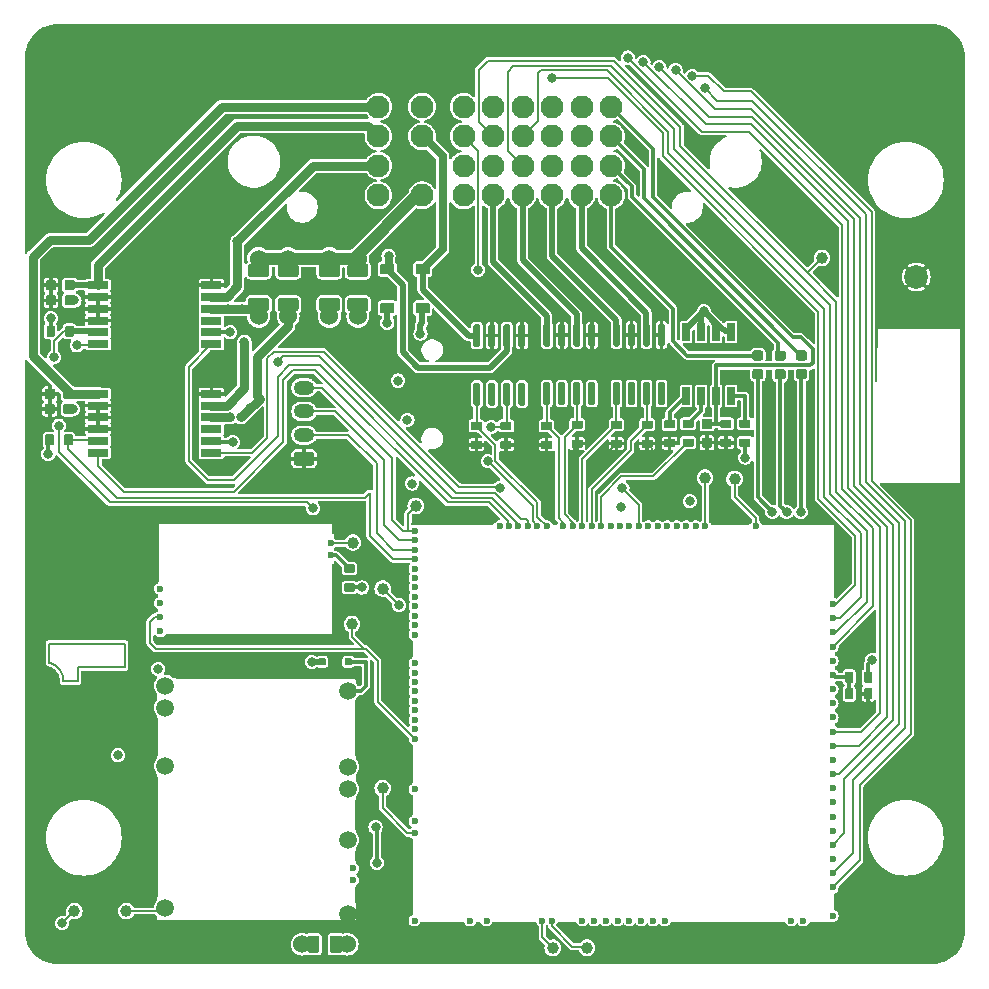
<source format=gtl>
G04 #@! TF.GenerationSoftware,KiCad,Pcbnew,8.0.4-8.0.4-0~ubuntu22.04.1*
G04 #@! TF.CreationDate,2024-07-20T17:55:18+00:00*
G04 #@! TF.ProjectId,PROLT,50524f4c-542e-46b6-9963-61645f706362,rev?*
G04 #@! TF.SameCoordinates,Original*
G04 #@! TF.FileFunction,Copper,L1,Top*
G04 #@! TF.FilePolarity,Positive*
%FSLAX46Y46*%
G04 Gerber Fmt 4.6, Leading zero omitted, Abs format (unit mm)*
G04 Created by KiCad (PCBNEW 8.0.4-8.0.4-0~ubuntu22.04.1) date 2024-07-20 17:55:18*
%MOMM*%
%LPD*%
G01*
G04 APERTURE LIST*
G04 #@! TA.AperFunction,EtchedComponent*
%ADD10C,0.200000*%
G04 #@! TD*
G04 #@! TA.AperFunction,SMDPad,CuDef*
%ADD11C,1.000000*%
G04 #@! TD*
G04 #@! TA.AperFunction,ComponentPad*
%ADD12C,1.524000*%
G04 #@! TD*
G04 #@! TA.AperFunction,SMDPad,CuDef*
%ADD13R,0.650000X1.525000*%
G04 #@! TD*
G04 #@! TA.AperFunction,SMDPad,CuDef*
%ADD14R,1.750000X0.650000*%
G04 #@! TD*
G04 #@! TA.AperFunction,SMDPad,CuDef*
%ADD15R,4.300000X7.900000*%
G04 #@! TD*
G04 #@! TA.AperFunction,ComponentPad*
%ADD16O,1.750000X1.200000*%
G04 #@! TD*
G04 #@! TA.AperFunction,ComponentPad*
%ADD17C,0.600000*%
G04 #@! TD*
G04 #@! TA.AperFunction,SMDPad,CuDef*
%ADD18R,3.700000X0.200000*%
G04 #@! TD*
G04 #@! TA.AperFunction,SMDPad,CuDef*
%ADD19R,0.400000X0.200000*%
G04 #@! TD*
G04 #@! TA.AperFunction,SMDPad,CuDef*
%ADD20R,1.600000X0.200000*%
G04 #@! TD*
G04 #@! TA.AperFunction,SMDPad,CuDef*
%ADD21R,9.700000X0.200000*%
G04 #@! TD*
G04 #@! TA.AperFunction,SMDPad,CuDef*
%ADD22R,2.300000X0.200000*%
G04 #@! TD*
G04 #@! TA.AperFunction,SMDPad,CuDef*
%ADD23R,0.200000X1.400000*%
G04 #@! TD*
G04 #@! TA.AperFunction,SMDPad,CuDef*
%ADD24R,0.200000X6.400000*%
G04 #@! TD*
G04 #@! TA.AperFunction,SMDPad,CuDef*
%ADD25R,0.200000X1.700000*%
G04 #@! TD*
G04 #@! TA.AperFunction,SMDPad,CuDef*
%ADD26R,0.200000X3.300000*%
G04 #@! TD*
G04 #@! TA.AperFunction,SMDPad,CuDef*
%ADD27R,7.000000X0.200000*%
G04 #@! TD*
G04 #@! TA.AperFunction,SMDPad,CuDef*
%ADD28R,3.300000X0.200000*%
G04 #@! TD*
G04 #@! TA.AperFunction,SMDPad,CuDef*
%ADD29R,6.300000X0.200000*%
G04 #@! TD*
G04 #@! TA.AperFunction,ComponentPad*
%ADD30C,1.950000*%
G04 #@! TD*
G04 #@! TA.AperFunction,SMDPad,CuDef*
%ADD31R,0.250000X6.185000*%
G04 #@! TD*
G04 #@! TA.AperFunction,SMDPad,CuDef*
%ADD32R,0.250000X1.115000*%
G04 #@! TD*
G04 #@! TA.AperFunction,SMDPad,CuDef*
%ADD33R,14.275000X0.250000*%
G04 #@! TD*
G04 #@! TA.AperFunction,SMDPad,CuDef*
%ADD34R,15.100000X0.250000*%
G04 #@! TD*
G04 #@! TA.AperFunction,SMDPad,CuDef*
%ADD35R,0.250000X5.175000*%
G04 #@! TD*
G04 #@! TA.AperFunction,SMDPad,CuDef*
%ADD36C,2.000000*%
G04 #@! TD*
G04 #@! TA.AperFunction,ComponentPad*
%ADD37C,1.500000*%
G04 #@! TD*
G04 #@! TA.AperFunction,SMDPad,CuDef*
%ADD38O,0.200000X3.300000*%
G04 #@! TD*
G04 #@! TA.AperFunction,SMDPad,CuDef*
%ADD39O,0.200000X10.200000*%
G04 #@! TD*
G04 #@! TA.AperFunction,SMDPad,CuDef*
%ADD40O,0.200000X0.300000*%
G04 #@! TD*
G04 #@! TA.AperFunction,SMDPad,CuDef*
%ADD41O,17.000000X0.200000*%
G04 #@! TD*
G04 #@! TA.AperFunction,SMDPad,CuDef*
%ADD42O,15.400000X0.200000*%
G04 #@! TD*
G04 #@! TA.AperFunction,SMDPad,CuDef*
%ADD43O,0.200000X4.800000*%
G04 #@! TD*
G04 #@! TA.AperFunction,SMDPad,CuDef*
%ADD44O,0.200000X2.600000*%
G04 #@! TD*
G04 #@! TA.AperFunction,SMDPad,CuDef*
%ADD45O,0.200000X1.000000*%
G04 #@! TD*
G04 #@! TA.AperFunction,SMDPad,CuDef*
%ADD46O,0.200000X1.500000*%
G04 #@! TD*
G04 #@! TA.AperFunction,ViaPad*
%ADD47C,0.800000*%
G04 #@! TD*
G04 #@! TA.AperFunction,Conductor*
%ADD48C,0.500000*%
G04 #@! TD*
G04 #@! TA.AperFunction,Conductor*
%ADD49C,0.150000*%
G04 #@! TD*
G04 #@! TA.AperFunction,Conductor*
%ADD50C,0.300000*%
G04 #@! TD*
G04 #@! TA.AperFunction,Conductor*
%ADD51C,0.800000*%
G04 #@! TD*
G04 #@! TA.AperFunction,Conductor*
%ADD52C,0.200000*%
G04 #@! TD*
G04 #@! TA.AperFunction,Conductor*
%ADD53C,0.700000*%
G04 #@! TD*
G04 #@! TA.AperFunction,Conductor*
%ADD54C,1.000000*%
G04 #@! TD*
G04 APERTURE END LIST*
D10*
G04 #@! TO.C,G2*
X2273830Y27344279D02*
X2273830Y25744279D01*
X4673830Y25344279D02*
X8673830Y25344279D01*
X4673830Y24144279D02*
X3473830Y24144279D01*
X4673830Y24144279D02*
X4673830Y25344279D01*
X8673830Y27344279D02*
X2273830Y27344279D01*
X8673830Y25344279D02*
X8673830Y27344279D01*
X2273830Y25744279D02*
G75*
G02*
X3473830Y24144279I-383039J-1537279D01*
G01*
G04 #@! TD*
G04 #@! TO.P,R9,1*
G04 #@! TO.N,GND*
G04 #@! TA.AperFunction,SMDPad,CuDef*
G36*
G01*
X38830000Y43823405D02*
X38050000Y43823405D01*
G75*
G02*
X37980000Y43893405I0J70000D01*
G01*
X37980000Y44453405D01*
G75*
G02*
X38050000Y44523405I70000J0D01*
G01*
X38830000Y44523405D01*
G75*
G02*
X38900000Y44453405I0J-70000D01*
G01*
X38900000Y43893405D01*
G75*
G02*
X38830000Y43823405I-70000J0D01*
G01*
G37*
G04 #@! TD.AperFunction*
G04 #@! TO.P,R9,2*
G04 #@! TO.N,/LS1*
G04 #@! TA.AperFunction,SMDPad,CuDef*
G36*
G01*
X38830000Y45423405D02*
X38050000Y45423405D01*
G75*
G02*
X37980000Y45493405I0J70000D01*
G01*
X37980000Y46053405D01*
G75*
G02*
X38050000Y46123405I70000J0D01*
G01*
X38830000Y46123405D01*
G75*
G02*
X38900000Y46053405I0J-70000D01*
G01*
X38900000Y45493405D01*
G75*
G02*
X38830000Y45423405I-70000J0D01*
G01*
G37*
G04 #@! TD.AperFunction*
G04 #@! TD*
D11*
G04 #@! TO.P,TP1,1,1*
G04 #@! TO.N,/VR+*
X28000000Y35900000D03*
G04 #@! TD*
G04 #@! TO.P,C1,1*
G04 #@! TO.N,GND*
G04 #@! TA.AperFunction,SMDPad,CuDef*
G36*
G01*
X58305000Y43934999D02*
X57625000Y43934999D01*
G75*
G02*
X57540000Y44019999I0J85000D01*
G01*
X57540000Y44699999D01*
G75*
G02*
X57625000Y44784999I85000J0D01*
G01*
X58305000Y44784999D01*
G75*
G02*
X58390000Y44699999I0J-85000D01*
G01*
X58390000Y44019999D01*
G75*
G02*
X58305000Y43934999I-85000J0D01*
G01*
G37*
G04 #@! TD.AperFunction*
G04 #@! TO.P,C1,2*
G04 #@! TO.N,/TACH*
G04 #@! TA.AperFunction,SMDPad,CuDef*
G36*
G01*
X58305000Y45515001D02*
X57625000Y45515001D01*
G75*
G02*
X57540000Y45600001I0J85000D01*
G01*
X57540000Y46280001D01*
G75*
G02*
X57625000Y46365001I85000J0D01*
G01*
X58305000Y46365001D01*
G75*
G02*
X58390000Y46280001I0J-85000D01*
G01*
X58390000Y45600001D01*
G75*
G02*
X58305000Y45515001I-85000J0D01*
G01*
G37*
G04 #@! TD.AperFunction*
G04 #@! TD*
G04 #@! TO.P,C26,1*
G04 #@! TO.N,GND*
G04 #@! TA.AperFunction,SMDPad,CuDef*
G36*
G01*
X1894998Y48160000D02*
X1894998Y48840000D01*
G75*
G02*
X1979998Y48925000I85000J0D01*
G01*
X2659998Y48925000D01*
G75*
G02*
X2744998Y48840000I0J-85000D01*
G01*
X2744998Y48160000D01*
G75*
G02*
X2659998Y48075000I-85000J0D01*
G01*
X1979998Y48075000D01*
G75*
G02*
X1894998Y48160000I0J85000D01*
G01*
G37*
G04 #@! TD.AperFunction*
G04 #@! TO.P,C26,2*
G04 #@! TO.N,/DC2+*
G04 #@! TA.AperFunction,SMDPad,CuDef*
G36*
G01*
X3475000Y48160000D02*
X3475000Y48840000D01*
G75*
G02*
X3560000Y48925000I85000J0D01*
G01*
X4240000Y48925000D01*
G75*
G02*
X4325000Y48840000I0J-85000D01*
G01*
X4325000Y48160000D01*
G75*
G02*
X4240000Y48075000I-85000J0D01*
G01*
X3560000Y48075000D01*
G75*
G02*
X3475000Y48160000I0J85000D01*
G01*
G37*
G04 #@! TD.AperFunction*
G04 #@! TD*
G04 #@! TO.P,R15,1*
G04 #@! TO.N,GND*
G04 #@! TA.AperFunction,SMDPad,CuDef*
G36*
G01*
X71950000Y23490000D02*
X71950000Y22710000D01*
G75*
G02*
X71880000Y22640000I-70000J0D01*
G01*
X71320000Y22640000D01*
G75*
G02*
X71250000Y22710000I0J70000D01*
G01*
X71250000Y23490000D01*
G75*
G02*
X71320000Y23560000I70000J0D01*
G01*
X71880000Y23560000D01*
G75*
G02*
X71950000Y23490000I0J-70000D01*
G01*
G37*
G04 #@! TD.AperFunction*
G04 #@! TO.P,R15,2*
G04 #@! TO.N,/IN_VMAIN*
G04 #@! TA.AperFunction,SMDPad,CuDef*
G36*
G01*
X70350000Y23490000D02*
X70350000Y22710000D01*
G75*
G02*
X70280000Y22640000I-70000J0D01*
G01*
X69720000Y22640000D01*
G75*
G02*
X69650000Y22710000I0J70000D01*
G01*
X69650000Y23490000D01*
G75*
G02*
X69720000Y23560000I70000J0D01*
G01*
X70280000Y23560000D01*
G75*
G02*
X70350000Y23490000I0J-70000D01*
G01*
G37*
G04 #@! TD.AperFunction*
G04 #@! TD*
D12*
G04 #@! TO.P,F7,1,1*
G04 #@! TO.N,+12V*
X28400000Y59950000D03*
G04 #@! TA.AperFunction,SMDPad,CuDef*
G36*
G01*
X27500000Y58605010D02*
X27500000Y59295010D01*
G75*
G02*
X27730000Y59525010I230000J0D01*
G01*
X29070000Y59525010D01*
G75*
G02*
X29300000Y59295010I0J-230000D01*
G01*
X29300000Y58605010D01*
G75*
G02*
X29070000Y58375010I-230000J0D01*
G01*
X27730000Y58375010D01*
G75*
G02*
X27500000Y58605010I0J230000D01*
G01*
G37*
G04 #@! TD.AperFunction*
G04 #@! TO.P,F7,2,2*
G04 #@! TO.N,+12V_RAW*
G04 #@! TA.AperFunction,SMDPad,CuDef*
G36*
G01*
X27500000Y55704990D02*
X27500000Y56394990D01*
G75*
G02*
X27730000Y56624990I230000J0D01*
G01*
X29070000Y56624990D01*
G75*
G02*
X29300000Y56394990I0J-230000D01*
G01*
X29300000Y55704990D01*
G75*
G02*
X29070000Y55474990I-230000J0D01*
G01*
X27730000Y55474990D01*
G75*
G02*
X27500000Y55704990I0J230000D01*
G01*
G37*
G04 #@! TD.AperFunction*
X28400000Y55050000D03*
G04 #@! TD*
D11*
G04 #@! TO.P,TP11,1,1*
G04 #@! TO.N,+3.3V*
X4400000Y4700000D03*
G04 #@! TD*
G04 #@! TO.P,U3,1,IN1*
G04 #@! TO.N,/INJ3_IN*
G04 #@! TA.AperFunction,SMDPad,CuDef*
G36*
G01*
X50445000Y47550000D02*
X50145000Y47550000D01*
G75*
G02*
X49995000Y47700000I0J150000D01*
G01*
X49995000Y49350000D01*
G75*
G02*
X50145000Y49500000I150000J0D01*
G01*
X50445000Y49500000D01*
G75*
G02*
X50595000Y49350000I0J-150000D01*
G01*
X50595000Y47700000D01*
G75*
G02*
X50445000Y47550000I-150000J0D01*
G01*
G37*
G04 #@! TD.AperFunction*
G04 #@! TO.P,U3,2,STATUS1*
G04 #@! TO.N,unconnected-(U3-STATUS1-Pad2)*
G04 #@! TA.AperFunction,SMDPad,CuDef*
G36*
G01*
X51715000Y47550000D02*
X51415000Y47550000D01*
G75*
G02*
X51265000Y47700000I0J150000D01*
G01*
X51265000Y49350000D01*
G75*
G02*
X51415000Y49500000I150000J0D01*
G01*
X51715000Y49500000D01*
G75*
G02*
X51865000Y49350000I0J-150000D01*
G01*
X51865000Y47700000D01*
G75*
G02*
X51715000Y47550000I-150000J0D01*
G01*
G37*
G04 #@! TD.AperFunction*
G04 #@! TO.P,U3,3,IN2*
G04 #@! TO.N,/INJ4_IN*
G04 #@! TA.AperFunction,SMDPad,CuDef*
G36*
G01*
X52985000Y47550000D02*
X52685000Y47550000D01*
G75*
G02*
X52535000Y47700000I0J150000D01*
G01*
X52535000Y49350000D01*
G75*
G02*
X52685000Y49500000I150000J0D01*
G01*
X52985000Y49500000D01*
G75*
G02*
X53135000Y49350000I0J-150000D01*
G01*
X53135000Y47700000D01*
G75*
G02*
X52985000Y47550000I-150000J0D01*
G01*
G37*
G04 #@! TD.AperFunction*
G04 #@! TO.P,U3,4,STATUS2*
G04 #@! TO.N,unconnected-(U3-STATUS2-Pad4)*
G04 #@! TA.AperFunction,SMDPad,CuDef*
G36*
G01*
X54255000Y47550000D02*
X53955000Y47550000D01*
G75*
G02*
X53805000Y47700000I0J150000D01*
G01*
X53805000Y49350000D01*
G75*
G02*
X53955000Y49500000I150000J0D01*
G01*
X54255000Y49500000D01*
G75*
G02*
X54405000Y49350000I0J-150000D01*
G01*
X54405000Y47700000D01*
G75*
G02*
X54255000Y47550000I-150000J0D01*
G01*
G37*
G04 #@! TD.AperFunction*
G04 #@! TO.P,U3,5,S2*
G04 #@! TO.N,GND*
G04 #@! TA.AperFunction,SMDPad,CuDef*
G36*
G01*
X54255000Y52500000D02*
X53955000Y52500000D01*
G75*
G02*
X53805000Y52650000I0J150000D01*
G01*
X53805000Y54300000D01*
G75*
G02*
X53955000Y54450000I150000J0D01*
G01*
X54255000Y54450000D01*
G75*
G02*
X54405000Y54300000I0J-150000D01*
G01*
X54405000Y52650000D01*
G75*
G02*
X54255000Y52500000I-150000J0D01*
G01*
G37*
G04 #@! TD.AperFunction*
G04 #@! TO.P,U3,6,D2*
G04 #@! TO.N,/OUT_1*
G04 #@! TA.AperFunction,SMDPad,CuDef*
G36*
G01*
X52985000Y52500000D02*
X52685000Y52500000D01*
G75*
G02*
X52535000Y52650000I0J150000D01*
G01*
X52535000Y54300000D01*
G75*
G02*
X52685000Y54450000I150000J0D01*
G01*
X52985000Y54450000D01*
G75*
G02*
X53135000Y54300000I0J-150000D01*
G01*
X53135000Y52650000D01*
G75*
G02*
X52985000Y52500000I-150000J0D01*
G01*
G37*
G04 #@! TD.AperFunction*
G04 #@! TO.P,U3,7,S1*
G04 #@! TO.N,GND*
G04 #@! TA.AperFunction,SMDPad,CuDef*
G36*
G01*
X51715000Y52500000D02*
X51415000Y52500000D01*
G75*
G02*
X51265000Y52650000I0J150000D01*
G01*
X51265000Y54300000D01*
G75*
G02*
X51415000Y54450000I150000J0D01*
G01*
X51715000Y54450000D01*
G75*
G02*
X51865000Y54300000I0J-150000D01*
G01*
X51865000Y52650000D01*
G75*
G02*
X51715000Y52500000I-150000J0D01*
G01*
G37*
G04 #@! TD.AperFunction*
G04 #@! TO.P,U3,8,D1*
G04 #@! TO.N,/INJ3_OUT*
G04 #@! TA.AperFunction,SMDPad,CuDef*
G36*
G01*
X50445000Y52500000D02*
X50145000Y52500000D01*
G75*
G02*
X49995000Y52650000I0J150000D01*
G01*
X49995000Y54300000D01*
G75*
G02*
X50145000Y54450000I150000J0D01*
G01*
X50445000Y54450000D01*
G75*
G02*
X50595000Y54300000I0J-150000D01*
G01*
X50595000Y52650000D01*
G75*
G02*
X50445000Y52500000I-150000J0D01*
G01*
G37*
G04 #@! TD.AperFunction*
G04 #@! TD*
D13*
G04 #@! TO.P,IC1,1,GND*
G04 #@! TO.N,Net-(IC1-GND)*
X56195000Y48313000D03*
G04 #@! TO.P,IC1,2,IN*
G04 #@! TO.N,Net-(IC1-IN)*
X57465000Y48313000D03*
G04 #@! TO.P,IC1,3,OUT*
G04 #@! TO.N,/TACH*
X58735000Y48313000D03*
G04 #@! TO.P,IC1,4,ST*
G04 #@! TO.N,Net-(IC1-ST)*
X60005000Y48313000D03*
G04 #@! TO.P,IC1,5,VS_1*
G04 #@! TO.N,+12V_RAW*
X60005000Y53737000D03*
G04 #@! TO.P,IC1,6,VS_2*
X58735000Y53737000D03*
G04 #@! TO.P,IC1,7,VS_3*
X57465000Y53737000D03*
G04 #@! TO.P,IC1,8,VS_4*
X56195000Y53737000D03*
G04 #@! TD*
G04 #@! TO.P,R12,1*
G04 #@! TO.N,/DC2_DIS*
G04 #@! TA.AperFunction,SMDPad,CuDef*
G36*
G01*
X4250000Y44990000D02*
X4250000Y44210000D01*
G75*
G02*
X4180000Y44140000I-70000J0D01*
G01*
X3620000Y44140000D01*
G75*
G02*
X3550000Y44210000I0J70000D01*
G01*
X3550000Y44990000D01*
G75*
G02*
X3620000Y45060000I70000J0D01*
G01*
X4180000Y45060000D01*
G75*
G02*
X4250000Y44990000I0J-70000D01*
G01*
G37*
G04 #@! TD.AperFunction*
G04 #@! TO.P,R12,2*
G04 #@! TO.N,+3.3V*
G04 #@! TA.AperFunction,SMDPad,CuDef*
G36*
G01*
X2650000Y44990000D02*
X2650000Y44210000D01*
G75*
G02*
X2580000Y44140000I-70000J0D01*
G01*
X2020000Y44140000D01*
G75*
G02*
X1950000Y44210000I0J70000D01*
G01*
X1950000Y44990000D01*
G75*
G02*
X2020000Y45060000I70000J0D01*
G01*
X2580000Y45060000D01*
G75*
G02*
X2650000Y44990000I0J-70000D01*
G01*
G37*
G04 #@! TD.AperFunction*
G04 #@! TD*
G04 #@! TO.P,C13,1*
G04 #@! TO.N,GND*
G04 #@! TA.AperFunction,SMDPad,CuDef*
G36*
G01*
X1994998Y57360000D02*
X1994998Y58040000D01*
G75*
G02*
X2079998Y58125000I85000J0D01*
G01*
X2759998Y58125000D01*
G75*
G02*
X2844998Y58040000I0J-85000D01*
G01*
X2844998Y57360000D01*
G75*
G02*
X2759998Y57275000I-85000J0D01*
G01*
X2079998Y57275000D01*
G75*
G02*
X1994998Y57360000I0J85000D01*
G01*
G37*
G04 #@! TD.AperFunction*
G04 #@! TO.P,C13,2*
G04 #@! TO.N,/DC1+*
G04 #@! TA.AperFunction,SMDPad,CuDef*
G36*
G01*
X3575000Y57360000D02*
X3575000Y58040000D01*
G75*
G02*
X3660000Y58125000I85000J0D01*
G01*
X4340000Y58125000D01*
G75*
G02*
X4425000Y58040000I0J-85000D01*
G01*
X4425000Y57360000D01*
G75*
G02*
X4340000Y57275000I-85000J0D01*
G01*
X3660000Y57275000D01*
G75*
G02*
X3575000Y57360000I0J85000D01*
G01*
G37*
G04 #@! TD.AperFunction*
G04 #@! TD*
G04 #@! TO.P,R14,1*
G04 #@! TO.N,/IN_VMAIN*
G04 #@! TA.AperFunction,SMDPad,CuDef*
G36*
G01*
X69650000Y24110000D02*
X69650000Y24890000D01*
G75*
G02*
X69720000Y24960000I70000J0D01*
G01*
X70280000Y24960000D01*
G75*
G02*
X70350000Y24890000I0J-70000D01*
G01*
X70350000Y24110000D01*
G75*
G02*
X70280000Y24040000I-70000J0D01*
G01*
X69720000Y24040000D01*
G75*
G02*
X69650000Y24110000I0J70000D01*
G01*
G37*
G04 #@! TD.AperFunction*
G04 #@! TO.P,R14,2*
G04 #@! TO.N,+12V*
G04 #@! TA.AperFunction,SMDPad,CuDef*
G36*
G01*
X71250000Y24110000D02*
X71250000Y24890000D01*
G75*
G02*
X71320000Y24960000I70000J0D01*
G01*
X71880000Y24960000D01*
G75*
G02*
X71950000Y24890000I0J-70000D01*
G01*
X71950000Y24110000D01*
G75*
G02*
X71880000Y24040000I-70000J0D01*
G01*
X71320000Y24040000D01*
G75*
G02*
X71250000Y24110000I0J70000D01*
G01*
G37*
G04 #@! TD.AperFunction*
G04 #@! TD*
D11*
G04 #@! TO.P,TP9,1,1*
G04 #@! TO.N,+5VP*
X8800000Y4700000D03*
G04 #@! TD*
D14*
G04 #@! TO.P,IC3,1,DIR*
G04 #@! TO.N,/DC2_DIR*
X16000000Y43500000D03*
G04 #@! TO.P,IC3,2,VSO*
G04 #@! TO.N,+3.3V*
X16000000Y44500000D03*
G04 #@! TO.P,IC3,3,SO*
G04 #@! TO.N,unconnected-(IC3-SO-Pad3)*
X16000000Y45500000D03*
G04 #@! TO.P,IC3,4,VS*
G04 #@! TO.N,/DC Drivers/DC2_PWR*
X16000000Y46500000D03*
G04 #@! TO.P,IC3,5,OUT1*
G04 #@! TO.N,/DC2-*
X16000000Y47500000D03*
G04 #@! TO.P,IC3,6,GND*
G04 #@! TO.N,GND*
X16000000Y48500000D03*
G04 #@! TO.P,IC3,7,OUT2*
G04 #@! TO.N,/DC2+*
X6400000Y48500000D03*
G04 #@! TO.P,IC3,8,SI*
G04 #@! TO.N,GND*
X6400000Y47500000D03*
G04 #@! TO.P,IC3,9,CSN*
X6400000Y46500000D03*
G04 #@! TO.P,IC3,10,SCK*
X6400000Y45500000D03*
G04 #@! TO.P,IC3,11,DIS*
G04 #@! TO.N,/DC2_DIS*
X6400000Y44500000D03*
G04 #@! TO.P,IC3,12,PWM*
G04 #@! TO.N,/DC2_PWM*
X6400000Y43500000D03*
D15*
G04 #@! TO.P,IC3,13,HEAT_SLUG_(GND)*
G04 #@! TO.N,GND*
X11200000Y46000000D03*
G04 #@! TD*
G04 #@! TO.P,D3,1,K*
G04 #@! TO.N,Net-(D3-K)*
G04 #@! TA.AperFunction,SMDPad,CuDef*
G36*
G01*
X27838502Y25512502D02*
X27358502Y25512502D01*
G75*
G02*
X27298502Y25572502I0J60000D01*
G01*
X27298502Y26052502D01*
G75*
G02*
X27358502Y26112502I60000J0D01*
G01*
X27838502Y26112502D01*
G75*
G02*
X27898502Y26052502I0J-60000D01*
G01*
X27898502Y25572502D01*
G75*
G02*
X27838502Y25512502I-60000J0D01*
G01*
G37*
G04 #@! TD.AperFunction*
G04 #@! TO.P,D3,2,A*
G04 #@! TO.N,Net-(BT1-+)*
G04 #@! TA.AperFunction,SMDPad,CuDef*
G36*
G01*
X25638502Y25512502D02*
X25158502Y25512502D01*
G75*
G02*
X25098502Y25572502I0J60000D01*
G01*
X25098502Y26052502D01*
G75*
G02*
X25158502Y26112502I60000J0D01*
G01*
X25638502Y26112502D01*
G75*
G02*
X25698502Y26052502I0J-60000D01*
G01*
X25698502Y25572502D01*
G75*
G02*
X25638502Y25512502I-60000J0D01*
G01*
G37*
G04 #@! TD.AperFunction*
G04 #@! TD*
D11*
G04 #@! TO.P,TP14,1,1*
G04 #@! TO.N,GNDA*
X57800000Y41400000D03*
G04 #@! TD*
G04 #@! TO.P,C27,1*
G04 #@! TO.N,GND*
G04 #@! TA.AperFunction,SMDPad,CuDef*
G36*
G01*
X1894998Y46860000D02*
X1894998Y47540000D01*
G75*
G02*
X1979998Y47625000I85000J0D01*
G01*
X2659998Y47625000D01*
G75*
G02*
X2744998Y47540000I0J-85000D01*
G01*
X2744998Y46860000D01*
G75*
G02*
X2659998Y46775000I-85000J0D01*
G01*
X1979998Y46775000D01*
G75*
G02*
X1894998Y46860000I0J85000D01*
G01*
G37*
G04 #@! TD.AperFunction*
G04 #@! TO.P,C27,2*
G04 #@! TO.N,/DC2-*
G04 #@! TA.AperFunction,SMDPad,CuDef*
G36*
G01*
X3475000Y46860000D02*
X3475000Y47540000D01*
G75*
G02*
X3560000Y47625000I85000J0D01*
G01*
X4240000Y47625000D01*
G75*
G02*
X4325000Y47540000I0J-85000D01*
G01*
X4325000Y46860000D01*
G75*
G02*
X4240000Y46775000I-85000J0D01*
G01*
X3560000Y46775000D01*
G75*
G02*
X3475000Y46860000I0J85000D01*
G01*
G37*
G04 #@! TD.AperFunction*
G04 #@! TD*
G04 #@! TO.P,R13,1*
G04 #@! TO.N,+5VP*
G04 #@! TA.AperFunction,SMDPad,CuDef*
G36*
G01*
X28090000Y31750000D02*
X27310000Y31750000D01*
G75*
G02*
X27240000Y31820000I0J70000D01*
G01*
X27240000Y32380000D01*
G75*
G02*
X27310000Y32450000I70000J0D01*
G01*
X28090000Y32450000D01*
G75*
G02*
X28160000Y32380000I0J-70000D01*
G01*
X28160000Y31820000D01*
G75*
G02*
X28090000Y31750000I-70000J0D01*
G01*
G37*
G04 #@! TD.AperFunction*
G04 #@! TO.P,R13,2*
G04 #@! TO.N,/VR-*
G04 #@! TA.AperFunction,SMDPad,CuDef*
G36*
G01*
X28090000Y33350000D02*
X27310000Y33350000D01*
G75*
G02*
X27240000Y33420000I0J70000D01*
G01*
X27240000Y33980000D01*
G75*
G02*
X27310000Y34050000I70000J0D01*
G01*
X28090000Y34050000D01*
G75*
G02*
X28160000Y33980000I0J-70000D01*
G01*
X28160000Y33420000D01*
G75*
G02*
X28090000Y33350000I-70000J0D01*
G01*
G37*
G04 #@! TD.AperFunction*
G04 #@! TD*
G04 #@! TO.P,J2,1,Pin_1*
G04 #@! TO.N,GND*
G04 #@! TA.AperFunction,ComponentPad*
G36*
G01*
X24475000Y42400000D02*
X23225000Y42400000D01*
G75*
G02*
X22975000Y42650000I0J250000D01*
G01*
X22975000Y43350000D01*
G75*
G02*
X23225000Y43600000I250000J0D01*
G01*
X24475000Y43600000D01*
G75*
G02*
X24725000Y43350000I0J-250000D01*
G01*
X24725000Y42650000D01*
G75*
G02*
X24475000Y42400000I-250000J0D01*
G01*
G37*
G04 #@! TD.AperFunction*
D16*
G04 #@! TO.P,J2,2,Pin_2*
G04 #@! TO.N,/USB+*
X23850000Y45000000D03*
G04 #@! TO.P,J2,3,Pin_3*
G04 #@! TO.N,/USB-*
X23850000Y47000000D03*
G04 #@! TO.P,J2,4,Pin_4*
G04 #@! TO.N,/VBUS*
X23850000Y49000000D03*
G04 #@! TD*
D17*
G04 #@! TO.P,M1,E1,V5A_SWITCHABLE*
G04 #@! TO.N,+5VA*
X62099990Y37300000D03*
G04 #@! TO.P,M1,E2,GNDA*
G04 #@! TO.N,GNDA*
X57799990Y37300010D03*
G04 #@! TO.P,M1,E3,I2C_SCL_(PB10)*
G04 #@! TO.N,unconnected-(M1-I2C_SCL_(PB10)-PadE3)*
X57000000Y37300010D03*
G04 #@! TO.P,M1,E4,I2C_SDA_(PB11)*
G04 #@! TO.N,unconnected-(M1-I2C_SDA_(PB11)-PadE4)*
X56199990Y37300010D03*
G04 #@! TO.P,M1,E5,IN_VIGN_(PA5)*
G04 #@! TO.N,Net-(M1-IN_VIGN_(PA5))*
X55399990Y37300010D03*
G04 #@! TO.P,M1,E6,SPI2_CS_/_CAN2_RX_(PB12)*
G04 #@! TO.N,unconnected-(M1-SPI2_CS_{slash}_CAN2_RX_(PB12)-PadE6)*
X54599990Y37300010D03*
G04 #@! TO.P,M1,E7,SPI2_SCK_/_CAN2_TX_(PB13)*
G04 #@! TO.N,unconnected-(M1-SPI2_SCK_{slash}_CAN2_TX_(PB13)-PadE7)*
X53799990Y37300010D03*
G04 #@! TO.P,M1,E8,SPI2_MISO_(PB14)*
G04 #@! TO.N,/DC1_DIS*
X52999990Y37300010D03*
G04 #@! TO.P,M1,E9,SPI2_MOSI_(PB15)*
G04 #@! TO.N,/DC2_DIR*
X52199990Y37300010D03*
G04 #@! TO.P,M1,E10,OUT_INJ8_(PD12)*
G04 #@! TO.N,unconnected-(M1-OUT_INJ8_(PD12)-PadE10)*
X51399990Y37300010D03*
G04 #@! TO.P,M1,E11,OUT_INJ7_(PD15)*
G04 #@! TO.N,unconnected-(M1-OUT_INJ7_(PD15)-PadE11)*
X50599990Y37300010D03*
G04 #@! TO.P,M1,E12,OUT_INJ6_(PA8)*
G04 #@! TO.N,unconnected-(M1-OUT_INJ6_(PA8)-PadE12)*
X49799990Y37300010D03*
G04 #@! TO.P,M1,E13,OUT_INJ5_(PD2)*
G04 #@! TO.N,/HS*
X48999990Y37300010D03*
G04 #@! TO.P,M1,E14,OUT_INJ4_(PD10)*
G04 #@! TO.N,/INJ4_IN*
X48199990Y37300010D03*
G04 #@! TO.P,M1,E15,OUT_INJ3_(PD11)*
G04 #@! TO.N,/INJ3_IN*
X47399990Y37300010D03*
G04 #@! TO.P,M1,E16,OUT_INJ2_(PA9)*
G04 #@! TO.N,/INJ2_IN*
X46600000Y37300000D03*
G04 #@! TO.P,M1,E17,OUT_INJ1_(PD3)*
G04 #@! TO.N,/INJ1_IN*
X45799990Y37300010D03*
G04 #@! TO.P,M1,E18,OUT_PWM1_(PD13)*
G04 #@! TO.N,/LS1*
X44399990Y37300010D03*
G04 #@! TO.P,M1,E19,OUT_PWM2_(PC6)*
G04 #@! TO.N,/LS2*
X43600000Y37300010D03*
G04 #@! TO.P,M1,E20,OUT_PWM3_(PC7)*
G04 #@! TO.N,/DC1_PWM*
X42800000Y37300010D03*
G04 #@! TO.P,M1,E21,OUT_PWM4_(PC8)*
G04 #@! TO.N,/DC1_DIR*
X42000000Y37300010D03*
G04 #@! TO.P,M1,E22,OUT_PWM5_(PC9)*
G04 #@! TO.N,/DC2_PWM*
X41200000Y37300010D03*
G04 #@! TO.P,M1,E23,OUT_PWM6_(PD14)*
G04 #@! TO.N,unconnected-(M1-OUT_PWM6_(PD14)-PadE23)*
X40399990Y37300010D03*
D18*
G04 #@! TO.P,M1,G,GND*
G04 #@! TO.N,GND*
X35550000Y3700000D03*
D19*
X38599990Y3700000D03*
D18*
X41650000Y3700000D03*
D20*
X46099990Y3700000D03*
D21*
X59749990Y3700000D03*
D22*
X67749990Y3700000D03*
D23*
X68800000Y5500010D03*
D24*
X33000000Y7600000D03*
D25*
X33000000Y13650000D03*
D26*
X33000000Y17150000D03*
D23*
X33000000Y26900000D03*
D24*
X68800000Y34400000D03*
D27*
X36399980Y37500010D03*
D19*
X45100000Y37500010D03*
D28*
X59950000Y37500010D03*
D29*
X65750000Y37500010D03*
D17*
G04 #@! TO.P,M1,N1,VBUS*
G04 #@! TO.N,/VBUS*
X33199990Y36900010D03*
G04 #@! TO.P,M1,N2,USBM_(PA11)*
G04 #@! TO.N,/USB-*
X33199990Y36100010D03*
G04 #@! TO.P,M1,N3,USBP_(PA12)*
G04 #@! TO.N,/USB+*
X33199990Y35300010D03*
G04 #@! TO.P,M1,N4,USBID_(PA10)*
G04 #@! TO.N,/DC2_DIS*
X33199990Y34500000D03*
G04 #@! TO.P,M1,N5,SWDIO_(PA13)*
G04 #@! TO.N,unconnected-(M1-SWDIO_(PA13)-PadN5)*
X33199990Y33700010D03*
G04 #@! TO.P,M1,N6,SWCLK_(PA14)*
G04 #@! TO.N,unconnected-(M1-SWCLK_(PA14)-PadN6)*
X33199990Y32900010D03*
G04 #@! TO.P,M1,N7,nReset*
G04 #@! TO.N,unconnected-(M1-nReset-PadN7)*
X33199990Y32100010D03*
G04 #@! TO.P,M1,N8,SWO_(PB3)*
G04 #@! TO.N,unconnected-(M1-SWO_(PB3)-PadN8)*
X33199990Y31300000D03*
G04 #@! TO.P,M1,N9,SPI3_CS_(PA15)*
G04 #@! TO.N,unconnected-(M1-SPI3_CS_(PA15)-PadN9)*
X33200000Y30500010D03*
G04 #@! TO.P,M1,N10,SPI3_SCK_(PC10)*
G04 #@! TO.N,unconnected-(M1-SPI3_SCK_(PC10)-PadN10)*
X33200000Y29700010D03*
G04 #@! TO.P,M1,N11,SPI3_MISO_(PC11)*
G04 #@! TO.N,unconnected-(M1-SPI3_MISO_(PC11)-PadN11)*
X33200000Y28900010D03*
G04 #@! TO.P,M1,N12,SPI3_MOSI_(PC12)*
G04 #@! TO.N,/PG_5VP*
X33200000Y28100010D03*
G04 #@! TO.P,M1,N13,UART2_TX_(PD5)*
G04 #@! TO.N,Net-(M1-UART2_TX_(PD5))*
X33200000Y25700000D03*
G04 #@! TO.P,M1,N14,UART2_RX_(PD6)*
G04 #@! TO.N,Net-(M1-UART2_RX_(PD6))*
X33200000Y24900000D03*
G04 #@! TO.P,M1,N14a,LED_GREEN*
G04 #@! TO.N,unconnected-(M1-LED_GREEN-PadN14a)*
X33199990Y24100010D03*
G04 #@! TO.P,M1,N14b,LED_YELLOW*
G04 #@! TO.N,unconnected-(M1-LED_YELLOW-PadN14b)*
X33199990Y23300000D03*
G04 #@! TO.P,M1,N15,V33_SWITCHABLE*
G04 #@! TO.N,+3.3VA*
X33199990Y22500000D03*
G04 #@! TO.P,M1,N16,BOOT0*
G04 #@! TO.N,unconnected-(M1-BOOT0-PadN16)*
X33199990Y21700000D03*
G04 #@! TO.P,M1,N17,VBAT*
G04 #@! TO.N,Net-(D3-K)*
X33199990Y20900000D03*
G04 #@! TO.P,M1,N18,UART8_RX_(PE0)*
G04 #@! TO.N,unconnected-(M1-UART8_RX_(PE0)-PadN18)*
X33200000Y20100000D03*
G04 #@! TO.P,M1,N19,UART8_TX_(PE1)*
G04 #@! TO.N,/VR_MAX9924*
X33200000Y19300000D03*
G04 #@! TO.P,M1,N20,OUT_PWR_EN_(PE10)*
G04 #@! TO.N,/EN_5VP*
X33200000Y15000000D03*
G04 #@! TO.P,M1,N21,V33*
G04 #@! TO.N,+3.3V*
X33200000Y12300000D03*
G04 #@! TO.P,M1,N22,VCC*
G04 #@! TO.N,+5V*
X33200000Y11300010D03*
G04 #@! TO.P,M1,N23,V33*
G04 #@! TO.N,unconnected-(M1-V33-PadN23)*
X33200000Y3900000D03*
G04 #@! TO.P,M1,S1,IN_D4_(PE15)*
G04 #@! TO.N,/IN_D3*
X68600000Y30700020D03*
G04 #@! TO.P,M1,S2,IN_D3_(PE14)*
G04 #@! TO.N,/IN_D2*
X68600000Y29500010D03*
G04 #@! TO.P,M1,S3,IN_D2_(PE13)*
G04 #@! TO.N,/IN_D1*
X68600000Y28300010D03*
G04 #@! TO.P,M1,S4,IN_D1_(PE12)*
G04 #@! TO.N,/IN_CMP*
X68600000Y27100010D03*
G04 #@! TO.P,M1,S5,VREF2*
G04 #@! TO.N,unconnected-(M1-VREF2-PadS5)*
X68600000Y25900010D03*
G04 #@! TO.P,M1,S6,IN_AUX4_(PC5)*
G04 #@! TO.N,/IN_VMAIN*
X68600000Y24700010D03*
G04 #@! TO.P,M1,S7,IN_AUX3_(PA7)*
G04 #@! TO.N,unconnected-(M1-IN_AUX3_(PA7)-PadS7)*
X68600000Y23500010D03*
G04 #@! TO.P,M1,S8,IN_AUX2_(PC4/PE9)*
G04 #@! TO.N,unconnected-(M1-IN_AUX2_(PC4{slash}PE9)-PadS8)*
X68600000Y22300010D03*
G04 #@! TO.P,M1,S9,IN_AUX1_(PB0)*
G04 #@! TO.N,unconnected-(M1-IN_AUX1_(PB0)-PadS9)*
X68600000Y21100010D03*
G04 #@! TO.P,M1,S10,IN_O2S2_(PA1)*
G04 #@! TO.N,/IN_AUX2*
X68600000Y19900010D03*
G04 #@! TO.P,M1,S11,IN_O2S_/_CAN_WAKEUP_(PA0)*
G04 #@! TO.N,/IN_AUX1*
X68600000Y18700010D03*
G04 #@! TO.P,M1,S12,IN_MAP2_(PC1)*
G04 #@! TO.N,unconnected-(M1-IN_MAP2_(PC1)-PadS12)*
X68600000Y17500010D03*
G04 #@! TO.P,M1,S13,IN_MAP1_(PC0)*
G04 #@! TO.N,/IN_MAP*
X68600000Y16300010D03*
G04 #@! TO.P,M1,S14,IN_CRANK_(PB1)*
G04 #@! TO.N,unconnected-(M1-IN_CRANK_(PB1)-PadS14)*
X68600000Y15100010D03*
G04 #@! TO.P,M1,S15,IN_KNOCK_(PA2)*
G04 #@! TO.N,unconnected-(M1-IN_KNOCK_(PA2)-PadS15)*
X68600000Y13900010D03*
G04 #@! TO.P,M1,S16,IN_CAM_(PA6)*
G04 #@! TO.N,unconnected-(M1-IN_CAM_(PA6)-PadS16)*
X68600000Y12700010D03*
G04 #@! TO.P,M1,S17,IN_VSS_(PE11)*
G04 #@! TO.N,unconnected-(M1-IN_VSS_(PE11)-PadS17)*
X68600000Y11500010D03*
G04 #@! TO.P,M1,S18,IN_TPS_(PA4)*
G04 #@! TO.N,/IN_TPS*
X68600000Y10300000D03*
G04 #@! TO.P,M1,S19,IN_PPS_(PA3)*
G04 #@! TO.N,unconnected-(M1-IN_PPS_(PA3)-PadS19)*
X68600000Y9100000D03*
G04 #@! TO.P,M1,S20,IN_IAT_(PC3)*
G04 #@! TO.N,/IN_IAT*
X68600000Y7900000D03*
G04 #@! TO.P,M1,S21,IN_CLT_(PC2)*
G04 #@! TO.N,/IN_CLT*
X68600000Y6700000D03*
G04 #@! TO.P,M1,S22,VREF1*
G04 #@! TO.N,unconnected-(M1-VREF1-PadS22)*
X68600000Y4300000D03*
G04 #@! TO.P,M1,W1,GNDA*
G04 #@! TO.N,unconnected-(M1-GNDA-PadW1)*
X66099990Y3900000D03*
G04 #@! TO.P,M1,W2,V5A_SWITCHABLE*
G04 #@! TO.N,unconnected-(M1-V5A_SWITCHABLE-PadW2)*
X65099990Y3900000D03*
G04 #@! TO.P,M1,W3,IGN8_(PE6)*
G04 #@! TO.N,unconnected-(M1-IGN8_(PE6)-PadW3)*
X54400000Y3900000D03*
G04 #@! TO.P,M1,W4,IGN7_(PB9)*
G04 #@! TO.N,unconnected-(M1-IGN7_(PB9)-PadW4)*
X53399990Y3900000D03*
G04 #@! TO.P,M1,W5,IGN6_(PB8)*
G04 #@! TO.N,unconnected-(M1-IGN6_(PB8)-PadW5)*
X52400000Y3900000D03*
G04 #@! TO.P,M1,W6,IGN5_(PE2)*
G04 #@! TO.N,unconnected-(M1-IGN5_(PE2)-PadW6)*
X51400000Y3900000D03*
G04 #@! TO.P,M1,W7,IGN4_(PE3)*
G04 #@! TO.N,unconnected-(M1-IGN4_(PE3)-PadW7)*
X50400000Y3900000D03*
G04 #@! TO.P,M1,W8,IGN3_(PE4)*
G04 #@! TO.N,/IGN3_IN*
X49400000Y3900000D03*
G04 #@! TO.P,M1,W9,IGN2_(PE5)*
G04 #@! TO.N,/IGN2_IN*
X48400000Y3900000D03*
G04 #@! TO.P,M1,W10,IGN1_(PC13)*
G04 #@! TO.N,/IGN1_IN*
X47400000Y3900000D03*
G04 #@! TO.P,M1,W11,CANH*
G04 #@! TO.N,/CAN-H*
X44800000Y3900000D03*
G04 #@! TO.P,M1,W12,CANL*
G04 #@! TO.N,/CAN-L*
X44000000Y3900000D03*
G04 #@! TO.P,M1,W13,V33_REF*
G04 #@! TO.N,unconnected-(M1-V33_REF-PadW13)*
X39299990Y3900000D03*
G04 #@! TO.P,M1,W14,V5A_SWITCHABLE*
G04 #@! TO.N,unconnected-(M1-V5A_SWITCHABLE-PadW14)*
X37900000Y3900000D03*
G04 #@! TD*
G04 #@! TO.P,R4,1*
G04 #@! TO.N,GND*
G04 #@! TA.AperFunction,SMDPad,CuDef*
G36*
G01*
X53290000Y43925000D02*
X52510000Y43925000D01*
G75*
G02*
X52440000Y43995000I0J70000D01*
G01*
X52440000Y44555000D01*
G75*
G02*
X52510000Y44625000I70000J0D01*
G01*
X53290000Y44625000D01*
G75*
G02*
X53360000Y44555000I0J-70000D01*
G01*
X53360000Y43995000D01*
G75*
G02*
X53290000Y43925000I-70000J0D01*
G01*
G37*
G04 #@! TD.AperFunction*
G04 #@! TO.P,R4,2*
G04 #@! TO.N,/INJ4_IN*
G04 #@! TA.AperFunction,SMDPad,CuDef*
G36*
G01*
X53290000Y45525000D02*
X52510000Y45525000D01*
G75*
G02*
X52440000Y45595000I0J70000D01*
G01*
X52440000Y46155000D01*
G75*
G02*
X52510000Y46225000I70000J0D01*
G01*
X53290000Y46225000D01*
G75*
G02*
X53360000Y46155000I0J-70000D01*
G01*
X53360000Y45595000D01*
G75*
G02*
X53290000Y45525000I-70000J0D01*
G01*
G37*
G04 #@! TD.AperFunction*
G04 #@! TD*
D11*
G04 #@! TO.P,TP3,1,1*
G04 #@! TO.N,/VR_MAX9924*
X27900000Y29000000D03*
G04 #@! TD*
G04 #@! TO.P,R5,1*
G04 #@! TO.N,GND*
G04 #@! TA.AperFunction,SMDPad,CuDef*
G36*
G01*
X55190000Y43975000D02*
X54410000Y43975000D01*
G75*
G02*
X54340000Y44045000I0J70000D01*
G01*
X54340000Y44605000D01*
G75*
G02*
X54410000Y44675000I70000J0D01*
G01*
X55190000Y44675000D01*
G75*
G02*
X55260000Y44605000I0J-70000D01*
G01*
X55260000Y44045000D01*
G75*
G02*
X55190000Y43975000I-70000J0D01*
G01*
G37*
G04 #@! TD.AperFunction*
G04 #@! TO.P,R5,2*
G04 #@! TO.N,Net-(IC1-GND)*
G04 #@! TA.AperFunction,SMDPad,CuDef*
G36*
G01*
X55190000Y45575000D02*
X54410000Y45575000D01*
G75*
G02*
X54340000Y45645000I0J70000D01*
G01*
X54340000Y46205000D01*
G75*
G02*
X54410000Y46275000I70000J0D01*
G01*
X55190000Y46275000D01*
G75*
G02*
X55260000Y46205000I0J-70000D01*
G01*
X55260000Y45645000D01*
G75*
G02*
X55190000Y45575000I-70000J0D01*
G01*
G37*
G04 #@! TD.AperFunction*
G04 #@! TD*
G04 #@! TO.P,R1,1*
G04 #@! TO.N,GND*
G04 #@! TA.AperFunction,SMDPad,CuDef*
G36*
G01*
X44770000Y43825000D02*
X43990000Y43825000D01*
G75*
G02*
X43920000Y43895000I0J70000D01*
G01*
X43920000Y44455000D01*
G75*
G02*
X43990000Y44525000I70000J0D01*
G01*
X44770000Y44525000D01*
G75*
G02*
X44840000Y44455000I0J-70000D01*
G01*
X44840000Y43895000D01*
G75*
G02*
X44770000Y43825000I-70000J0D01*
G01*
G37*
G04 #@! TD.AperFunction*
G04 #@! TO.P,R1,2*
G04 #@! TO.N,/INJ1_IN*
G04 #@! TA.AperFunction,SMDPad,CuDef*
G36*
G01*
X44770000Y45425000D02*
X43990000Y45425000D01*
G75*
G02*
X43920000Y45495000I0J70000D01*
G01*
X43920000Y46055000D01*
G75*
G02*
X43990000Y46125000I70000J0D01*
G01*
X44770000Y46125000D01*
G75*
G02*
X44840000Y46055000I0J-70000D01*
G01*
X44840000Y45495000D01*
G75*
G02*
X44770000Y45425000I-70000J0D01*
G01*
G37*
G04 #@! TD.AperFunction*
G04 #@! TD*
G04 #@! TO.P,TP12,1,1*
G04 #@! TO.N,+3.3VA*
X30500000Y32000000D03*
G04 #@! TD*
D30*
G04 #@! TO.P,J1,A1,A1*
G04 #@! TO.N,/IGN1_OUT*
X49850000Y65300000D03*
G04 #@! TO.P,J1,A2,A2*
G04 #@! TO.N,/IGN2_OUT*
X49850000Y67800000D03*
G04 #@! TO.P,J1,A3,A3*
G04 #@! TO.N,/IGN3_OUT*
X49850000Y70300000D03*
G04 #@! TO.P,J1,A4,A4*
G04 #@! TO.N,/TACH*
X49850000Y72800000D03*
G04 #@! TO.P,J1,B1,B1*
G04 #@! TO.N,/OUT_1*
X47350000Y65300000D03*
G04 #@! TO.P,J1,B2,B2*
G04 #@! TO.N,/IN_IAT*
X47350000Y67800000D03*
G04 #@! TO.P,J1,B3,B3*
G04 #@! TO.N,/IN_CLT*
X47350000Y70300000D03*
G04 #@! TO.P,J1,B4,B4*
G04 #@! TO.N,/IN_MAP*
X47350000Y72800000D03*
G04 #@! TO.P,J1,C1,C1*
G04 #@! TO.N,/INJ3_OUT*
X44850000Y65300000D03*
G04 #@! TO.P,J1,C2,C2*
G04 #@! TO.N,/IN_TPS*
X44850000Y67800000D03*
G04 #@! TO.P,J1,C3,C3*
G04 #@! TO.N,/IN_AUX1*
X44850000Y70300000D03*
G04 #@! TO.P,J1,C4,C4*
G04 #@! TO.N,/IN_AUX2*
X44850000Y72800000D03*
G04 #@! TO.P,J1,D1,D1*
G04 #@! TO.N,/INJ2_OUT*
X42350000Y65300000D03*
G04 #@! TO.P,J1,D2,D2*
G04 #@! TO.N,/IN_D1*
X42350000Y67800000D03*
G04 #@! TO.P,J1,D3,D3*
G04 #@! TO.N,/IN_D2*
X42350000Y70300000D03*
G04 #@! TO.P,J1,D4,D4*
G04 #@! TO.N,/IN_D3*
X42350000Y72800000D03*
G04 #@! TO.P,J1,E1,E1*
G04 #@! TO.N,/INJ1_OUT*
X39850000Y65300000D03*
G04 #@! TO.P,J1,E2,E2*
G04 #@! TO.N,/VR-*
X39850000Y67800000D03*
G04 #@! TO.P,J1,E3,E3*
G04 #@! TO.N,/IN_CMP*
X39850000Y70300000D03*
G04 #@! TO.P,J1,E4,E4*
G04 #@! TO.N,GNDA*
X39850000Y72800000D03*
G04 #@! TO.P,J1,F1,F1*
G04 #@! TO.N,+5VP*
X37350000Y65300000D03*
G04 #@! TO.P,J1,F2,F2*
G04 #@! TO.N,/VR+*
X37350000Y67800000D03*
G04 #@! TO.P,J1,F3,F3*
G04 #@! TO.N,/CAN-H*
X37350000Y70300000D03*
G04 #@! TO.P,J1,F4,F4*
G04 #@! TO.N,/CAN-L*
X37350000Y72800000D03*
G04 #@! TO.P,J1,G1,G1*
G04 #@! TO.N,+12V*
X33850000Y65300000D03*
G04 #@! TO.P,J1,G2,G2*
G04 #@! TO.N,GND*
X33850000Y67800000D03*
G04 #@! TO.P,J1,G3,G3*
G04 #@! TO.N,/OUT_2*
X33850000Y70300000D03*
G04 #@! TO.P,J1,G4,G4*
G04 #@! TO.N,/OUT_3*
X33850000Y72800000D03*
G04 #@! TO.P,J1,H1,H1*
G04 #@! TO.N,/DC2-*
X30150000Y65300000D03*
G04 #@! TO.P,J1,H2,H2*
G04 #@! TO.N,/DC1-*
X30150000Y67800000D03*
G04 #@! TO.P,J1,H3,H3*
G04 #@! TO.N,/DC1+*
X30150000Y70300000D03*
G04 #@! TO.P,J1,H4,H4*
G04 #@! TO.N,/DC2+*
X30150000Y72800000D03*
G04 #@! TD*
D14*
G04 #@! TO.P,IC2,1,DIR*
G04 #@! TO.N,/DC1_DIR*
X16000000Y52700000D03*
G04 #@! TO.P,IC2,2,VSO*
G04 #@! TO.N,+3.3V*
X16000000Y53700000D03*
G04 #@! TO.P,IC2,3,SO*
G04 #@! TO.N,unconnected-(IC2-SO-Pad3)*
X16000000Y54700000D03*
G04 #@! TO.P,IC2,4,VS*
G04 #@! TO.N,/DC Drivers/DC1_PWR*
X16000000Y55700000D03*
G04 #@! TO.P,IC2,5,OUT1*
G04 #@! TO.N,/DC1-*
X16000000Y56700000D03*
G04 #@! TO.P,IC2,6,GND*
G04 #@! TO.N,GND*
X16000000Y57700000D03*
G04 #@! TO.P,IC2,7,OUT2*
G04 #@! TO.N,/DC1+*
X6400000Y57700000D03*
G04 #@! TO.P,IC2,8,SI*
G04 #@! TO.N,GND*
X6400000Y56700000D03*
G04 #@! TO.P,IC2,9,CSN*
X6400000Y55700000D03*
G04 #@! TO.P,IC2,10,SCK*
X6400000Y54700000D03*
G04 #@! TO.P,IC2,11,DIS*
G04 #@! TO.N,/DC1_DIS*
X6400000Y53700000D03*
G04 #@! TO.P,IC2,12,PWM*
G04 #@! TO.N,/DC1_PWM*
X6400000Y52700000D03*
D15*
G04 #@! TO.P,IC2,13,HEAT_SLUG_(GND)*
G04 #@! TO.N,GND*
X11200000Y55200000D03*
G04 #@! TD*
D11*
G04 #@! TO.P,TP5,1,1*
G04 #@! TO.N,/CAN-H*
X47800000Y1600000D03*
G04 #@! TD*
G04 #@! TO.P,TP6,1,1*
G04 #@! TO.N,/CAN-L*
X44900000Y1600000D03*
G04 #@! TD*
G04 #@! TO.P,TP4,1,1*
G04 #@! TO.N,/IN_CMP*
X67700000Y60000000D03*
G04 #@! TD*
G04 #@! TO.P,F2,1*
G04 #@! TO.N,/IGN2_OUT*
G04 #@! TA.AperFunction,SMDPad,CuDef*
G36*
G01*
X63908750Y52162500D02*
X64421250Y52162500D01*
G75*
G02*
X64640000Y51943750I0J-218750D01*
G01*
X64640000Y51506250D01*
G75*
G02*
X64421250Y51287500I-218750J0D01*
G01*
X63908750Y51287500D01*
G75*
G02*
X63690000Y51506250I0J218750D01*
G01*
X63690000Y51943750D01*
G75*
G02*
X63908750Y52162500I218750J0D01*
G01*
G37*
G04 #@! TD.AperFunction*
G04 #@! TO.P,F2,2*
G04 #@! TO.N,/IGN2_IN*
G04 #@! TA.AperFunction,SMDPad,CuDef*
G36*
G01*
X63908750Y50587500D02*
X64421250Y50587500D01*
G75*
G02*
X64640000Y50368750I0J-218750D01*
G01*
X64640000Y49931250D01*
G75*
G02*
X64421250Y49712500I-218750J0D01*
G01*
X63908750Y49712500D01*
G75*
G02*
X63690000Y49931250I0J218750D01*
G01*
X63690000Y50368750D01*
G75*
G02*
X63908750Y50587500I218750J0D01*
G01*
G37*
G04 #@! TD.AperFunction*
G04 #@! TD*
G04 #@! TO.P,U4,1,IN1*
G04 #@! TO.N,/LS1*
G04 #@! TA.AperFunction,SMDPad,CuDef*
G36*
G01*
X38620000Y47500000D02*
X38320000Y47500000D01*
G75*
G02*
X38170000Y47650000I0J150000D01*
G01*
X38170000Y49300000D01*
G75*
G02*
X38320000Y49450000I150000J0D01*
G01*
X38620000Y49450000D01*
G75*
G02*
X38770000Y49300000I0J-150000D01*
G01*
X38770000Y47650000D01*
G75*
G02*
X38620000Y47500000I-150000J0D01*
G01*
G37*
G04 #@! TD.AperFunction*
G04 #@! TO.P,U4,2,STATUS1*
G04 #@! TO.N,unconnected-(U4-STATUS1-Pad2)*
G04 #@! TA.AperFunction,SMDPad,CuDef*
G36*
G01*
X39890000Y47500000D02*
X39590000Y47500000D01*
G75*
G02*
X39440000Y47650000I0J150000D01*
G01*
X39440000Y49300000D01*
G75*
G02*
X39590000Y49450000I150000J0D01*
G01*
X39890000Y49450000D01*
G75*
G02*
X40040000Y49300000I0J-150000D01*
G01*
X40040000Y47650000D01*
G75*
G02*
X39890000Y47500000I-150000J0D01*
G01*
G37*
G04 #@! TD.AperFunction*
G04 #@! TO.P,U4,3,IN2*
G04 #@! TO.N,/LS2*
G04 #@! TA.AperFunction,SMDPad,CuDef*
G36*
G01*
X41160000Y47500000D02*
X40860000Y47500000D01*
G75*
G02*
X40710000Y47650000I0J150000D01*
G01*
X40710000Y49300000D01*
G75*
G02*
X40860000Y49450000I150000J0D01*
G01*
X41160000Y49450000D01*
G75*
G02*
X41310000Y49300000I0J-150000D01*
G01*
X41310000Y47650000D01*
G75*
G02*
X41160000Y47500000I-150000J0D01*
G01*
G37*
G04 #@! TD.AperFunction*
G04 #@! TO.P,U4,4,STATUS2*
G04 #@! TO.N,unconnected-(U4-STATUS2-Pad4)*
G04 #@! TA.AperFunction,SMDPad,CuDef*
G36*
G01*
X42430000Y47500000D02*
X42130000Y47500000D01*
G75*
G02*
X41980000Y47650000I0J150000D01*
G01*
X41980000Y49300000D01*
G75*
G02*
X42130000Y49450000I150000J0D01*
G01*
X42430000Y49450000D01*
G75*
G02*
X42580000Y49300000I0J-150000D01*
G01*
X42580000Y47650000D01*
G75*
G02*
X42430000Y47500000I-150000J0D01*
G01*
G37*
G04 #@! TD.AperFunction*
G04 #@! TO.P,U4,5,S2*
G04 #@! TO.N,GND*
G04 #@! TA.AperFunction,SMDPad,CuDef*
G36*
G01*
X42430000Y52450000D02*
X42130000Y52450000D01*
G75*
G02*
X41980000Y52600000I0J150000D01*
G01*
X41980000Y54250000D01*
G75*
G02*
X42130000Y54400000I150000J0D01*
G01*
X42430000Y54400000D01*
G75*
G02*
X42580000Y54250000I0J-150000D01*
G01*
X42580000Y52600000D01*
G75*
G02*
X42430000Y52450000I-150000J0D01*
G01*
G37*
G04 #@! TD.AperFunction*
G04 #@! TO.P,U4,6,D2*
G04 #@! TO.N,/OUT_3*
G04 #@! TA.AperFunction,SMDPad,CuDef*
G36*
G01*
X41160000Y52450000D02*
X40860000Y52450000D01*
G75*
G02*
X40710000Y52600000I0J150000D01*
G01*
X40710000Y54250000D01*
G75*
G02*
X40860000Y54400000I150000J0D01*
G01*
X41160000Y54400000D01*
G75*
G02*
X41310000Y54250000I0J-150000D01*
G01*
X41310000Y52600000D01*
G75*
G02*
X41160000Y52450000I-150000J0D01*
G01*
G37*
G04 #@! TD.AperFunction*
G04 #@! TO.P,U4,7,S1*
G04 #@! TO.N,GND*
G04 #@! TA.AperFunction,SMDPad,CuDef*
G36*
G01*
X39890000Y52450000D02*
X39590000Y52450000D01*
G75*
G02*
X39440000Y52600000I0J150000D01*
G01*
X39440000Y54250000D01*
G75*
G02*
X39590000Y54400000I150000J0D01*
G01*
X39890000Y54400000D01*
G75*
G02*
X40040000Y54250000I0J-150000D01*
G01*
X40040000Y52600000D01*
G75*
G02*
X39890000Y52450000I-150000J0D01*
G01*
G37*
G04 #@! TD.AperFunction*
G04 #@! TO.P,U4,8,D1*
G04 #@! TO.N,/OUT_2*
G04 #@! TA.AperFunction,SMDPad,CuDef*
G36*
G01*
X38620000Y52450000D02*
X38320000Y52450000D01*
G75*
G02*
X38170000Y52600000I0J150000D01*
G01*
X38170000Y54250000D01*
G75*
G02*
X38320000Y54400000I150000J0D01*
G01*
X38620000Y54400000D01*
G75*
G02*
X38770000Y54250000I0J-150000D01*
G01*
X38770000Y52600000D01*
G75*
G02*
X38620000Y52450000I-150000J0D01*
G01*
G37*
G04 #@! TD.AperFunction*
G04 #@! TD*
D12*
G04 #@! TO.P,F5,1,1*
G04 #@! TO.N,+12V*
X22500000Y59950000D03*
G04 #@! TA.AperFunction,SMDPad,CuDef*
G36*
G01*
X21600000Y58605010D02*
X21600000Y59295010D01*
G75*
G02*
X21830000Y59525010I230000J0D01*
G01*
X23170000Y59525010D01*
G75*
G02*
X23400000Y59295010I0J-230000D01*
G01*
X23400000Y58605010D01*
G75*
G02*
X23170000Y58375010I-230000J0D01*
G01*
X21830000Y58375010D01*
G75*
G02*
X21600000Y58605010I0J230000D01*
G01*
G37*
G04 #@! TD.AperFunction*
G04 #@! TO.P,F5,2,2*
G04 #@! TO.N,/DC Drivers/DC2_PWR*
G04 #@! TA.AperFunction,SMDPad,CuDef*
G36*
G01*
X21600000Y55704990D02*
X21600000Y56394990D01*
G75*
G02*
X21830000Y56624990I230000J0D01*
G01*
X23170000Y56624990D01*
G75*
G02*
X23400000Y56394990I0J-230000D01*
G01*
X23400000Y55704990D01*
G75*
G02*
X23170000Y55474990I-230000J0D01*
G01*
X21830000Y55474990D01*
G75*
G02*
X21600000Y55704990I0J230000D01*
G01*
G37*
G04 #@! TD.AperFunction*
X22500000Y55050000D03*
G04 #@! TD*
D11*
G04 #@! TO.P,TP10,1,1*
G04 #@! TO.N,+5VA*
X60300000Y41300000D03*
G04 #@! TD*
D12*
G04 #@! TO.P,R16,1,1*
G04 #@! TO.N,Net-(M3-PG_5VP)*
X23695000Y1900000D03*
G04 #@! TA.AperFunction,SMDPad,CuDef*
G36*
G01*
X24149999Y1275000D02*
X24149999Y2525000D01*
G75*
G02*
X24249999Y2625000I100000J0D01*
G01*
X25049999Y2625000D01*
G75*
G02*
X25149999Y2525000I0J-100000D01*
G01*
X25149999Y1275000D01*
G75*
G02*
X25049999Y1175000I-100000J0D01*
G01*
X24249999Y1175000D01*
G75*
G02*
X24149999Y1275000I0J100000D01*
G01*
G37*
G04 #@! TD.AperFunction*
G04 #@! TO.P,R16,2,2*
G04 #@! TO.N,/PG_5VP*
G04 #@! TA.AperFunction,SMDPad,CuDef*
G36*
G01*
X26050021Y1275000D02*
X26050021Y2525000D01*
G75*
G02*
X26150021Y2625000I100000J0D01*
G01*
X26950021Y2625000D01*
G75*
G02*
X27050021Y2525000I0J-100000D01*
G01*
X27050021Y1275000D01*
G75*
G02*
X26950021Y1175000I-100000J0D01*
G01*
X26150021Y1175000D01*
G75*
G02*
X26050021Y1275000I0J100000D01*
G01*
G37*
G04 #@! TD.AperFunction*
X27505000Y1900000D03*
G04 #@! TD*
G04 #@! TO.P,R11,1*
G04 #@! TO.N,/DC1_DIS*
G04 #@! TA.AperFunction,SMDPad,CuDef*
G36*
G01*
X4350000Y54190000D02*
X4350000Y53410000D01*
G75*
G02*
X4280000Y53340000I-70000J0D01*
G01*
X3720000Y53340000D01*
G75*
G02*
X3650000Y53410000I0J70000D01*
G01*
X3650000Y54190000D01*
G75*
G02*
X3720000Y54260000I70000J0D01*
G01*
X4280000Y54260000D01*
G75*
G02*
X4350000Y54190000I0J-70000D01*
G01*
G37*
G04 #@! TD.AperFunction*
G04 #@! TO.P,R11,2*
G04 #@! TO.N,+3.3V*
G04 #@! TA.AperFunction,SMDPad,CuDef*
G36*
G01*
X2750000Y54190000D02*
X2750000Y53410000D01*
G75*
G02*
X2680000Y53340000I-70000J0D01*
G01*
X2120000Y53340000D01*
G75*
G02*
X2050000Y53410000I0J70000D01*
G01*
X2050000Y54190000D01*
G75*
G02*
X2120000Y54260000I70000J0D01*
G01*
X2680000Y54260000D01*
G75*
G02*
X2750000Y54190000I0J-70000D01*
G01*
G37*
G04 #@! TD.AperFunction*
G04 #@! TD*
D11*
G04 #@! TO.P,TP8,1,1*
G04 #@! TO.N,+5V*
X30500000Y15100000D03*
G04 #@! TD*
G04 #@! TO.P,D2,1,K*
G04 #@! TO.N,+12V_RAW*
G04 #@! TA.AperFunction,SMDPad,CuDef*
G36*
G01*
X31410000Y55300000D02*
X30390000Y55300000D01*
G75*
G02*
X30300000Y55390000I0J90000D01*
G01*
X30300000Y56110000D01*
G75*
G02*
X30390000Y56200000I90000J0D01*
G01*
X31410000Y56200000D01*
G75*
G02*
X31500000Y56110000I0J-90000D01*
G01*
X31500000Y55390000D01*
G75*
G02*
X31410000Y55300000I-90000J0D01*
G01*
G37*
G04 #@! TD.AperFunction*
G04 #@! TO.P,D2,2,A*
G04 #@! TO.N,/OUT_3*
G04 #@! TA.AperFunction,SMDPad,CuDef*
G36*
G01*
X31410000Y58600000D02*
X30390000Y58600000D01*
G75*
G02*
X30300000Y58690000I0J90000D01*
G01*
X30300000Y59410000D01*
G75*
G02*
X30390000Y59500000I90000J0D01*
G01*
X31410000Y59500000D01*
G75*
G02*
X31500000Y59410000I0J-90000D01*
G01*
X31500000Y58690000D01*
G75*
G02*
X31410000Y58600000I-90000J0D01*
G01*
G37*
G04 #@! TD.AperFunction*
G04 #@! TD*
D12*
G04 #@! TO.P,F4,1,1*
G04 #@! TO.N,+12V*
X20000000Y59950000D03*
G04 #@! TA.AperFunction,SMDPad,CuDef*
G36*
G01*
X19100000Y58605010D02*
X19100000Y59295010D01*
G75*
G02*
X19330000Y59525010I230000J0D01*
G01*
X20670000Y59525010D01*
G75*
G02*
X20900000Y59295010I0J-230000D01*
G01*
X20900000Y58605010D01*
G75*
G02*
X20670000Y58375010I-230000J0D01*
G01*
X19330000Y58375010D01*
G75*
G02*
X19100000Y58605010I0J230000D01*
G01*
G37*
G04 #@! TD.AperFunction*
G04 #@! TO.P,F4,2,2*
G04 #@! TO.N,/DC Drivers/DC1_PWR*
G04 #@! TA.AperFunction,SMDPad,CuDef*
G36*
G01*
X19100000Y55704990D02*
X19100000Y56394990D01*
G75*
G02*
X19330000Y56624990I230000J0D01*
G01*
X20670000Y56624990D01*
G75*
G02*
X20900000Y56394990I0J-230000D01*
G01*
X20900000Y55704990D01*
G75*
G02*
X20670000Y55474990I-230000J0D01*
G01*
X19330000Y55474990D01*
G75*
G02*
X19100000Y55704990I0J230000D01*
G01*
G37*
G04 #@! TD.AperFunction*
X20000000Y55050000D03*
G04 #@! TD*
D11*
G04 #@! TO.P,TP7,1,1*
G04 #@! TO.N,/VBUS*
X33300000Y39000000D03*
G04 #@! TD*
G04 #@! TO.P,D1,1,K*
G04 #@! TO.N,+12V_RAW*
G04 #@! TA.AperFunction,SMDPad,CuDef*
G36*
G01*
X34410000Y55300000D02*
X33390000Y55300000D01*
G75*
G02*
X33300000Y55390000I0J90000D01*
G01*
X33300000Y56110000D01*
G75*
G02*
X33390000Y56200000I90000J0D01*
G01*
X34410000Y56200000D01*
G75*
G02*
X34500000Y56110000I0J-90000D01*
G01*
X34500000Y55390000D01*
G75*
G02*
X34410000Y55300000I-90000J0D01*
G01*
G37*
G04 #@! TD.AperFunction*
G04 #@! TO.P,D1,2,A*
G04 #@! TO.N,/OUT_2*
G04 #@! TA.AperFunction,SMDPad,CuDef*
G36*
G01*
X34410000Y58600000D02*
X33390000Y58600000D01*
G75*
G02*
X33300000Y58690000I0J90000D01*
G01*
X33300000Y59410000D01*
G75*
G02*
X33390000Y59500000I90000J0D01*
G01*
X34410000Y59500000D01*
G75*
G02*
X34500000Y59410000I0J-90000D01*
G01*
X34500000Y58690000D01*
G75*
G02*
X34410000Y58600000I-90000J0D01*
G01*
G37*
G04 #@! TD.AperFunction*
G04 #@! TD*
G04 #@! TO.P,U2,1,IN1*
G04 #@! TO.N,/INJ1_IN*
G04 #@! TA.AperFunction,SMDPad,CuDef*
G36*
G01*
X44545000Y47550000D02*
X44245000Y47550000D01*
G75*
G02*
X44095000Y47700000I0J150000D01*
G01*
X44095000Y49350000D01*
G75*
G02*
X44245000Y49500000I150000J0D01*
G01*
X44545000Y49500000D01*
G75*
G02*
X44695000Y49350000I0J-150000D01*
G01*
X44695000Y47700000D01*
G75*
G02*
X44545000Y47550000I-150000J0D01*
G01*
G37*
G04 #@! TD.AperFunction*
G04 #@! TO.P,U2,2,STATUS1*
G04 #@! TO.N,unconnected-(U2-STATUS1-Pad2)*
G04 #@! TA.AperFunction,SMDPad,CuDef*
G36*
G01*
X45815000Y47550000D02*
X45515000Y47550000D01*
G75*
G02*
X45365000Y47700000I0J150000D01*
G01*
X45365000Y49350000D01*
G75*
G02*
X45515000Y49500000I150000J0D01*
G01*
X45815000Y49500000D01*
G75*
G02*
X45965000Y49350000I0J-150000D01*
G01*
X45965000Y47700000D01*
G75*
G02*
X45815000Y47550000I-150000J0D01*
G01*
G37*
G04 #@! TD.AperFunction*
G04 #@! TO.P,U2,3,IN2*
G04 #@! TO.N,/INJ2_IN*
G04 #@! TA.AperFunction,SMDPad,CuDef*
G36*
G01*
X47085000Y47550000D02*
X46785000Y47550000D01*
G75*
G02*
X46635000Y47700000I0J150000D01*
G01*
X46635000Y49350000D01*
G75*
G02*
X46785000Y49500000I150000J0D01*
G01*
X47085000Y49500000D01*
G75*
G02*
X47235000Y49350000I0J-150000D01*
G01*
X47235000Y47700000D01*
G75*
G02*
X47085000Y47550000I-150000J0D01*
G01*
G37*
G04 #@! TD.AperFunction*
G04 #@! TO.P,U2,4,STATUS2*
G04 #@! TO.N,unconnected-(U2-STATUS2-Pad4)*
G04 #@! TA.AperFunction,SMDPad,CuDef*
G36*
G01*
X48355000Y47550000D02*
X48055000Y47550000D01*
G75*
G02*
X47905000Y47700000I0J150000D01*
G01*
X47905000Y49350000D01*
G75*
G02*
X48055000Y49500000I150000J0D01*
G01*
X48355000Y49500000D01*
G75*
G02*
X48505000Y49350000I0J-150000D01*
G01*
X48505000Y47700000D01*
G75*
G02*
X48355000Y47550000I-150000J0D01*
G01*
G37*
G04 #@! TD.AperFunction*
G04 #@! TO.P,U2,5,S2*
G04 #@! TO.N,GND*
G04 #@! TA.AperFunction,SMDPad,CuDef*
G36*
G01*
X48355000Y52500000D02*
X48055000Y52500000D01*
G75*
G02*
X47905000Y52650000I0J150000D01*
G01*
X47905000Y54300000D01*
G75*
G02*
X48055000Y54450000I150000J0D01*
G01*
X48355000Y54450000D01*
G75*
G02*
X48505000Y54300000I0J-150000D01*
G01*
X48505000Y52650000D01*
G75*
G02*
X48355000Y52500000I-150000J0D01*
G01*
G37*
G04 #@! TD.AperFunction*
G04 #@! TO.P,U2,6,D2*
G04 #@! TO.N,/INJ2_OUT*
G04 #@! TA.AperFunction,SMDPad,CuDef*
G36*
G01*
X47085000Y52500000D02*
X46785000Y52500000D01*
G75*
G02*
X46635000Y52650000I0J150000D01*
G01*
X46635000Y54300000D01*
G75*
G02*
X46785000Y54450000I150000J0D01*
G01*
X47085000Y54450000D01*
G75*
G02*
X47235000Y54300000I0J-150000D01*
G01*
X47235000Y52650000D01*
G75*
G02*
X47085000Y52500000I-150000J0D01*
G01*
G37*
G04 #@! TD.AperFunction*
G04 #@! TO.P,U2,7,S1*
G04 #@! TO.N,GND*
G04 #@! TA.AperFunction,SMDPad,CuDef*
G36*
G01*
X45815000Y52500000D02*
X45515000Y52500000D01*
G75*
G02*
X45365000Y52650000I0J150000D01*
G01*
X45365000Y54300000D01*
G75*
G02*
X45515000Y54450000I150000J0D01*
G01*
X45815000Y54450000D01*
G75*
G02*
X45965000Y54300000I0J-150000D01*
G01*
X45965000Y52650000D01*
G75*
G02*
X45815000Y52500000I-150000J0D01*
G01*
G37*
G04 #@! TD.AperFunction*
G04 #@! TO.P,U2,8,D1*
G04 #@! TO.N,/INJ1_OUT*
G04 #@! TA.AperFunction,SMDPad,CuDef*
G36*
G01*
X44545000Y52500000D02*
X44245000Y52500000D01*
G75*
G02*
X44095000Y52650000I0J150000D01*
G01*
X44095000Y54300000D01*
G75*
G02*
X44245000Y54450000I150000J0D01*
G01*
X44545000Y54450000D01*
G75*
G02*
X44695000Y54300000I0J-150000D01*
G01*
X44695000Y52650000D01*
G75*
G02*
X44545000Y52500000I-150000J0D01*
G01*
G37*
G04 #@! TD.AperFunction*
G04 #@! TD*
G04 #@! TO.P,F3,1*
G04 #@! TO.N,/IGN3_OUT*
G04 #@! TA.AperFunction,SMDPad,CuDef*
G36*
G01*
X65708750Y52175000D02*
X66221250Y52175000D01*
G75*
G02*
X66440000Y51956250I0J-218750D01*
G01*
X66440000Y51518750D01*
G75*
G02*
X66221250Y51300000I-218750J0D01*
G01*
X65708750Y51300000D01*
G75*
G02*
X65490000Y51518750I0J218750D01*
G01*
X65490000Y51956250D01*
G75*
G02*
X65708750Y52175000I218750J0D01*
G01*
G37*
G04 #@! TD.AperFunction*
G04 #@! TO.P,F3,2*
G04 #@! TO.N,/IGN3_IN*
G04 #@! TA.AperFunction,SMDPad,CuDef*
G36*
G01*
X65708750Y50600000D02*
X66221250Y50600000D01*
G75*
G02*
X66440000Y50381250I0J-218750D01*
G01*
X66440000Y49943750D01*
G75*
G02*
X66221250Y49725000I-218750J0D01*
G01*
X65708750Y49725000D01*
G75*
G02*
X65490000Y49943750I0J218750D01*
G01*
X65490000Y50381250D01*
G75*
G02*
X65708750Y50600000I218750J0D01*
G01*
G37*
G04 #@! TD.AperFunction*
G04 #@! TD*
G04 #@! TO.P,R7,1*
G04 #@! TO.N,+3.3V*
G04 #@! TA.AperFunction,SMDPad,CuDef*
G36*
G01*
X61555000Y44000000D02*
X60775000Y44000000D01*
G75*
G02*
X60705000Y44070000I0J70000D01*
G01*
X60705000Y44630000D01*
G75*
G02*
X60775000Y44700000I70000J0D01*
G01*
X61555000Y44700000D01*
G75*
G02*
X61625000Y44630000I0J-70000D01*
G01*
X61625000Y44070000D01*
G75*
G02*
X61555000Y44000000I-70000J0D01*
G01*
G37*
G04 #@! TD.AperFunction*
G04 #@! TO.P,R7,2*
G04 #@! TO.N,Net-(IC1-ST)*
G04 #@! TA.AperFunction,SMDPad,CuDef*
G36*
G01*
X61555000Y45600000D02*
X60775000Y45600000D01*
G75*
G02*
X60705000Y45670000I0J70000D01*
G01*
X60705000Y46230000D01*
G75*
G02*
X60775000Y46300000I70000J0D01*
G01*
X61555000Y46300000D01*
G75*
G02*
X61625000Y46230000I0J-70000D01*
G01*
X61625000Y45670000D01*
G75*
G02*
X61555000Y45600000I-70000J0D01*
G01*
G37*
G04 #@! TD.AperFunction*
G04 #@! TD*
G04 #@! TO.P,R8,1*
G04 #@! TO.N,GND*
G04 #@! TA.AperFunction,SMDPad,CuDef*
G36*
G01*
X59955000Y44000000D02*
X59175000Y44000000D01*
G75*
G02*
X59105000Y44070000I0J70000D01*
G01*
X59105000Y44630000D01*
G75*
G02*
X59175000Y44700000I70000J0D01*
G01*
X59955000Y44700000D01*
G75*
G02*
X60025000Y44630000I0J-70000D01*
G01*
X60025000Y44070000D01*
G75*
G02*
X59955000Y44000000I-70000J0D01*
G01*
G37*
G04 #@! TD.AperFunction*
G04 #@! TO.P,R8,2*
G04 #@! TO.N,/TACH*
G04 #@! TA.AperFunction,SMDPad,CuDef*
G36*
G01*
X59955000Y45600000D02*
X59175000Y45600000D01*
G75*
G02*
X59105000Y45670000I0J70000D01*
G01*
X59105000Y46230000D01*
G75*
G02*
X59175000Y46300000I70000J0D01*
G01*
X59955000Y46300000D01*
G75*
G02*
X60025000Y46230000I0J-70000D01*
G01*
X60025000Y45670000D01*
G75*
G02*
X59955000Y45600000I-70000J0D01*
G01*
G37*
G04 #@! TD.AperFunction*
G04 #@! TD*
G04 #@! TO.P,R2,1*
G04 #@! TO.N,GND*
G04 #@! TA.AperFunction,SMDPad,CuDef*
G36*
G01*
X47370000Y43925000D02*
X46590000Y43925000D01*
G75*
G02*
X46520000Y43995000I0J70000D01*
G01*
X46520000Y44555000D01*
G75*
G02*
X46590000Y44625000I70000J0D01*
G01*
X47370000Y44625000D01*
G75*
G02*
X47440000Y44555000I0J-70000D01*
G01*
X47440000Y43995000D01*
G75*
G02*
X47370000Y43925000I-70000J0D01*
G01*
G37*
G04 #@! TD.AperFunction*
G04 #@! TO.P,R2,2*
G04 #@! TO.N,/INJ2_IN*
G04 #@! TA.AperFunction,SMDPad,CuDef*
G36*
G01*
X47370000Y45525000D02*
X46590000Y45525000D01*
G75*
G02*
X46520000Y45595000I0J70000D01*
G01*
X46520000Y46155000D01*
G75*
G02*
X46590000Y46225000I70000J0D01*
G01*
X47370000Y46225000D01*
G75*
G02*
X47440000Y46155000I0J-70000D01*
G01*
X47440000Y45595000D01*
G75*
G02*
X47370000Y45525000I-70000J0D01*
G01*
G37*
G04 #@! TD.AperFunction*
G04 #@! TD*
D12*
G04 #@! TO.P,F6,1,1*
G04 #@! TO.N,+12V*
X26000000Y59950000D03*
G04 #@! TA.AperFunction,SMDPad,CuDef*
G36*
G01*
X25100000Y58605010D02*
X25100000Y59295010D01*
G75*
G02*
X25330000Y59525010I230000J0D01*
G01*
X26670000Y59525010D01*
G75*
G02*
X26900000Y59295010I0J-230000D01*
G01*
X26900000Y58605010D01*
G75*
G02*
X26670000Y58375010I-230000J0D01*
G01*
X25330000Y58375010D01*
G75*
G02*
X25100000Y58605010I0J230000D01*
G01*
G37*
G04 #@! TD.AperFunction*
G04 #@! TO.P,F6,2,2*
G04 #@! TO.N,/IN_VING*
G04 #@! TA.AperFunction,SMDPad,CuDef*
G36*
G01*
X25100000Y55704990D02*
X25100000Y56394990D01*
G75*
G02*
X25330000Y56624990I230000J0D01*
G01*
X26670000Y56624990D01*
G75*
G02*
X26900000Y56394990I0J-230000D01*
G01*
X26900000Y55704990D01*
G75*
G02*
X26670000Y55474990I-230000J0D01*
G01*
X25330000Y55474990D01*
G75*
G02*
X25100000Y55704990I0J230000D01*
G01*
G37*
G04 #@! TD.AperFunction*
X26000000Y55050000D03*
G04 #@! TD*
G04 #@! TO.P,R3,1*
G04 #@! TO.N,GND*
G04 #@! TA.AperFunction,SMDPad,CuDef*
G36*
G01*
X50690000Y43925000D02*
X49910000Y43925000D01*
G75*
G02*
X49840000Y43995000I0J70000D01*
G01*
X49840000Y44555000D01*
G75*
G02*
X49910000Y44625000I70000J0D01*
G01*
X50690000Y44625000D01*
G75*
G02*
X50760000Y44555000I0J-70000D01*
G01*
X50760000Y43995000D01*
G75*
G02*
X50690000Y43925000I-70000J0D01*
G01*
G37*
G04 #@! TD.AperFunction*
G04 #@! TO.P,R3,2*
G04 #@! TO.N,/INJ3_IN*
G04 #@! TA.AperFunction,SMDPad,CuDef*
G36*
G01*
X50690000Y45525000D02*
X49910000Y45525000D01*
G75*
G02*
X49840000Y45595000I0J70000D01*
G01*
X49840000Y46155000D01*
G75*
G02*
X49910000Y46225000I70000J0D01*
G01*
X50690000Y46225000D01*
G75*
G02*
X50760000Y46155000I0J-70000D01*
G01*
X50760000Y45595000D01*
G75*
G02*
X50690000Y45525000I-70000J0D01*
G01*
G37*
G04 #@! TD.AperFunction*
G04 #@! TD*
G04 #@! TO.P,C14,1*
G04 #@! TO.N,GND*
G04 #@! TA.AperFunction,SMDPad,CuDef*
G36*
G01*
X1994998Y56060000D02*
X1994998Y56740000D01*
G75*
G02*
X2079998Y56825000I85000J0D01*
G01*
X2759998Y56825000D01*
G75*
G02*
X2844998Y56740000I0J-85000D01*
G01*
X2844998Y56060000D01*
G75*
G02*
X2759998Y55975000I-85000J0D01*
G01*
X2079998Y55975000D01*
G75*
G02*
X1994998Y56060000I0J85000D01*
G01*
G37*
G04 #@! TD.AperFunction*
G04 #@! TO.P,C14,2*
G04 #@! TO.N,/DC1-*
G04 #@! TA.AperFunction,SMDPad,CuDef*
G36*
G01*
X3575000Y56060000D02*
X3575000Y56740000D01*
G75*
G02*
X3660000Y56825000I85000J0D01*
G01*
X4340000Y56825000D01*
G75*
G02*
X4425000Y56740000I0J-85000D01*
G01*
X4425000Y56060000D01*
G75*
G02*
X4340000Y55975000I-85000J0D01*
G01*
X3660000Y55975000D01*
G75*
G02*
X3575000Y56060000I0J85000D01*
G01*
G37*
G04 #@! TD.AperFunction*
G04 #@! TD*
G04 #@! TO.P,F1,1*
G04 #@! TO.N,/IGN1_OUT*
G04 #@! TA.AperFunction,SMDPad,CuDef*
G36*
G01*
X61998750Y52175000D02*
X62511250Y52175000D01*
G75*
G02*
X62730000Y51956250I0J-218750D01*
G01*
X62730000Y51518750D01*
G75*
G02*
X62511250Y51300000I-218750J0D01*
G01*
X61998750Y51300000D01*
G75*
G02*
X61780000Y51518750I0J218750D01*
G01*
X61780000Y51956250D01*
G75*
G02*
X61998750Y52175000I218750J0D01*
G01*
G37*
G04 #@! TD.AperFunction*
G04 #@! TO.P,F1,2*
G04 #@! TO.N,/IGN1_IN*
G04 #@! TA.AperFunction,SMDPad,CuDef*
G36*
G01*
X61998750Y50600000D02*
X62511250Y50600000D01*
G75*
G02*
X62730000Y50381250I0J-218750D01*
G01*
X62730000Y49943750D01*
G75*
G02*
X62511250Y49725000I-218750J0D01*
G01*
X61998750Y49725000D01*
G75*
G02*
X61780000Y49943750I0J218750D01*
G01*
X61780000Y50381250D01*
G75*
G02*
X61998750Y50600000I218750J0D01*
G01*
G37*
G04 #@! TD.AperFunction*
G04 #@! TD*
G04 #@! TO.P,R6,1*
G04 #@! TO.N,/HS*
G04 #@! TA.AperFunction,SMDPad,CuDef*
G36*
G01*
X56755000Y44000000D02*
X55975000Y44000000D01*
G75*
G02*
X55905000Y44070000I0J70000D01*
G01*
X55905000Y44630000D01*
G75*
G02*
X55975000Y44700000I70000J0D01*
G01*
X56755000Y44700000D01*
G75*
G02*
X56825000Y44630000I0J-70000D01*
G01*
X56825000Y44070000D01*
G75*
G02*
X56755000Y44000000I-70000J0D01*
G01*
G37*
G04 #@! TD.AperFunction*
G04 #@! TO.P,R6,2*
G04 #@! TO.N,Net-(IC1-IN)*
G04 #@! TA.AperFunction,SMDPad,CuDef*
G36*
G01*
X56755000Y45600000D02*
X55975000Y45600000D01*
G75*
G02*
X55905000Y45670000I0J70000D01*
G01*
X55905000Y46230000D01*
G75*
G02*
X55975000Y46300000I70000J0D01*
G01*
X56755000Y46300000D01*
G75*
G02*
X56825000Y46230000I0J-70000D01*
G01*
X56825000Y45670000D01*
G75*
G02*
X56755000Y45600000I-70000J0D01*
G01*
G37*
G04 #@! TD.AperFunction*
G04 #@! TD*
D17*
G04 #@! TO.P,M2,E1,NC*
G04 #@! TO.N,unconnected-(M2-NC-PadE1)*
X11662500Y30800000D03*
G04 #@! TO.P,M2,E2,NC*
G04 #@! TO.N,unconnected-(M2-NC-PadE2)*
X11662500Y32000000D03*
G04 #@! TO.P,M2,E3,OUT*
G04 #@! TO.N,/VR_MAX9924*
X11662500Y29600000D03*
G04 #@! TO.P,M2,E4,V5_IN*
G04 #@! TO.N,+5VA*
X11662500Y28400000D03*
D31*
G04 #@! TO.P,M2,G,GND*
G04 #@! TO.N,GND*
X26312500Y31067500D03*
D32*
X26312500Y37117500D03*
D33*
X19300000Y28100000D03*
D34*
X18887500Y37550000D03*
D35*
X11462500Y35087500D03*
D17*
G04 #@! TO.P,M2,W1,VR-*
G04 #@! TO.N,/VR-*
X26087500Y34860000D03*
G04 #@! TO.P,M2,W2,VR+*
G04 #@! TO.N,/VR+*
X26087500Y35860000D03*
G04 #@! TD*
D36*
G04 #@! TO.P,TP13,1,1*
G04 #@! TO.N,GND*
X75700000Y58400000D03*
G04 #@! TD*
D37*
G04 #@! TO.P,M3,E1,VBAT*
G04 #@! TO.N,Net-(D3-K)*
X27574995Y23324999D03*
G04 #@! TO.P,M3,E2,V12*
G04 #@! TO.N,unconnected-(M3-V12-PadE2)*
X27574995Y16925002D03*
G04 #@! TO.P,M3,E3,VIGN*
G04 #@! TO.N,Net-(M1-IN_VIGN_(PA5))*
X27574995Y15024999D03*
G04 #@! TO.P,M3,E4,V5*
G04 #@! TO.N,+5V*
X27574995Y10724999D03*
D17*
G04 #@! TO.P,M3,E5,EN_5VP*
G04 #@! TO.N,/EN_5VP*
X28024994Y8325002D03*
G04 #@! TO.P,M3,E6,PG_5VP*
G04 #@! TO.N,Net-(M3-PG_5VP)*
X28024994Y7325001D03*
D38*
G04 #@! TO.P,M3,S1,GND*
G04 #@! TO.N,GND*
X11424999Y19474999D03*
D39*
X11424999Y10975001D03*
D40*
X11424999Y3874999D03*
D41*
X19824997Y3824999D03*
D42*
X20624998Y24424999D03*
D37*
X27574995Y4474999D03*
D40*
X28224996Y24374999D03*
D43*
X28224996Y20175001D03*
D44*
X28224996Y12824999D03*
D45*
X28224996Y9325002D03*
D46*
X28224996Y6025001D03*
D37*
G04 #@! TO.P,M3,V1,V12_PERM*
G04 #@! TO.N,+12V_RAW*
X12074998Y23775001D03*
G04 #@! TO.P,M3,V2,IN_VIGN*
G04 #@! TO.N,/IN_VING*
X12074998Y21925002D03*
G04 #@! TO.P,M3,V3,V12_RAW*
G04 #@! TO.N,+12V_RAW*
X12074998Y16974999D03*
G04 #@! TO.P,M3,V4,5VP*
G04 #@! TO.N,+5VP*
X12074998Y4925001D03*
G04 #@! TD*
G04 #@! TO.P,R10,1*
G04 #@! TO.N,GND*
G04 #@! TA.AperFunction,SMDPad,CuDef*
G36*
G01*
X41330000Y43825000D02*
X40550000Y43825000D01*
G75*
G02*
X40480000Y43895000I0J70000D01*
G01*
X40480000Y44455000D01*
G75*
G02*
X40550000Y44525000I70000J0D01*
G01*
X41330000Y44525000D01*
G75*
G02*
X41400000Y44455000I0J-70000D01*
G01*
X41400000Y43895000D01*
G75*
G02*
X41330000Y43825000I-70000J0D01*
G01*
G37*
G04 #@! TD.AperFunction*
G04 #@! TO.P,R10,2*
G04 #@! TO.N,/LS2*
G04 #@! TA.AperFunction,SMDPad,CuDef*
G36*
G01*
X41330000Y45425000D02*
X40550000Y45425000D01*
G75*
G02*
X40480000Y45495000I0J70000D01*
G01*
X40480000Y46055000D01*
G75*
G02*
X40550000Y46125000I70000J0D01*
G01*
X41330000Y46125000D01*
G75*
G02*
X41400000Y46055000I0J-70000D01*
G01*
X41400000Y45495000D01*
G75*
G02*
X41330000Y45425000I-70000J0D01*
G01*
G37*
G04 #@! TD.AperFunction*
G04 #@! TD*
D47*
G04 #@! TO.N,Net-(BT1-+)*
X33000000Y40900000D03*
X24500000Y25800000D03*
G04 #@! TO.N,GND*
X38400000Y41700000D03*
X23800000Y62300000D03*
X32300000Y18200000D03*
X26100000Y65400000D03*
X13200000Y61400000D03*
X32000000Y26900000D03*
X61300000Y59300000D03*
X10700000Y20000000D03*
X64700000Y55700000D03*
X26400000Y70100000D03*
X10900000Y61300000D03*
X18000000Y42600000D03*
X14400000Y60200000D03*
X71800000Y28200000D03*
X27300000Y65400000D03*
X26200000Y66500000D03*
X16100000Y3000000D03*
X10200000Y41100000D03*
X43600000Y62700000D03*
X46500000Y3000000D03*
X63600000Y56800000D03*
X41300000Y3000000D03*
X43000000Y46500000D03*
X35000000Y75300000D03*
X14100000Y25100000D03*
X46700000Y43200000D03*
X16100000Y49700000D03*
X52200000Y60500000D03*
X10800000Y7500000D03*
X76200000Y25300000D03*
X35600000Y71500000D03*
X69400000Y34600000D03*
X18400000Y25200000D03*
X14400000Y63700000D03*
X65100000Y45000000D03*
X18600000Y63700000D03*
X32300000Y13500000D03*
X69400000Y36300000D03*
X53300000Y43400000D03*
X57500000Y69700000D03*
X28900000Y20400000D03*
X76200000Y26700000D03*
X37100000Y42800000D03*
X13200000Y60200000D03*
X1800000Y45900000D03*
X52000000Y69500000D03*
X68500000Y58400000D03*
X76200000Y32400000D03*
X63600000Y3000000D03*
X55100000Y66200000D03*
X59900000Y3000000D03*
X14400000Y61400000D03*
X32700000Y75300000D03*
X19700000Y45200000D03*
X32300000Y16100000D03*
X45600000Y46500000D03*
X33900000Y75300000D03*
X31900000Y23800000D03*
X38700000Y38200000D03*
X14500000Y3000000D03*
X11600000Y41100000D03*
X4300000Y50500000D03*
X47900000Y51000000D03*
X63700000Y64100000D03*
X29000000Y13300000D03*
X10700000Y11000000D03*
X76200000Y29600000D03*
X1000000Y62900000D03*
X23100000Y25200000D03*
X5800000Y60200000D03*
X60200000Y60500000D03*
X60800000Y38200000D03*
X2600000Y59800000D03*
X53900000Y51000000D03*
X71800000Y22100000D03*
X10100000Y15500000D03*
X22400000Y62300000D03*
X76200000Y31000000D03*
X57900000Y3000000D03*
X51500000Y46500000D03*
X6600000Y38600000D03*
X46100000Y62900000D03*
X20600000Y25200000D03*
X59100000Y38200000D03*
X29500000Y63100000D03*
X12400000Y49700000D03*
X25000000Y66600000D03*
X27400000Y66600000D03*
X16400000Y67200000D03*
X10400000Y49700000D03*
X20900000Y62300000D03*
X15500000Y60200000D03*
X5700000Y39300000D03*
X4900000Y40000000D03*
X48600000Y46100000D03*
X63200000Y46600000D03*
X16500000Y60200000D03*
X33800000Y62100000D03*
X2800000Y42200000D03*
X61700000Y3000000D03*
X19000000Y3000000D03*
X9900000Y61300000D03*
X62600000Y58000000D03*
X32100000Y7300000D03*
X62400000Y65500000D03*
X25100000Y65500000D03*
X39600000Y57500000D03*
X26400000Y69000000D03*
X8400000Y49700000D03*
X9800000Y60200000D03*
X44500000Y38600000D03*
X13000000Y41100000D03*
X28600000Y62200000D03*
X12900000Y63700000D03*
X13100000Y3000000D03*
X76200000Y28100000D03*
X14500000Y41100000D03*
X16500000Y25200000D03*
X35300000Y3000000D03*
X67800000Y3000000D03*
X4200000Y40700000D03*
X51900000Y66900000D03*
X36100000Y75300000D03*
X42700000Y42500000D03*
X66200000Y61100000D03*
X42200000Y50900000D03*
X12100000Y61400000D03*
X15300000Y66200000D03*
X10900000Y60200000D03*
X67600000Y38200000D03*
X29600000Y50000000D03*
X26400000Y38400000D03*
X49500000Y43300000D03*
X1900000Y1800000D03*
X63300000Y42700000D03*
X28000000Y68900000D03*
X15600000Y61300000D03*
X17600000Y3000000D03*
X44700000Y51000000D03*
X32200000Y9300000D03*
X12100000Y60200000D03*
X69400000Y32700000D03*
X16600000Y61400000D03*
X20800000Y3000000D03*
X39600000Y55900000D03*
X50600000Y51000000D03*
X37400000Y63100000D03*
X15800000Y63700000D03*
X51100000Y62600000D03*
X55700000Y3000000D03*
X30100000Y75300000D03*
X8800000Y60100000D03*
X4600000Y45800000D03*
X65100000Y62300000D03*
X27300000Y52500000D03*
X33800000Y63200000D03*
X14200000Y65100000D03*
X37300000Y38200000D03*
X3500000Y41400000D03*
X32200000Y5600000D03*
X37500000Y75300000D03*
X17200000Y63700000D03*
X28000000Y70100000D03*
X43700000Y41800000D03*
X31500000Y75300000D03*
G04 #@! TO.N,/DC1-*
X4400000Y56400000D03*
X18200000Y61400000D03*
G04 #@! TO.N,/DC2-*
X18800000Y52900000D03*
X4300000Y47200000D03*
G04 #@! TO.N,+3.3VA*
X50700000Y38900000D03*
X56500000Y39400000D03*
X31900000Y30600000D03*
G04 #@! TO.N,+12V_RAW*
X30900000Y54500000D03*
X33700000Y53600000D03*
X57700000Y55500000D03*
G04 #@! TO.N,/OUT_3*
X31000000Y60200000D03*
G04 #@! TO.N,/IGN1_IN*
X63500000Y38500000D03*
G04 #@! TO.N,/IGN2_IN*
X64700000Y38500000D03*
G04 #@! TO.N,/IGN3_IN*
X65900000Y38500000D03*
G04 #@! TO.N,+12V*
X71950000Y25975000D03*
G04 #@! TO.N,+3.3V*
X2400000Y54900000D03*
X17800000Y44400000D03*
X2200000Y43400000D03*
X61200000Y43100000D03*
X17600000Y53700000D03*
X3379657Y3679657D03*
G04 #@! TO.N,/DC1_DIS*
X2700000Y51600000D03*
X24600000Y38800000D03*
X3100000Y45800000D03*
G04 #@! TO.N,/DC1_PWM*
X4600000Y52600000D03*
X21605517Y51224757D03*
G04 #@! TO.N,/DC2_DIR*
X40459625Y40559625D03*
X50800000Y40500000D03*
G04 #@! TO.N,/IN_IAT*
X57759620Y74359620D03*
G04 #@! TO.N,/IN_CLT*
X56700826Y75418414D03*
G04 #@! TO.N,/IN_MAP*
X53934926Y76134926D03*
G04 #@! TO.N,/IN_TPS*
X55300000Y75900000D03*
G04 #@! TO.N,/IN_AUX1*
X52575306Y76575306D03*
G04 #@! TO.N,/IN_AUX2*
X51265686Y76965686D03*
G04 #@! TO.N,/IN_D3*
X44800000Y75200000D03*
G04 #@! TO.N,+5VP*
X11500000Y25200000D03*
X8100000Y17900000D03*
X31800000Y49613173D03*
X28750000Y32100000D03*
X32600000Y46300000D03*
G04 #@! TO.N,/CAN-H*
X38600000Y59000000D03*
G04 #@! TO.N,/LS2*
X39700000Y45700000D03*
X39400000Y42800000D03*
G04 #@! TO.N,/PG_5VP*
X29900000Y11800000D03*
X30000000Y8800000D03*
G04 #@! TO.N,/DC Drivers/DC1_PWR*
X18600000Y55700000D03*
X17400000Y55700000D03*
G04 #@! TO.N,/DC Drivers/DC2_PWR*
X17600000Y46500000D03*
X20100000Y48100000D03*
X19300000Y47300000D03*
X18500000Y46500000D03*
G04 #@! TD*
D48*
G04 #@! TO.N,Net-(BT1-+)*
X25386000Y25800000D02*
X25398502Y25812502D01*
X24500000Y25800000D02*
X25386000Y25800000D01*
D49*
G04 #@! TO.N,GND*
X49500000Y43475000D02*
X50300000Y44275000D01*
X49500000Y43300000D02*
X49500000Y43475000D01*
X54225000Y44325000D02*
X54800000Y44325000D01*
X53300000Y43400000D02*
X53300000Y43875000D01*
X53300000Y43875000D02*
X52900000Y44275000D01*
X46700000Y43995000D02*
X46980000Y44275000D01*
X53300000Y43400000D02*
X54225000Y44325000D01*
X44500000Y38600000D02*
X44500000Y38100010D01*
X44500000Y38100010D02*
X45100000Y37500010D01*
X46700000Y43200000D02*
X46700000Y43995000D01*
D50*
G04 #@! TO.N,/TACH*
X58735000Y48313000D02*
X58735000Y45950000D01*
X58735000Y50900000D02*
X58735000Y48313000D01*
X65900000Y53300000D02*
X66900000Y52300000D01*
X58735000Y48313000D02*
X58735000Y45940001D01*
X53400000Y69250000D02*
X53400000Y65135248D01*
X66900000Y52300000D02*
X66900000Y51100000D01*
X53400000Y65135248D02*
X65235248Y53300000D01*
X58735000Y45950000D02*
X59565000Y45950000D01*
X66700000Y50900000D02*
X58735000Y50900000D01*
X49850000Y72800000D02*
X53400000Y69250000D01*
X58735000Y45940001D02*
X57965000Y45940001D01*
X66900000Y51100000D02*
X66700000Y50900000D01*
X65235248Y53300000D02*
X65900000Y53300000D01*
D51*
G04 #@! TO.N,/DC1+*
X29250000Y71200000D02*
X30150000Y70300000D01*
X6400000Y57700000D02*
X6400000Y59400000D01*
X18200000Y71200000D02*
X29250000Y71200000D01*
D48*
X4000000Y57700000D02*
X6400000Y57700000D01*
D51*
X6400000Y59400000D02*
X18200000Y71200000D01*
G04 #@! TO.N,/DC1-*
X18200000Y61400000D02*
X18200000Y57600000D01*
X18200000Y61400000D02*
X24600000Y67800000D01*
X18200000Y57600000D02*
X17300000Y56700000D01*
X24600000Y67800000D02*
X30150000Y67800000D01*
X17300000Y56700000D02*
X16000000Y56700000D01*
G04 #@! TO.N,/DC2+*
X900000Y51700000D02*
X900000Y60100000D01*
X4100000Y48500000D02*
X900000Y51700000D01*
X900000Y60100000D02*
X2300000Y61500000D01*
X2300000Y61500000D02*
X5600000Y61500000D01*
X16900000Y72800000D02*
X30150000Y72800000D01*
X6400000Y48500000D02*
X4100000Y48500000D01*
X5600000Y61500000D02*
X16900000Y72800000D01*
D48*
X3900000Y48500000D02*
X6400000Y48500000D01*
G04 #@! TO.N,/DC2-*
X3900000Y47200000D02*
X4300000Y47200000D01*
D51*
X17300000Y47500000D02*
X18800000Y49000000D01*
X18800000Y49000000D02*
X18800000Y52900000D01*
X16000000Y47500000D02*
X17300000Y47500000D01*
D52*
G04 #@! TO.N,+3.3VA*
X31900000Y30600000D02*
X30500000Y32000000D01*
D48*
G04 #@! TO.N,+12V_RAW*
X33869923Y54500000D02*
X33700000Y54330077D01*
X57700000Y55500000D02*
X56377434Y54177434D01*
X30900000Y55750000D02*
X30900000Y54500000D01*
X33700000Y54330077D02*
X33700000Y53600000D01*
X57465000Y54932660D02*
X57465000Y53737000D01*
X57700000Y55500000D02*
X59079748Y54120252D01*
X57700000Y55500000D02*
X58220226Y54979774D01*
X33800000Y55754684D02*
X33800000Y54700000D01*
X56377434Y54177434D02*
G75*
G03*
X56195010Y53737000I440466J-440434D01*
G01*
X57700000Y55500000D02*
G75*
G03*
X57465017Y54932660I567300J-567300D01*
G01*
X59079748Y54120252D02*
G75*
G03*
X60005000Y53736999I925252J925248D01*
G01*
X58220226Y54979774D02*
G75*
G02*
X58734985Y53737000I-1242826J-1242774D01*
G01*
D53*
G04 #@! TO.N,/OUT_2*
X35600000Y68600000D02*
X33900000Y70300000D01*
D48*
X33900000Y57315458D02*
X33900000Y59050000D01*
X33900000Y70300000D02*
X33850000Y70300000D01*
X37790458Y53425000D02*
X33900000Y57315458D01*
D53*
X35600000Y60750000D02*
X35600000Y68600000D01*
D48*
X38470000Y53425000D02*
X37790458Y53425000D01*
D53*
X33900000Y59050000D02*
X35600000Y60750000D01*
D48*
G04 #@! TO.N,/OUT_3*
X32200000Y52000000D02*
X32200000Y57750000D01*
X33500000Y50700000D02*
X32200000Y52000000D01*
D53*
X31000000Y60200000D02*
X31000000Y59150000D01*
D48*
X31000000Y59150000D02*
X30900000Y59050000D01*
X39610000Y50700000D02*
X33500000Y50700000D01*
X41010000Y52100000D02*
X39610000Y50700000D01*
X32200000Y57750000D02*
X30900000Y59050000D01*
X41010000Y53425000D02*
X41010000Y52100000D01*
D50*
G04 #@! TO.N,Net-(D3-K)*
X29100000Y23789344D02*
X28635655Y23324999D01*
X28635655Y23324999D02*
X27574995Y23324999D01*
X29100000Y25800000D02*
X29100000Y23789344D01*
X27628684Y25800000D02*
X29100000Y25800000D01*
X27598502Y25812502D02*
G75*
G03*
X27628684Y25799994I30198J30198D01*
G01*
G04 #@! TO.N,/IGN1_OUT*
X55100000Y52944500D02*
X55100000Y55700000D01*
X55100000Y55700000D02*
X49850000Y60950000D01*
X49850000Y60950000D02*
X49850000Y65300000D01*
X56307000Y51737500D02*
X55100000Y52944500D01*
X62255000Y51737500D02*
X56307000Y51737500D01*
G04 #@! TO.N,/IGN1_IN*
X62255000Y39745000D02*
X62255000Y50162500D01*
X63500000Y38500000D02*
X62255000Y39745000D01*
D48*
G04 #@! TO.N,/IGN2_OUT*
X64165000Y51725000D02*
X63975000Y51725000D01*
D50*
X63975000Y51725000D02*
X63975000Y52825000D01*
X63975000Y52825000D02*
X51600000Y65200000D01*
X51600000Y65200000D02*
X51600000Y66050000D01*
X51600000Y66050000D02*
X49850000Y67800000D01*
G04 #@! TO.N,/IGN2_IN*
X64700000Y38500000D02*
X64165000Y39035000D01*
X64165000Y39035000D02*
X64165000Y50150000D01*
G04 #@! TO.N,/IGN3_OUT*
X52600000Y67550000D02*
X49850000Y70300000D01*
X65965000Y51737500D02*
X52600000Y65102500D01*
X52600000Y65102500D02*
X52600000Y67550000D01*
G04 #@! TO.N,/IGN3_IN*
X65965000Y38565000D02*
X65965000Y50162500D01*
D49*
X65900000Y38500000D02*
X65965000Y38565000D01*
D54*
G04 #@! TO.N,+12V*
X33400000Y65300000D02*
X28050000Y59950000D01*
D50*
X71950000Y25975000D02*
X71600000Y25625000D01*
X71600000Y25625000D02*
X71600000Y24500000D01*
D54*
X27300000Y59950000D02*
X20000000Y59950000D01*
X33850000Y65300000D02*
X33400000Y65300000D01*
X28050000Y59950000D02*
X27300000Y59950000D01*
D50*
G04 #@! TO.N,Net-(IC1-GND)*
X54800000Y46918000D02*
X56195000Y48313000D01*
X54800000Y45925000D02*
X54800000Y46918000D01*
G04 #@! TO.N,Net-(IC1-IN)*
X57465000Y47050000D02*
X57465000Y48313000D01*
X56365000Y45950000D02*
X57465000Y47050000D01*
G04 #@! TO.N,Net-(IC1-ST)*
X61165000Y45950000D02*
X61165000Y48313000D01*
X61165000Y48313000D02*
X60005000Y48313000D01*
D52*
G04 #@! TO.N,/DC1_DIR*
X15700000Y41200000D02*
X14100000Y42800000D01*
X22600000Y50900000D02*
X21600000Y49900000D01*
X42000000Y37500000D02*
X39800000Y39700000D01*
X21600000Y44900000D02*
X17900000Y41200000D01*
X25200000Y50900000D02*
X22600000Y50900000D01*
X14100000Y50800000D02*
X16000000Y52700000D01*
X42000000Y37300010D02*
X42000000Y37500000D01*
X21600000Y49900000D02*
X21600000Y44900000D01*
X17900000Y41200000D02*
X15700000Y41200000D01*
X14100000Y42800000D02*
X14100000Y50800000D01*
X36400000Y39700000D02*
X25200000Y50900000D01*
X39800000Y39700000D02*
X36400000Y39700000D01*
D50*
G04 #@! TO.N,+3.3V*
X17800000Y44400000D02*
X16100000Y44400000D01*
X2400000Y54900000D02*
X2400000Y53800000D01*
X16100000Y44400000D02*
X16000000Y44500000D01*
D49*
X4400000Y4700000D02*
X3379657Y3679657D01*
D50*
X61200000Y43100000D02*
X61200000Y44315000D01*
X2200000Y43400000D02*
X2200000Y44500000D01*
X2200000Y44500000D02*
X2300000Y44600000D01*
X61200000Y44315000D02*
X61165000Y44350000D01*
X17600000Y53700000D02*
X16000000Y53700000D01*
D52*
G04 #@! TO.N,/DC1_DIS*
X4000000Y53800000D02*
X3524488Y53800000D01*
X3524488Y53800000D02*
X2700000Y52975512D01*
D48*
X6300000Y53800000D02*
X6400000Y53700000D01*
D52*
X24600000Y38800000D02*
X24100000Y39300000D01*
X3100000Y43600000D02*
X3100000Y45800000D01*
X2700000Y52975512D02*
X2700000Y51600000D01*
D48*
X4000000Y53800000D02*
X6300000Y53800000D01*
D52*
X7400000Y39300000D02*
X3100000Y43600000D01*
X24100000Y39300000D02*
X7400000Y39300000D01*
G04 #@! TO.N,/DC1_PWM*
X6300000Y52600000D02*
X6400000Y52700000D01*
X36700000Y40100000D02*
X40000011Y40100000D01*
X42800000Y37700000D02*
X42800000Y37300010D01*
X42600000Y37900000D02*
X42800000Y37700000D01*
X25100000Y51700000D02*
X36700000Y40100000D01*
X21605517Y51224757D02*
X22080760Y51700000D01*
X4600000Y52600000D02*
X6300000Y52600000D01*
X42200011Y37900000D02*
X42600000Y37900000D01*
X22080760Y51700000D02*
X25100000Y51700000D01*
X40000011Y40100000D02*
X42200011Y37900000D01*
G04 #@! TO.N,/DC2_DIR*
X36994974Y40600000D02*
X25544974Y52050000D01*
X25544974Y52050000D02*
X21269238Y52050000D01*
X52199990Y39100010D02*
X50800000Y40500000D01*
X20750000Y51530762D02*
X20750000Y44794974D01*
X40459625Y40559625D02*
X40419250Y40600000D01*
X20750000Y44794974D02*
X19455026Y43500000D01*
X52199990Y37300010D02*
X52199990Y39100010D01*
X40419250Y40600000D02*
X36994974Y40600000D01*
X19455026Y43500000D02*
X16000000Y43500000D01*
X21269238Y52050000D02*
X20750000Y51530762D01*
G04 #@! TO.N,/DC2_DIS*
X31400000Y34500000D02*
X29400000Y36500000D01*
X3900000Y44600000D02*
X6300000Y44600000D01*
X29000000Y39700000D02*
X8000000Y39700000D01*
X29400000Y36500000D02*
X29400000Y40100000D01*
X3900000Y43800000D02*
X3900000Y44600000D01*
X8000000Y39700000D02*
X3900000Y43800000D01*
X33199990Y34500000D02*
X31400000Y34500000D01*
X29400000Y40100000D02*
X29000000Y39700000D01*
X6300000Y44600000D02*
X6400000Y44500000D01*
D48*
G04 #@! TO.N,/OUT_1*
X52835000Y55365000D02*
X47350000Y60850000D01*
X47350000Y60850000D02*
X47350000Y65300000D01*
X52835000Y53475000D02*
X52835000Y55365000D01*
D52*
G04 #@! TO.N,/IN_IAT*
X70300000Y9600000D02*
X68600000Y7900000D01*
X61800000Y73300000D02*
X71400000Y63700000D01*
X74700000Y37700000D02*
X74700000Y20200000D01*
X74700000Y20200000D02*
X70300000Y15800000D01*
X57759620Y74359620D02*
X58819240Y73300000D01*
X71400000Y63700000D02*
X71400000Y41000000D01*
X71400000Y41000000D02*
X74700000Y37700000D01*
X58819240Y73300000D02*
X61800000Y73300000D01*
X70300000Y15800000D02*
X70300000Y9600000D01*
G04 #@! TO.N,/IN_CLT*
X70900000Y15400000D02*
X70900000Y9000000D01*
X61700000Y74100000D02*
X71900000Y63900000D01*
X70900000Y9000000D02*
X68600000Y6700000D01*
X75200000Y19700000D02*
X70900000Y15400000D01*
X71900000Y63900000D02*
X71900000Y41100000D01*
X56700826Y75418414D02*
X58081586Y75418414D01*
X59400000Y74100000D02*
X61700000Y74100000D01*
X75200000Y37800000D02*
X75200000Y19700000D01*
X58081586Y75418414D02*
X59400000Y74100000D01*
X71900000Y41100000D02*
X75200000Y37800000D01*
G04 #@! TO.N,/IN_MAP*
X69100010Y16300010D02*
X73700000Y20900000D01*
X73700000Y20900000D02*
X73700000Y37400000D01*
X61794975Y71900000D02*
X58169852Y71900000D01*
X70400000Y63294975D02*
X61794975Y71900000D01*
X58169852Y71900000D02*
X53934926Y76134926D01*
X70400000Y40700000D02*
X70400000Y63294975D01*
X68600000Y16300010D02*
X69100010Y16300010D01*
X73700000Y37400000D02*
X70400000Y40700000D01*
D48*
G04 #@! TO.N,/INJ3_OUT*
X50295000Y53475000D02*
X50295000Y54705000D01*
X44850000Y60150000D02*
X44850000Y65300000D01*
X50295000Y54705000D02*
X44850000Y60150000D01*
D52*
G04 #@! TO.N,/IN_TPS*
X74200000Y37600000D02*
X74200000Y20500000D01*
X58600000Y72600000D02*
X61700000Y72600000D01*
X69600000Y11300000D02*
X68600000Y10300000D01*
X70900000Y63400000D02*
X70900000Y40900000D01*
X70900000Y40900000D02*
X74200000Y37600000D01*
X74200000Y20500000D02*
X69600000Y15900000D01*
X55300000Y75900000D02*
X58600000Y72600000D01*
X69600000Y15900000D02*
X69600000Y11300000D01*
X61700000Y72600000D02*
X70900000Y63400000D01*
G04 #@! TO.N,/IN_AUX1*
X52575306Y76575306D02*
X57850612Y71300000D01*
X57850612Y71300000D02*
X61700000Y71300000D01*
X69900000Y40500000D02*
X73200000Y37200000D01*
X73200000Y37200000D02*
X73200000Y21100000D01*
X70800010Y18700010D02*
X68600000Y18700010D01*
X61700000Y71300000D02*
X69900000Y63100000D01*
X69900000Y63100000D02*
X69900000Y40500000D01*
X73200000Y21100000D02*
X70800010Y18700010D01*
G04 #@! TO.N,/IN_AUX2*
X72600000Y37200000D02*
X72600000Y21500000D01*
X69400000Y62800000D02*
X69400000Y40400000D01*
X71000010Y19900010D02*
X68600000Y19900010D01*
X51265686Y76965686D02*
X57531372Y70700000D01*
X69400000Y40400000D02*
X72600000Y37200000D01*
X61500000Y70700000D02*
X69400000Y62800000D01*
X57531372Y70700000D02*
X61500000Y70700000D01*
X72600000Y21500000D02*
X71000010Y19900010D01*
D48*
G04 #@! TO.N,/INJ2_OUT*
X46935000Y55265000D02*
X42350000Y59850000D01*
X42350000Y59850000D02*
X42350000Y65300000D01*
X46935000Y53475000D02*
X46935000Y55265000D01*
D52*
G04 #@! TO.N,/IN_D1*
X68400000Y40000000D02*
X68400000Y56000000D01*
X68400000Y56000000D02*
X55200000Y69200000D01*
X41550000Y76250000D02*
X41075000Y75775000D01*
X49850000Y76250000D02*
X41550000Y76250000D01*
X68600000Y28300010D02*
X68900005Y28300010D01*
X55200000Y69200000D02*
X55200000Y70900000D01*
X55200000Y70900000D02*
X49850000Y76250000D01*
X41075000Y69075000D02*
X42350000Y67800000D01*
X68900005Y28300010D02*
X71500000Y30900005D01*
X71500000Y36900000D02*
X68400000Y40000000D01*
X71500000Y30900005D02*
X71500000Y36900000D01*
X41075000Y75775000D02*
X41075000Y69075000D01*
G04 #@! TO.N,/IN_D2*
X68600000Y29500010D02*
X69200010Y29500010D01*
X54700000Y68850000D02*
X54700000Y70700000D01*
X43625000Y71575000D02*
X42350000Y70300000D01*
X67900000Y55650000D02*
X54700000Y68850000D01*
X43900000Y75900000D02*
X43625000Y75625000D01*
X71000000Y31300000D02*
X71000000Y36700000D01*
X49500000Y75900000D02*
X43900000Y75900000D01*
X69200010Y29500010D02*
X71000000Y31300000D01*
X54700000Y70700000D02*
X49500000Y75900000D01*
X43625000Y75625000D02*
X43625000Y71575000D01*
X67900000Y39800000D02*
X67900000Y55650000D01*
X71000000Y36700000D02*
X67900000Y39800000D01*
G04 #@! TO.N,/IN_D3*
X68900021Y30700020D02*
X70500000Y32299999D01*
X54200000Y70600000D02*
X49600000Y75200000D01*
X54200000Y68600000D02*
X54200000Y70600000D01*
X49600000Y75200000D02*
X44800000Y75200000D01*
X68600000Y30700020D02*
X68900021Y30700020D01*
X70500000Y32299999D02*
X70500000Y36500010D01*
X67400000Y55400000D02*
X54200000Y68600000D01*
X70500000Y36500010D02*
X67400000Y39600010D01*
X67400000Y39600010D02*
X67400000Y55400000D01*
D48*
G04 #@! TO.N,/INJ1_OUT*
X44395000Y53475000D02*
X44395000Y55105000D01*
X39850000Y59650000D02*
X39850000Y65300000D01*
X44395000Y55105000D02*
X39850000Y59650000D01*
D52*
G04 #@! TO.N,/VR+*
X27960000Y35860000D02*
X28000000Y35900000D01*
X26087500Y35860000D02*
X27960000Y35860000D01*
G04 #@! TO.N,/IN_CMP*
X68900000Y40200000D02*
X68900000Y56300000D01*
X66500000Y58700000D02*
X55700000Y69500000D01*
X38625000Y71525000D02*
X39850000Y70300000D01*
X38625000Y75925000D02*
X38625000Y71525000D01*
D49*
X67700000Y60000000D02*
X66500000Y58800000D01*
D52*
X39400000Y76700000D02*
X38625000Y75925000D01*
D49*
X66500000Y58800000D02*
X66500000Y58700000D01*
D52*
X72000000Y30500010D02*
X72000000Y37100000D01*
X68600000Y27100010D02*
X72000000Y30500010D01*
X55700000Y71100000D02*
X50100000Y76700000D01*
X72000000Y37100000D02*
X68900000Y40200000D01*
X68900000Y56300000D02*
X66500000Y58700000D01*
X55700000Y69500000D02*
X55700000Y71100000D01*
X50100000Y76700000D02*
X39400000Y76700000D01*
G04 #@! TO.N,GNDA*
X57800000Y41400000D02*
X57800000Y37300020D01*
X57800000Y37300020D02*
X57799990Y37300010D01*
D49*
G04 #@! TO.N,+5VP*
X11849997Y4700000D02*
X12074998Y4925001D01*
X8800000Y4700000D02*
X11849997Y4700000D01*
D50*
X27700000Y32100000D02*
X28750000Y32100000D01*
G04 #@! TO.N,/VR-*
X26087500Y34860000D02*
X26540000Y34860000D01*
X26540000Y34860000D02*
X27700000Y33700000D01*
D52*
G04 #@! TO.N,/CAN-H*
X46575736Y1700000D02*
X47800000Y1700000D01*
X37350000Y70300000D02*
X38575000Y69075000D01*
X44800000Y3900000D02*
X44800000Y3475736D01*
X38575000Y69075000D02*
X38600000Y69075000D01*
X44800000Y3475736D02*
X46575736Y1700000D01*
X38600000Y69075000D02*
X38600000Y59000000D01*
G04 #@! TO.N,/CAN-L*
X44000000Y2500000D02*
X44900000Y1600000D01*
X44000000Y3900000D02*
X44000000Y2500000D01*
G04 #@! TO.N,/VBUS*
X32775726Y36900010D02*
X32649980Y37025756D01*
X23850000Y49000000D02*
X25400000Y49000000D01*
X25400000Y49000000D02*
X31300000Y43100000D01*
X31300000Y43100000D02*
X31300000Y37800000D01*
X32649980Y38349980D02*
X33300000Y39000000D01*
X31300000Y37800000D02*
X32199990Y36900010D01*
X32199990Y36900010D02*
X33199990Y36900010D01*
X33199990Y36900010D02*
X32775726Y36900010D01*
X32649980Y37025756D02*
X32649980Y38349980D01*
G04 #@! TO.N,/USB-*
X31899990Y36100010D02*
X33199990Y36100010D01*
X30600000Y37400000D02*
X31899990Y36100010D01*
X26500000Y47000000D02*
X30600000Y42900000D01*
X30600000Y42900000D02*
X30600000Y37400000D01*
X23850000Y47000000D02*
X26500000Y47000000D01*
G04 #@! TO.N,/USB+*
X31399990Y35300010D02*
X33199990Y35300010D01*
X27600000Y45000000D02*
X30000000Y42600000D01*
X30000000Y36700000D02*
X31399990Y35300010D01*
X23850000Y45000000D02*
X27600000Y45000000D01*
X30000000Y42600000D02*
X30000000Y36700000D01*
G04 #@! TO.N,+5VA*
X62099990Y38000010D02*
X62099990Y37300000D01*
X60300000Y41300000D02*
X60300000Y39800000D01*
X60300000Y39800000D02*
X62099990Y38000010D01*
G04 #@! TO.N,/HS*
X50705026Y41505026D02*
X48999990Y39799990D01*
X56365000Y44350000D02*
X56250000Y44350000D01*
X56250000Y44350000D02*
X53405026Y41505026D01*
X48999990Y39799990D02*
X48999990Y37300010D01*
X53405026Y41505026D02*
X50705026Y41505026D01*
G04 #@! TO.N,/INJ4_IN*
X48199990Y40399990D02*
X48199990Y37300010D01*
X52900000Y48525000D02*
X52835000Y48525000D01*
X51500000Y43700000D02*
X48199990Y40399990D01*
X52900000Y45875000D02*
X51500000Y44475000D01*
X51500000Y44475000D02*
X51500000Y43700000D01*
X52900000Y45875000D02*
X52900000Y48525000D01*
G04 #@! TO.N,/INJ3_IN*
X47399990Y37300010D02*
X47399990Y42974990D01*
X47399990Y42974990D02*
X50300000Y45875000D01*
X50300000Y45875000D02*
X50300000Y48525000D01*
X50300000Y48525000D02*
X50295000Y48525000D01*
G04 #@! TO.N,/INJ2_IN*
X46980000Y45875000D02*
X46975000Y45875000D01*
X46600000Y37600000D02*
X46600000Y37300000D01*
X45900000Y38300000D02*
X46600000Y37600000D01*
X46980000Y45875000D02*
X46980000Y48525000D01*
X46975000Y45875000D02*
X45900000Y44800000D01*
X46980000Y48525000D02*
X46935000Y48525000D01*
X45900000Y44800000D02*
X45900000Y38300000D01*
G04 #@! TO.N,/INJ1_IN*
X45799990Y37600020D02*
X45799990Y37300010D01*
X44380000Y48525000D02*
X44395000Y48525000D01*
X45400000Y38000010D02*
X45799990Y37600020D01*
X44380000Y45775000D02*
X45400000Y44755000D01*
X45400000Y44755000D02*
X45400000Y38000010D01*
X44380000Y45775000D02*
X44380000Y48525000D01*
G04 #@! TO.N,/LS1*
X40050000Y44150000D02*
X40050000Y42850000D01*
X38440000Y45760000D02*
X40050000Y44150000D01*
X38470000Y48475000D02*
X38470000Y45773405D01*
X40050000Y42850000D02*
X43600000Y39300000D01*
X38440000Y45773405D02*
X38440000Y45760000D01*
X43600000Y38100000D02*
X44399990Y37300010D01*
X38470000Y45773405D02*
X38440000Y45773405D01*
X43600000Y39300000D02*
X43600000Y38100000D01*
G04 #@! TO.N,/LS2*
X41010000Y48475000D02*
X41010000Y45775000D01*
X41010000Y45775000D02*
X40940000Y45775000D01*
X39700000Y45700000D02*
X40865000Y45700000D01*
X43200000Y39000000D02*
X39400000Y42800000D01*
X43600000Y37300010D02*
X43200000Y37700010D01*
X43200000Y37700010D02*
X43200000Y39000000D01*
X40865000Y45700000D02*
X40940000Y45775000D01*
D50*
G04 #@! TO.N,/PG_5VP*
X30000000Y8800000D02*
X30000000Y11800000D01*
X30000000Y11800000D02*
X29900000Y11800000D01*
D52*
G04 #@! TO.N,/VR_MAX9924*
X10800000Y29200000D02*
X10800000Y27400000D01*
X11662500Y29600000D02*
X11200000Y29600000D01*
X30100000Y25900000D02*
X30100000Y22400000D01*
X11200000Y29600000D02*
X10800000Y29200000D01*
D49*
X27900000Y28600000D02*
X27900000Y27900000D01*
D52*
X11300000Y26900000D02*
X28900000Y26900000D01*
D49*
X27900000Y27900000D02*
X28900000Y26900000D01*
D52*
X28900000Y26900000D02*
X29100000Y26900000D01*
X29100000Y26900000D02*
X30100000Y25900000D01*
X10800000Y27400000D02*
X11300000Y26900000D01*
D49*
X28300000Y29000000D02*
X27900000Y28600000D01*
D52*
X30100000Y22400000D02*
X33200000Y19300000D01*
G04 #@! TO.N,+5V*
X30500000Y13400000D02*
X30500000Y15100000D01*
X32599990Y11300010D02*
X30500000Y13400000D01*
X33200000Y11300010D02*
X32599990Y11300010D01*
D50*
G04 #@! TO.N,/IN_VMAIN*
X70000000Y24500000D02*
X68800010Y24500000D01*
X68800010Y24500000D02*
X68600000Y24700010D01*
X69999990Y24500010D02*
X70000000Y24500000D01*
X70000000Y23100000D02*
X70000000Y24500000D01*
D51*
G04 #@! TO.N,/DC Drivers/DC1_PWR*
X17400000Y55700000D02*
X18600000Y55700000D01*
X16000000Y55700000D02*
X17400000Y55700000D01*
X18600000Y55700000D02*
X19650010Y55700000D01*
X19650010Y55700000D02*
X20000000Y56049990D01*
G04 #@! TO.N,/DC Drivers/DC2_PWR*
X19900000Y48300000D02*
X20100000Y48100000D01*
X17600000Y46500000D02*
X16000000Y46500000D01*
X19900000Y51600000D02*
X19900000Y48300000D01*
X22500000Y54200000D02*
X19900000Y51600000D01*
X22500000Y55050000D02*
X22500000Y54200000D01*
X20100000Y48100000D02*
X18500000Y46500000D01*
D52*
G04 #@! TO.N,/DC2_PWM*
X39500000Y39300000D02*
X36000000Y39300000D01*
X8600000Y40200000D02*
X6400000Y42400000D01*
X17900000Y40200000D02*
X8600000Y40200000D01*
X6400000Y42400000D02*
X6400000Y43500000D01*
X22100000Y44400000D02*
X17900000Y40200000D01*
X41100000Y37700000D02*
X39500000Y39300000D01*
X22100000Y49700000D02*
X22100000Y44400000D01*
X36000000Y39300000D02*
X24800000Y50500000D01*
X24800000Y50500000D02*
X22900000Y50500000D01*
X41100000Y37400010D02*
X41100000Y37700000D01*
X22900000Y50500000D02*
X22100000Y49700000D01*
X41200000Y37300010D02*
X41100000Y37400010D01*
G04 #@! TD*
G04 #@! TA.AperFunction,Conductor*
G04 #@! TO.N,GND*
G36*
X77002777Y79799345D02*
G01*
X77307898Y79782209D01*
X77318921Y79780967D01*
X77617476Y79730241D01*
X77628270Y79727778D01*
X77919279Y79643939D01*
X77929750Y79640275D01*
X78209523Y79524389D01*
X78219525Y79519572D01*
X78484555Y79373095D01*
X78493955Y79367189D01*
X78740930Y79191951D01*
X78749610Y79185028D01*
X78975399Y78983250D01*
X78983249Y78975400D01*
X79185027Y78749611D01*
X79191950Y78740931D01*
X79367188Y78493956D01*
X79373094Y78484556D01*
X79519571Y78219526D01*
X79524388Y78209524D01*
X79640272Y77929755D01*
X79643939Y77919276D01*
X79727773Y77628286D01*
X79730243Y77617462D01*
X79780965Y77318927D01*
X79782208Y77307895D01*
X79793893Y77099844D01*
X79799298Y77003588D01*
X79799344Y77002778D01*
X79799500Y76997227D01*
X79799500Y3002774D01*
X79799344Y2997223D01*
X79782208Y2692106D01*
X79780965Y2681074D01*
X79730243Y2382539D01*
X79727773Y2371715D01*
X79643939Y2080725D01*
X79640272Y2070246D01*
X79524388Y1790477D01*
X79519571Y1780475D01*
X79373094Y1515445D01*
X79367188Y1506045D01*
X79191950Y1259070D01*
X79185027Y1250390D01*
X78983249Y1024601D01*
X78975399Y1016751D01*
X78749610Y814973D01*
X78740930Y808050D01*
X78493955Y632812D01*
X78484555Y626906D01*
X78219525Y480429D01*
X78209523Y475612D01*
X77929754Y359728D01*
X77919275Y356061D01*
X77628285Y272227D01*
X77617461Y269757D01*
X77318926Y219035D01*
X77307894Y217792D01*
X77002778Y200656D01*
X76997227Y200500D01*
X3002773Y200500D01*
X2997222Y200656D01*
X2692105Y217792D01*
X2681073Y219035D01*
X2382538Y269757D01*
X2371716Y272227D01*
X2297239Y293683D01*
X2080724Y356061D01*
X2070245Y359728D01*
X1790476Y475612D01*
X1780474Y480429D01*
X1515444Y626906D01*
X1506044Y632812D01*
X1259069Y808050D01*
X1250389Y814973D01*
X1024600Y1016751D01*
X1016750Y1024601D01*
X814972Y1250390D01*
X808049Y1259070D01*
X632811Y1506045D01*
X626905Y1515445D01*
X480428Y1780475D01*
X475611Y1790477D01*
X430245Y1900000D01*
X430243Y1900004D01*
X22727843Y1900004D01*
X22727843Y1899997D01*
X22746425Y1711322D01*
X22746426Y1711317D01*
X22801463Y1529885D01*
X22801465Y1529880D01*
X22854250Y1431128D01*
X22890838Y1362676D01*
X23011117Y1216117D01*
X23157676Y1095838D01*
X23285520Y1027504D01*
X23302679Y1018332D01*
X23324885Y1006463D01*
X23451280Y968123D01*
X23506316Y951427D01*
X23506321Y951426D01*
X23694997Y932843D01*
X23695000Y932843D01*
X23695003Y932843D01*
X23883678Y951426D01*
X23883683Y951427D01*
X24059085Y1004634D01*
X24120259Y1003433D01*
X24127810Y1000462D01*
X24141429Y994449D01*
X24180007Y977415D01*
X24205133Y974500D01*
X25094864Y974501D01*
X25119991Y977415D01*
X25222765Y1022794D01*
X25302206Y1102235D01*
X25347585Y1205009D01*
X25350500Y1230135D01*
X25350499Y2569864D01*
X25350498Y2569870D01*
X25849520Y2569870D01*
X25849520Y1230140D01*
X25849521Y1230137D01*
X25852434Y1205010D01*
X25877776Y1147615D01*
X25897814Y1102235D01*
X25977255Y1022794D01*
X26080029Y977415D01*
X26105155Y974500D01*
X26994886Y974501D01*
X27020013Y977415D01*
X27072200Y1000459D01*
X27133068Y1006667D01*
X27140914Y1004634D01*
X27249323Y971749D01*
X27316316Y951427D01*
X27316321Y951426D01*
X27504997Y932843D01*
X27505000Y932843D01*
X27505003Y932843D01*
X27693678Y951426D01*
X27693683Y951427D01*
X27875115Y1006463D01*
X28042324Y1095838D01*
X28188883Y1216117D01*
X28309162Y1362676D01*
X28398537Y1529885D01*
X28453573Y1711317D01*
X28453574Y1711322D01*
X28472157Y1899997D01*
X28472157Y1900004D01*
X28453574Y2088679D01*
X28453573Y2088684D01*
X28425650Y2180734D01*
X28398537Y2270115D01*
X28309162Y2437324D01*
X28188883Y2583883D01*
X28042324Y2704162D01*
X28002959Y2725203D01*
X27875120Y2793535D01*
X27875115Y2793537D01*
X27693683Y2848574D01*
X27693678Y2848575D01*
X27505003Y2867157D01*
X27504997Y2867157D01*
X27316321Y2848575D01*
X27316313Y2848573D01*
X27140925Y2795371D01*
X27079752Y2796573D01*
X27072202Y2799542D01*
X27042591Y2812616D01*
X27020013Y2822585D01*
X27020012Y2822586D01*
X27020010Y2822586D01*
X26994890Y2825500D01*
X26105159Y2825500D01*
X26105156Y2825499D01*
X26080029Y2822586D01*
X25977255Y2777206D01*
X25897814Y2697765D01*
X25852434Y2594989D01*
X25849520Y2569870D01*
X25350498Y2569870D01*
X25347585Y2594991D01*
X25302206Y2697765D01*
X25222765Y2777206D01*
X25119991Y2822585D01*
X25119990Y2822586D01*
X25119988Y2822586D01*
X25094868Y2825500D01*
X24205137Y2825500D01*
X24205134Y2825499D01*
X24180004Y2822585D01*
X24127808Y2799539D01*
X24066939Y2793332D01*
X24059084Y2795367D01*
X23883683Y2848574D01*
X23883678Y2848575D01*
X23695003Y2867157D01*
X23694997Y2867157D01*
X23506321Y2848575D01*
X23506316Y2848574D01*
X23324884Y2793537D01*
X23324879Y2793535D01*
X23157681Y2704165D01*
X23157671Y2704159D01*
X23011121Y2583887D01*
X23011113Y2583879D01*
X22890841Y2437329D01*
X22890835Y2437319D01*
X22801465Y2270121D01*
X22801463Y2270116D01*
X22746426Y2088684D01*
X22746425Y2088679D01*
X22727843Y1900004D01*
X430243Y1900004D01*
X359725Y2070250D01*
X356060Y2080725D01*
X272222Y2371730D01*
X269759Y2382524D01*
X219033Y2681079D01*
X217791Y2692106D01*
X210463Y2822585D01*
X200656Y2997223D01*
X200500Y3002774D01*
X200500Y3679658D01*
X2773975Y3679658D01*
X2773975Y3679657D01*
X2794612Y3522899D01*
X2794614Y3522891D01*
X2855119Y3376819D01*
X2855119Y3376818D01*
X2920797Y3291225D01*
X2951375Y3251375D01*
X3076816Y3155121D01*
X3222895Y3094613D01*
X3340466Y3079135D01*
X3379656Y3073975D01*
X3379657Y3073975D01*
X3379658Y3073975D01*
X3411009Y3078103D01*
X3536419Y3094613D01*
X3682498Y3155121D01*
X3807939Y3251375D01*
X3904193Y3376816D01*
X3964701Y3522895D01*
X3985339Y3679657D01*
X3984345Y3687204D01*
X3966575Y3822185D01*
X3977725Y3882346D01*
X3994721Y3905108D01*
X4094289Y4004676D01*
X4148804Y4032451D01*
X4187981Y4030794D01*
X4314944Y3999500D01*
X4314947Y3999500D01*
X4485053Y3999500D01*
X4485056Y3999500D01*
X4650225Y4040210D01*
X4800852Y4119266D01*
X4928183Y4232071D01*
X5024818Y4372070D01*
X5085140Y4531128D01*
X5105645Y4700000D01*
X5085140Y4868872D01*
X5024818Y5027930D01*
X4928183Y5167929D01*
X4800852Y5280734D01*
X4650225Y5359790D01*
X4650224Y5359791D01*
X4650223Y5359791D01*
X4485058Y5400500D01*
X4485056Y5400500D01*
X4314944Y5400500D01*
X4314941Y5400500D01*
X4149776Y5359791D01*
X3999146Y5280733D01*
X3871818Y5167931D01*
X3871816Y5167928D01*
X3832749Y5111330D01*
X3775182Y5027930D01*
X3756171Y4977800D01*
X3714860Y4868871D01*
X3694355Y4700002D01*
X3694355Y4699999D01*
X3714860Y4531128D01*
X3726987Y4499149D01*
X3729942Y4438035D01*
X3704424Y4394041D01*
X3605108Y4294725D01*
X3550591Y4266948D01*
X3522182Y4266576D01*
X3379658Y4285339D01*
X3379656Y4285339D01*
X3222898Y4264702D01*
X3222890Y4264700D01*
X3076818Y4204195D01*
X3076817Y4204195D01*
X2951380Y4107944D01*
X2951370Y4107934D01*
X2855119Y3982497D01*
X2855119Y3982496D01*
X2794614Y3836424D01*
X2794612Y3836416D01*
X2773975Y3679658D01*
X200500Y3679658D01*
X200500Y10900005D01*
X1994457Y10900005D01*
X1994457Y10899996D01*
X2014611Y10541103D01*
X2014614Y10541083D01*
X2074824Y10186713D01*
X2074828Y10186693D01*
X2174340Y9841277D01*
X2311907Y9509163D01*
X2485787Y9194551D01*
X2651899Y8960438D01*
X2693806Y8901377D01*
X2933339Y8633339D01*
X3201377Y8393806D01*
X3201380Y8393804D01*
X3201381Y8393803D01*
X3283053Y8335854D01*
X3494548Y8185789D01*
X3494550Y8185788D01*
X3809163Y8011908D01*
X3809162Y8011908D01*
X4141276Y7874341D01*
X4486692Y7774829D01*
X4486695Y7774829D01*
X4486700Y7774827D01*
X4841093Y7714613D01*
X4841096Y7714613D01*
X4841102Y7714612D01*
X5199995Y7694457D01*
X5200000Y7694457D01*
X5200005Y7694457D01*
X5558897Y7714612D01*
X5558901Y7714613D01*
X5558907Y7714613D01*
X5913300Y7774827D01*
X6258724Y7874341D01*
X6590833Y8011906D01*
X6905452Y8185789D01*
X7198623Y8393806D01*
X7466661Y8633339D01*
X7706194Y8901377D01*
X7914211Y9194548D01*
X8045917Y9432855D01*
X8088092Y9509163D01*
X8088094Y9509167D01*
X8225659Y9841276D01*
X8325173Y10186700D01*
X8385387Y10541093D01*
X8387292Y10574998D01*
X8405543Y10899996D01*
X8405543Y10900005D01*
X8385388Y11258898D01*
X8385385Y11258918D01*
X8382573Y11275466D01*
X8325173Y11613300D01*
X8318566Y11636232D01*
X8225659Y11958724D01*
X8088092Y12290838D01*
X7914212Y12605450D01*
X7872607Y12664086D01*
X7706194Y12898623D01*
X7466661Y13166661D01*
X7198623Y13406194D01*
X7198620Y13406196D01*
X7198618Y13406198D01*
X6905449Y13614213D01*
X6590836Y13788093D01*
X6590837Y13788093D01*
X6258723Y13925660D01*
X5913307Y14025172D01*
X5913287Y14025176D01*
X5558917Y14085386D01*
X5558897Y14085389D01*
X5200005Y14105543D01*
X5199995Y14105543D01*
X4841102Y14085389D01*
X4841082Y14085386D01*
X4486712Y14025176D01*
X4486692Y14025172D01*
X4141276Y13925660D01*
X3809162Y13788093D01*
X3494550Y13614213D01*
X3201381Y13406198D01*
X2933346Y13166668D01*
X2933332Y13166654D01*
X2693802Y12898619D01*
X2485787Y12605450D01*
X2311907Y12290838D01*
X2174340Y11958724D01*
X2074828Y11613308D01*
X2074824Y11613288D01*
X2014614Y11258918D01*
X2014611Y11258898D01*
X1994457Y10900005D01*
X200500Y10900005D01*
X200500Y17900001D01*
X7494318Y17900001D01*
X7494318Y17900000D01*
X7514955Y17743242D01*
X7514957Y17743234D01*
X7575462Y17597162D01*
X7575462Y17597161D01*
X7650010Y17500008D01*
X7671718Y17471718D01*
X7671722Y17471715D01*
X7671723Y17471714D01*
X7692697Y17455620D01*
X7797159Y17375464D01*
X7797160Y17375464D01*
X7797161Y17375463D01*
X7881569Y17340500D01*
X7943238Y17314956D01*
X8060809Y17299478D01*
X8099999Y17294318D01*
X8100000Y17294318D01*
X8100001Y17294318D01*
X8131352Y17298446D01*
X8256762Y17314956D01*
X8402841Y17375464D01*
X8528282Y17471718D01*
X8624536Y17597159D01*
X8685044Y17743238D01*
X8705682Y17900000D01*
X8685044Y18056762D01*
X8624537Y18202839D01*
X8624537Y18202840D01*
X8528286Y18328277D01*
X8528285Y18328278D01*
X8528282Y18328282D01*
X8528277Y18328286D01*
X8528276Y18328287D01*
X8438809Y18396937D01*
X8402841Y18424536D01*
X8402840Y18424537D01*
X8402838Y18424538D01*
X8256766Y18485043D01*
X8256758Y18485045D01*
X8100001Y18505682D01*
X8099999Y18505682D01*
X7943241Y18485045D01*
X7943233Y18485043D01*
X7797161Y18424538D01*
X7797160Y18424538D01*
X7671723Y18328287D01*
X7671713Y18328277D01*
X7575462Y18202840D01*
X7575462Y18202839D01*
X7514957Y18056767D01*
X7514955Y18056759D01*
X7494318Y17900001D01*
X200500Y17900001D01*
X200500Y25770750D01*
X1970738Y25770750D01*
X1973088Y25737217D01*
X1973330Y25730297D01*
X1973330Y25704716D01*
X1973623Y25703624D01*
X1976752Y25684931D01*
X1977392Y25675793D01*
X1977393Y25675790D01*
X1986061Y25654344D01*
X1989898Y25642880D01*
X1993807Y25628295D01*
X1993808Y25628293D01*
X1993809Y25628290D01*
X1996079Y25624358D01*
X1999637Y25618195D01*
X2005684Y25605798D01*
X2013062Y25587543D01*
X2013065Y25587539D01*
X2021175Y25577877D01*
X2031076Y25563740D01*
X2033370Y25559768D01*
X2049046Y25544092D01*
X2054849Y25537759D01*
X2071546Y25517867D01*
X2074264Y25514629D01*
X2075999Y25513545D01*
X2083828Y25507319D01*
X2084173Y25507768D01*
X2089320Y25503818D01*
X2117555Y25487517D01*
X2120490Y25485754D01*
X2154996Y25464200D01*
X2154999Y25464200D01*
X2155002Y25464198D01*
X2197515Y25453606D01*
X2204728Y25451517D01*
X2378844Y25393799D01*
X2392681Y25388014D01*
X2552690Y25306354D01*
X2565502Y25298538D01*
X2711318Y25193623D01*
X2722804Y25183956D01*
X2851081Y25058197D01*
X2860975Y25046903D01*
X2968754Y24903197D01*
X2976825Y24890538D01*
X3061634Y24732188D01*
X3067699Y24718453D01*
X3127589Y24549095D01*
X3131507Y24534602D01*
X3165098Y24358136D01*
X3166779Y24343216D01*
X3173265Y24164629D01*
X3173330Y24161036D01*
X3173330Y24152176D01*
X3173252Y24148254D01*
X3171680Y24108622D01*
X3183912Y24065194D01*
X3184245Y24063981D01*
X3194191Y24026865D01*
X3196949Y24018909D01*
X3197486Y24017001D01*
X3197489Y24016994D01*
X3216694Y23988231D01*
X3220094Y23982761D01*
X3233370Y23959767D01*
X3233480Y23959657D01*
X3245800Y23944639D01*
X3248555Y23940513D01*
X3250347Y23937830D01*
X3262214Y23928469D01*
X3269269Y23922903D01*
X3277954Y23915183D01*
X3289313Y23903824D01*
X3289316Y23903822D01*
X3289319Y23903819D01*
X3298568Y23898480D01*
X3310381Y23890471D01*
X3325081Y23878875D01*
X3337501Y23874289D01*
X3337828Y23874168D01*
X3353029Y23867036D01*
X3357841Y23864258D01*
X3378307Y23858775D01*
X3386973Y23856019D01*
X3414370Y23845901D01*
X3414376Y23845899D01*
X3417398Y23845780D01*
X3427777Y23844200D01*
X3427834Y23844626D01*
X3434267Y23843779D01*
X3434268Y23843779D01*
X3465925Y23843779D01*
X3469844Y23843702D01*
X3478991Y23843339D01*
X3509489Y23842130D01*
X3509489Y23842131D01*
X3509491Y23842130D01*
X3509492Y23842131D01*
X3517226Y23843043D01*
X3517329Y23842163D01*
X3529021Y23843779D01*
X4713393Y23843779D01*
X4713393Y23843780D01*
X4789819Y23864258D01*
X4858341Y23903819D01*
X4914290Y23959768D01*
X4953851Y24028290D01*
X4974330Y24104717D01*
X4974330Y24944779D01*
X4993237Y25002970D01*
X5042737Y25038934D01*
X5073330Y25043779D01*
X8713393Y25043779D01*
X8713393Y25043780D01*
X8789819Y25064258D01*
X8858341Y25103819D01*
X8914290Y25159768D01*
X8953851Y25228290D01*
X8974330Y25304717D01*
X8974330Y27383841D01*
X8953851Y27460268D01*
X8914290Y27528790D01*
X8858341Y27584739D01*
X8858338Y27584741D01*
X8789822Y27624299D01*
X8789818Y27624301D01*
X8713394Y27644779D01*
X8713392Y27644779D01*
X2313392Y27644779D01*
X2234268Y27644779D01*
X2234265Y27644779D01*
X2157841Y27624301D01*
X2157837Y27624299D01*
X2089321Y27584741D01*
X2033368Y27528788D01*
X1993810Y27460272D01*
X1993808Y27460268D01*
X1973330Y27383844D01*
X1973330Y25793300D01*
X1971169Y25775685D01*
X1970738Y25770750D01*
X200500Y25770750D01*
X200500Y47049999D01*
X1694997Y47049999D01*
X1694997Y46817437D01*
X1697760Y46793622D01*
X1740800Y46696146D01*
X1816143Y46620803D01*
X1913619Y46577763D01*
X1937434Y46575000D01*
X1937441Y46574999D01*
X2169997Y46574999D01*
X2169998Y46575000D01*
X2169998Y47049999D01*
X2469998Y47049999D01*
X2469998Y46575000D01*
X2469999Y46574999D01*
X2702555Y46574999D01*
X2702561Y46575000D01*
X2726376Y46577763D01*
X2823852Y46620803D01*
X2899195Y46696146D01*
X2942235Y46793622D01*
X2944998Y46817437D01*
X2944999Y46817443D01*
X2944999Y47049999D01*
X2944998Y47050000D01*
X2469999Y47050000D01*
X2469998Y47049999D01*
X2169998Y47049999D01*
X2169997Y47050000D01*
X1694998Y47050000D01*
X1694997Y47049999D01*
X200500Y47049999D01*
X200500Y48349999D01*
X1694997Y48349999D01*
X1694997Y48117437D01*
X1697760Y48093622D01*
X1740800Y47996146D01*
X1816942Y47920004D01*
X1844719Y47865487D01*
X1835148Y47805055D01*
X1816942Y47779996D01*
X1740800Y47703855D01*
X1697760Y47606379D01*
X1694997Y47582564D01*
X1694997Y47350001D01*
X1694998Y47350000D01*
X2169997Y47350000D01*
X2169998Y47350001D01*
X2169998Y48349999D01*
X2469998Y48349999D01*
X2469998Y47350001D01*
X2469999Y47350000D01*
X2944998Y47350000D01*
X2944999Y47350001D01*
X2944999Y47582558D01*
X2944998Y47582564D01*
X2942235Y47606379D01*
X2899195Y47703855D01*
X2823054Y47779996D01*
X2795277Y47834513D01*
X2804848Y47894945D01*
X2823054Y47920004D01*
X2899195Y47996146D01*
X2942235Y48093622D01*
X2944998Y48117437D01*
X2944999Y48117443D01*
X2944999Y48349999D01*
X2944998Y48350000D01*
X2469999Y48350000D01*
X2469998Y48349999D01*
X2169998Y48349999D01*
X2169997Y48350000D01*
X1694998Y48350000D01*
X1694997Y48349999D01*
X200500Y48349999D01*
X200500Y48882564D01*
X1694997Y48882564D01*
X1694997Y48650001D01*
X1694998Y48650000D01*
X2169997Y48650000D01*
X2169998Y48650001D01*
X2169998Y49125000D01*
X2169997Y49125001D01*
X1937434Y49125001D01*
X1913619Y49122238D01*
X1816143Y49079198D01*
X1740800Y49003855D01*
X1697760Y48906379D01*
X1694997Y48882564D01*
X200500Y48882564D01*
X200500Y51341096D01*
X219407Y51399287D01*
X268907Y51435251D01*
X330093Y51435251D01*
X379593Y51399287D01*
X385236Y51390596D01*
X419478Y51331287D01*
X419480Y51331284D01*
X531284Y51219480D01*
X531286Y51219479D01*
X2477877Y49272888D01*
X2505654Y49218371D01*
X2496083Y49157939D01*
X2477878Y49132881D01*
X2469998Y49125001D01*
X2469998Y48650001D01*
X2469999Y48650000D01*
X2944997Y48650000D01*
X2952876Y48657879D01*
X3007393Y48685657D01*
X3067825Y48676086D01*
X3092885Y48657880D01*
X3245503Y48505262D01*
X3273280Y48450745D01*
X3274499Y48435258D01*
X3274499Y48117380D01*
X3274500Y48117377D01*
X3277269Y48093499D01*
X3320072Y47996563D01*
X3320383Y47995858D01*
X3395858Y47920383D01*
X3395859Y47920383D01*
X3396238Y47920004D01*
X3424015Y47865487D01*
X3414444Y47805055D01*
X3396238Y47779996D01*
X3395859Y47779618D01*
X3395858Y47779617D01*
X3344527Y47728286D01*
X3320382Y47704141D01*
X3277268Y47606500D01*
X3277268Y47606499D01*
X3274499Y47582629D01*
X3274499Y46817380D01*
X3274500Y46817378D01*
X3277269Y46793499D01*
X3289190Y46766502D01*
X3320383Y46695858D01*
X3395858Y46620383D01*
X3435589Y46602840D01*
X3493500Y46577269D01*
X3497748Y46576777D01*
X3517376Y46574499D01*
X4282623Y46574500D01*
X4306499Y46577269D01*
X4351286Y46597046D01*
X4378348Y46604633D01*
X4456762Y46614956D01*
X4602841Y46675464D01*
X4728282Y46771718D01*
X4824536Y46897159D01*
X4885044Y47043238D01*
X4905682Y47200000D01*
X4885934Y47349999D01*
X5325000Y47349999D01*
X5325000Y47155300D01*
X5336603Y47096964D01*
X5364642Y47055001D01*
X5381250Y46996112D01*
X5364642Y46944999D01*
X5336603Y46903037D01*
X5325000Y46844701D01*
X5325000Y46650001D01*
X5325001Y46650000D01*
X6249999Y46650000D01*
X6250000Y46650001D01*
X6250000Y47349999D01*
X6550000Y47349999D01*
X6550000Y46650001D01*
X6550001Y46650000D01*
X7474999Y46650000D01*
X7475000Y46650001D01*
X7475000Y46844698D01*
X7474999Y46844701D01*
X7463396Y46903037D01*
X7435358Y46944998D01*
X7418749Y47003886D01*
X7435358Y47055002D01*
X7463396Y47096964D01*
X7474999Y47155300D01*
X7475000Y47155303D01*
X7475000Y47349999D01*
X7474999Y47350000D01*
X6550001Y47350000D01*
X6550000Y47349999D01*
X6250000Y47349999D01*
X6249999Y47350000D01*
X5325001Y47350000D01*
X5325000Y47349999D01*
X4885934Y47349999D01*
X4885044Y47356762D01*
X4883464Y47360577D01*
X4824537Y47502839D01*
X4824537Y47502840D01*
X4728286Y47628277D01*
X4728285Y47628278D01*
X4728282Y47628282D01*
X4728277Y47628286D01*
X4728276Y47628287D01*
X4606201Y47721958D01*
X4571545Y47772382D01*
X4573146Y47833547D01*
X4610394Y47882088D01*
X4666468Y47899500D01*
X5226000Y47899500D01*
X5284191Y47880593D01*
X5320155Y47831093D01*
X5325000Y47800500D01*
X5325000Y47650001D01*
X5325001Y47650000D01*
X7474999Y47650000D01*
X7475000Y47650001D01*
X7475000Y47844698D01*
X7474999Y47844701D01*
X7463396Y47903037D01*
X7435658Y47944549D01*
X7419049Y48003437D01*
X7435656Y48054550D01*
X7463867Y48096769D01*
X7475500Y48155252D01*
X7475500Y48844748D01*
X7463867Y48903231D01*
X7419552Y48969552D01*
X7368215Y49003855D01*
X7353233Y49013866D01*
X7353231Y49013867D01*
X7353228Y49013868D01*
X7353227Y49013868D01*
X7294758Y49025499D01*
X7294748Y49025500D01*
X7294747Y49025500D01*
X6717334Y49025500D01*
X6667836Y49038763D01*
X6631784Y49059577D01*
X6479057Y49100500D01*
X6479055Y49100500D01*
X4389743Y49100500D01*
X4331552Y49119407D01*
X4319739Y49129496D01*
X3509670Y49939565D01*
X2623918Y50825317D01*
X2596143Y50879831D01*
X2605714Y50940263D01*
X2648979Y50983528D01*
X2693924Y50994318D01*
X2700001Y50994318D01*
X2731352Y50998446D01*
X2856762Y51014956D01*
X3002841Y51075464D01*
X3128282Y51171718D01*
X3224536Y51297159D01*
X3285044Y51443238D01*
X3305682Y51600000D01*
X3285044Y51756762D01*
X3275809Y51779057D01*
X3224537Y51902839D01*
X3224537Y51902840D01*
X3128286Y52028277D01*
X3128285Y52028278D01*
X3128282Y52028282D01*
X3128277Y52028286D01*
X3128276Y52028287D01*
X3039233Y52096612D01*
X3004577Y52147037D01*
X3000500Y52175154D01*
X3000500Y52810035D01*
X3019407Y52868226D01*
X3029490Y52880032D01*
X3375378Y53225921D01*
X3429893Y53253697D01*
X3490325Y53244126D01*
X3516807Y53220597D01*
X3518087Y53221876D01*
X3524978Y53214985D01*
X3524981Y53214981D01*
X3614456Y53155195D01*
X3693360Y53139500D01*
X3693361Y53139500D01*
X4056307Y53139500D01*
X4114498Y53120593D01*
X4150462Y53071093D01*
X4150462Y53009907D01*
X4134849Y52980234D01*
X4133946Y52979056D01*
X4075462Y52902840D01*
X4075462Y52902839D01*
X4014957Y52756767D01*
X4014955Y52756759D01*
X3994318Y52600001D01*
X3994318Y52600000D01*
X4014955Y52443242D01*
X4014957Y52443234D01*
X4075462Y52297162D01*
X4075462Y52297161D01*
X4171713Y52171724D01*
X4171718Y52171718D01*
X4171722Y52171715D01*
X4171723Y52171714D01*
X4201082Y52149187D01*
X4297159Y52075464D01*
X4297160Y52075464D01*
X4297161Y52075463D01*
X4298472Y52074920D01*
X4443238Y52014956D01*
X4560809Y51999478D01*
X4599999Y51994318D01*
X4600000Y51994318D01*
X4600001Y51994318D01*
X4631352Y51998446D01*
X4756762Y52014956D01*
X4902841Y52075464D01*
X5028282Y52171718D01*
X5071171Y52227612D01*
X5096612Y52260767D01*
X5147037Y52295423D01*
X5175154Y52299500D01*
X5281392Y52299500D01*
X5339583Y52280593D01*
X5363707Y52255502D01*
X5367717Y52249500D01*
X5380448Y52230448D01*
X5446769Y52186133D01*
X5491231Y52177289D01*
X5505241Y52174502D01*
X5505246Y52174502D01*
X5505252Y52174500D01*
X5505253Y52174500D01*
X7294747Y52174500D01*
X7294748Y52174500D01*
X7353231Y52186133D01*
X7419552Y52230448D01*
X7463867Y52296769D01*
X7475500Y52355252D01*
X7475500Y53044748D01*
X7463867Y53103231D01*
X7435956Y53145001D01*
X7419349Y53203885D01*
X7435956Y53254999D01*
X7463867Y53296769D01*
X7475500Y53355252D01*
X7475500Y54044748D01*
X7463867Y54103231D01*
X7435657Y54145449D01*
X7419049Y54204336D01*
X7435658Y54255453D01*
X7463396Y54296966D01*
X7474999Y54355300D01*
X7475000Y54355303D01*
X7475000Y54549999D01*
X7474999Y54550000D01*
X5325001Y54550000D01*
X5325000Y54549999D01*
X5325000Y54350439D01*
X5322703Y54350439D01*
X5311477Y54299396D01*
X5265720Y54258777D01*
X5226092Y54250500D01*
X4617819Y54250500D01*
X4559628Y54269407D01*
X4535504Y54294498D01*
X4475021Y54385016D01*
X4475020Y54385017D01*
X4475019Y54385019D01*
X4385544Y54444805D01*
X4306640Y54460500D01*
X3693360Y54460500D01*
X3693359Y54460500D01*
X3677664Y54457378D01*
X3614456Y54444805D01*
X3584631Y54424877D01*
X3524983Y54385021D01*
X3524979Y54385017D01*
X3502416Y54351249D01*
X3465195Y54295544D01*
X3453428Y54236387D01*
X3449500Y54216641D01*
X3449500Y54160851D01*
X3430593Y54102660D01*
X3400002Y54075116D01*
X3375457Y54060944D01*
X3339977Y54040460D01*
X3339974Y54040458D01*
X3119503Y53819987D01*
X3064987Y53792210D01*
X3004555Y53801781D01*
X2961290Y53845046D01*
X2950500Y53889991D01*
X2950500Y54216639D01*
X2950500Y54216640D01*
X2934805Y54295544D01*
X2875019Y54385019D01*
X2875015Y54385022D01*
X2872322Y54387715D01*
X2844545Y54442232D01*
X2854116Y54502664D01*
X2863777Y54517978D01*
X2924536Y54597159D01*
X2985044Y54743238D01*
X3005682Y54900000D01*
X2985044Y55056762D01*
X2977249Y55075581D01*
X2924537Y55202839D01*
X2924537Y55202840D01*
X2828286Y55328277D01*
X2828285Y55328278D01*
X2828282Y55328282D01*
X2828277Y55328286D01*
X2828276Y55328287D01*
X2738538Y55397145D01*
X2702841Y55424536D01*
X2702840Y55424537D01*
X2702838Y55424538D01*
X2556766Y55485043D01*
X2556758Y55485045D01*
X2400001Y55505682D01*
X2399999Y55505682D01*
X2243241Y55485045D01*
X2243233Y55485043D01*
X2097161Y55424538D01*
X2097160Y55424538D01*
X1971723Y55328287D01*
X1971713Y55328277D01*
X1875462Y55202840D01*
X1875462Y55202839D01*
X1814957Y55056767D01*
X1814955Y55056759D01*
X1794318Y54900001D01*
X1794318Y54900000D01*
X1814955Y54743242D01*
X1814957Y54743234D01*
X1875462Y54597162D01*
X1875462Y54597161D01*
X1936215Y54517986D01*
X1956639Y54460310D01*
X1939261Y54401644D01*
X1927680Y54387719D01*
X1924982Y54385022D01*
X1888478Y54330389D01*
X1865195Y54295544D01*
X1849500Y54216640D01*
X1849500Y53383360D01*
X1865195Y53304456D01*
X1924981Y53214981D01*
X2014456Y53155195D01*
X2093360Y53139500D01*
X2303820Y53139500D01*
X2362011Y53120593D01*
X2397975Y53071093D01*
X2399270Y53021650D01*
X2400347Y53021508D01*
X2399500Y53015075D01*
X2399500Y52175154D01*
X2380593Y52116963D01*
X2360767Y52096612D01*
X2271723Y52028287D01*
X2271713Y52028277D01*
X2175462Y51902840D01*
X2175462Y51902839D01*
X2114957Y51756767D01*
X2114955Y51756759D01*
X2094318Y51600001D01*
X2094318Y51593925D01*
X2075411Y51535734D01*
X2025911Y51499770D01*
X1964725Y51499770D01*
X1925314Y51523921D01*
X1529496Y51919739D01*
X1501719Y51974256D01*
X1500500Y51989743D01*
X1500500Y55549999D01*
X5325000Y55549999D01*
X5325000Y55355300D01*
X5336603Y55296964D01*
X5364642Y55255001D01*
X5381250Y55196112D01*
X5364642Y55144999D01*
X5336603Y55103037D01*
X5325000Y55044701D01*
X5325000Y54850001D01*
X5325001Y54850000D01*
X6249999Y54850000D01*
X6250000Y54850001D01*
X6250000Y55549999D01*
X6550000Y55549999D01*
X6550000Y54850001D01*
X6550001Y54850000D01*
X7474999Y54850000D01*
X7475000Y54850001D01*
X7475000Y55044698D01*
X7474999Y55044701D01*
X7463396Y55103037D01*
X7435358Y55144998D01*
X7418749Y55203886D01*
X7435358Y55255002D01*
X7463396Y55296964D01*
X7474999Y55355300D01*
X7475000Y55355303D01*
X7475000Y55549999D01*
X7474999Y55550000D01*
X6550001Y55550000D01*
X6550000Y55549999D01*
X6250000Y55549999D01*
X6249999Y55550000D01*
X5325001Y55550000D01*
X5325000Y55549999D01*
X1500500Y55549999D01*
X1500500Y56249999D01*
X1794997Y56249999D01*
X1794997Y56017437D01*
X1797760Y55993622D01*
X1840800Y55896146D01*
X1916143Y55820803D01*
X2013619Y55777763D01*
X2037434Y55775000D01*
X2037441Y55774999D01*
X2269997Y55774999D01*
X2269998Y55775000D01*
X2269998Y56249999D01*
X2569998Y56249999D01*
X2569998Y55775000D01*
X2569999Y55774999D01*
X2802555Y55774999D01*
X2802561Y55775000D01*
X2826376Y55777763D01*
X2923852Y55820803D01*
X2999195Y55896146D01*
X3042235Y55993622D01*
X3044998Y56017437D01*
X3044999Y56017443D01*
X3044999Y56249999D01*
X3044998Y56250000D01*
X2569999Y56250000D01*
X2569998Y56249999D01*
X2269998Y56249999D01*
X2269997Y56250000D01*
X1794998Y56250000D01*
X1794997Y56249999D01*
X1500500Y56249999D01*
X1500500Y57549999D01*
X1794997Y57549999D01*
X1794997Y57317437D01*
X1797760Y57293622D01*
X1840800Y57196146D01*
X1916942Y57120004D01*
X1944719Y57065487D01*
X1935148Y57005055D01*
X1916942Y56979996D01*
X1840800Y56903855D01*
X1797760Y56806379D01*
X1794997Y56782564D01*
X1794997Y56550001D01*
X1794998Y56550000D01*
X2269997Y56550000D01*
X2269998Y56550001D01*
X2269998Y57549999D01*
X2569998Y57549999D01*
X2569998Y56550001D01*
X2569999Y56550000D01*
X3044998Y56550000D01*
X3044999Y56550001D01*
X3044999Y56782558D01*
X3044998Y56782564D01*
X3042235Y56806379D01*
X2999195Y56903855D01*
X2923054Y56979996D01*
X2895277Y57034513D01*
X2904848Y57094945D01*
X2923054Y57120004D01*
X2999195Y57196146D01*
X3042235Y57293622D01*
X3044998Y57317437D01*
X3044999Y57317443D01*
X3044999Y57549999D01*
X3044998Y57550000D01*
X2569999Y57550000D01*
X2569998Y57549999D01*
X2269998Y57549999D01*
X2269997Y57550000D01*
X1794998Y57550000D01*
X1794997Y57549999D01*
X1500500Y57549999D01*
X1500500Y58082564D01*
X1794997Y58082564D01*
X1794997Y57850001D01*
X1794998Y57850000D01*
X2269997Y57850000D01*
X2269998Y57850001D01*
X2269998Y58325000D01*
X2569998Y58325000D01*
X2569998Y57850001D01*
X2569999Y57850000D01*
X3044998Y57850000D01*
X3044999Y57850001D01*
X3044999Y58082558D01*
X3044998Y58082564D01*
X3042235Y58106379D01*
X2999195Y58203855D01*
X2923852Y58279198D01*
X2826376Y58322238D01*
X2802561Y58325001D01*
X2569999Y58325001D01*
X2569998Y58325000D01*
X2269998Y58325000D01*
X2269997Y58325001D01*
X2037434Y58325001D01*
X2013619Y58322238D01*
X1916143Y58279198D01*
X1840800Y58203855D01*
X1797760Y58106379D01*
X1794997Y58082564D01*
X1500500Y58082564D01*
X1500500Y59810257D01*
X1519407Y59868448D01*
X1529496Y59880261D01*
X2519739Y60870504D01*
X2574256Y60898281D01*
X2589743Y60899500D01*
X5514864Y60899500D01*
X5514880Y60899499D01*
X5520943Y60899499D01*
X5679055Y60899499D01*
X5679057Y60899499D01*
X5831785Y60940423D01*
X5831787Y60940425D01*
X5831789Y60940425D01*
X5847890Y60949722D01*
X5885989Y60971718D01*
X5968716Y61019480D01*
X6080520Y61131284D01*
X6080521Y61131287D01*
X17119739Y72170504D01*
X17174256Y72198281D01*
X17189743Y72199500D01*
X29081155Y72199500D01*
X29139346Y72180593D01*
X29160155Y72160165D01*
X29277573Y72004678D01*
X29312694Y71972661D01*
X29342959Y71919488D01*
X29336188Y71858678D01*
X29294968Y71813461D01*
X29245997Y71800501D01*
X29164880Y71800501D01*
X29164864Y71800500D01*
X18285136Y71800500D01*
X18285120Y71800501D01*
X18279057Y71800501D01*
X18120943Y71800501D01*
X17968215Y71759577D01*
X17968213Y71759577D01*
X17968209Y71759575D01*
X17939898Y71743229D01*
X17831284Y71680521D01*
X17719479Y71568717D01*
X17719480Y71568716D01*
X17719478Y71568714D01*
X6031286Y59880522D01*
X6031284Y59880520D01*
X6031283Y59880521D01*
X5919479Y59768716D01*
X5878468Y59697682D01*
X5840425Y59631791D01*
X5840423Y59631787D01*
X5840423Y59631785D01*
X5799499Y59479057D01*
X5799499Y59479055D01*
X5799499Y59312969D01*
X5799500Y59312956D01*
X5799500Y58324500D01*
X5780593Y58266309D01*
X5731093Y58230345D01*
X5700500Y58225500D01*
X5505252Y58225500D01*
X5505251Y58225500D01*
X5505241Y58225499D01*
X5446772Y58213868D01*
X5446766Y58213866D01*
X5407859Y58187868D01*
X5380453Y58169555D01*
X5376906Y58167185D01*
X5321904Y58150500D01*
X4667810Y58150500D01*
X4609619Y58169407D01*
X4586662Y58197849D01*
X4584801Y58196574D01*
X4579618Y58204140D01*
X4579617Y58204141D01*
X4579617Y58204142D01*
X4504142Y58279617D01*
X4471779Y58293907D01*
X4406499Y58322732D01*
X4382627Y58325501D01*
X3617379Y58325501D01*
X3617377Y58325500D01*
X3593498Y58322731D01*
X3495859Y58279618D01*
X3420382Y58204141D01*
X3377268Y58106500D01*
X3377268Y58106499D01*
X3374499Y58082629D01*
X3374499Y57317380D01*
X3374500Y57317378D01*
X3377269Y57293499D01*
X3418554Y57200000D01*
X3420383Y57195858D01*
X3495858Y57120383D01*
X3495859Y57120383D01*
X3496238Y57120004D01*
X3524015Y57065487D01*
X3514444Y57005055D01*
X3496238Y56979996D01*
X3495859Y56979618D01*
X3495858Y56979617D01*
X3440778Y56924537D01*
X3420382Y56904141D01*
X3377268Y56806500D01*
X3377268Y56806499D01*
X3374499Y56782629D01*
X3374499Y56017380D01*
X3374500Y56017378D01*
X3377269Y55993499D01*
X3420256Y55896146D01*
X3420383Y55895858D01*
X3495858Y55820383D01*
X3535589Y55802840D01*
X3593500Y55777269D01*
X3597748Y55776777D01*
X3617376Y55774499D01*
X4382623Y55774500D01*
X4406499Y55777269D01*
X4451286Y55797046D01*
X4478348Y55804633D01*
X4556762Y55814956D01*
X4702841Y55875464D01*
X4828282Y55971718D01*
X4924536Y56097159D01*
X4985044Y56243238D01*
X5005682Y56400000D01*
X4985934Y56549999D01*
X5325000Y56549999D01*
X5325000Y56355300D01*
X5336603Y56296964D01*
X5364642Y56255001D01*
X5381250Y56196112D01*
X5364642Y56144999D01*
X5336603Y56103037D01*
X5325000Y56044701D01*
X5325000Y55850001D01*
X5325001Y55850000D01*
X6249999Y55850000D01*
X6250000Y55850001D01*
X6250000Y56549999D01*
X6550000Y56549999D01*
X6550000Y55850001D01*
X6550001Y55850000D01*
X7474999Y55850000D01*
X7475000Y55850001D01*
X7475000Y56044698D01*
X7474999Y56044701D01*
X7463396Y56103037D01*
X7435358Y56144998D01*
X7418749Y56203886D01*
X7435358Y56255002D01*
X7463396Y56296964D01*
X7474999Y56355300D01*
X7475000Y56355303D01*
X7475000Y56549999D01*
X7474999Y56550000D01*
X6550001Y56550000D01*
X6550000Y56549999D01*
X6250000Y56549999D01*
X6249999Y56550000D01*
X5325001Y56550000D01*
X5325000Y56549999D01*
X4985934Y56549999D01*
X4985044Y56556762D01*
X4985042Y56556767D01*
X4924537Y56702839D01*
X4924537Y56702840D01*
X4828286Y56828277D01*
X4828285Y56828278D01*
X4828282Y56828282D01*
X4828277Y56828286D01*
X4828276Y56828287D01*
X4729419Y56904142D01*
X4702841Y56924536D01*
X4702839Y56924537D01*
X4560740Y56983397D01*
X4514214Y57023134D01*
X4499931Y57082629D01*
X4523346Y57139157D01*
X4528610Y57144852D01*
X4579617Y57195858D01*
X4579617Y57195859D01*
X4579618Y57195859D01*
X4584801Y57203426D01*
X4587295Y57201718D01*
X4618038Y57236079D01*
X4667810Y57249500D01*
X5249252Y57249500D01*
X5307443Y57230593D01*
X5343407Y57181093D01*
X5343407Y57119907D01*
X5339716Y57112301D01*
X5340335Y57112044D01*
X5336603Y57103037D01*
X5325000Y57044701D01*
X5325000Y56850001D01*
X5325001Y56850000D01*
X7474999Y56850000D01*
X7475000Y56850001D01*
X7475000Y57044698D01*
X7474999Y57044701D01*
X7463396Y57103037D01*
X7435658Y57144549D01*
X7419049Y57203437D01*
X7435656Y57254550D01*
X7463867Y57296769D01*
X7475500Y57355252D01*
X7475500Y58044701D01*
X14925000Y58044701D01*
X14925000Y57850001D01*
X14925001Y57850000D01*
X15849999Y57850000D01*
X15850000Y57850001D01*
X15850000Y58224999D01*
X16150000Y58224999D01*
X16150000Y57850001D01*
X16150001Y57850000D01*
X17074999Y57850000D01*
X17075000Y57850001D01*
X17075000Y58044698D01*
X17074999Y58044701D01*
X17063396Y58103037D01*
X17019193Y58169190D01*
X17019189Y58169194D01*
X16953036Y58213397D01*
X16894700Y58225000D01*
X16150001Y58225000D01*
X16150000Y58224999D01*
X15850000Y58224999D01*
X15849999Y58225000D01*
X15105299Y58225000D01*
X15046963Y58213397D01*
X14980810Y58169194D01*
X14980806Y58169190D01*
X14936603Y58103037D01*
X14925000Y58044701D01*
X7475500Y58044701D01*
X7475500Y58044748D01*
X7463867Y58103231D01*
X7419552Y58169552D01*
X7412132Y58174510D01*
X7353233Y58213866D01*
X7353231Y58213867D01*
X7353228Y58213868D01*
X7353227Y58213868D01*
X7294758Y58225499D01*
X7294748Y58225500D01*
X7294747Y58225500D01*
X7099500Y58225500D01*
X7041309Y58244407D01*
X7005345Y58293907D01*
X7000500Y58324500D01*
X7000500Y59110257D01*
X7019407Y59168448D01*
X7029496Y59180261D01*
X16144121Y68294886D01*
X17389500Y68294886D01*
X17389500Y68005115D01*
X17427321Y67717836D01*
X17427321Y67717831D01*
X17502318Y67437941D01*
X17502322Y67437928D01*
X17613205Y67170231D01*
X17613207Y67170227D01*
X17613209Y67170223D01*
X17735213Y66958907D01*
X17758095Y66919274D01*
X17934486Y66689396D01*
X17934488Y66689394D01*
X17934492Y66689389D01*
X18139389Y66484492D01*
X18139393Y66484489D01*
X18139395Y66484487D01*
X18305837Y66356772D01*
X18369277Y66308093D01*
X18620223Y66163209D01*
X18887933Y66052320D01*
X19167828Y65977322D01*
X19455116Y65939500D01*
X19455117Y65939500D01*
X19744883Y65939500D01*
X19744884Y65939500D01*
X20032172Y65977322D01*
X20312067Y66052320D01*
X20579777Y66163209D01*
X20830723Y66308093D01*
X21060611Y66484492D01*
X21265508Y66689389D01*
X21441907Y66919277D01*
X21586791Y67170223D01*
X21697680Y67437933D01*
X21772678Y67717828D01*
X21810500Y68005116D01*
X21810500Y68294884D01*
X21772678Y68582172D01*
X21697680Y68862067D01*
X21586791Y69129777D01*
X21441907Y69380723D01*
X21377077Y69465211D01*
X21265513Y69610605D01*
X21265511Y69610607D01*
X21265508Y69610611D01*
X21060611Y69815508D01*
X21060606Y69815512D01*
X21060604Y69815514D01*
X20830726Y69991905D01*
X20830723Y69991907D01*
X20579777Y70136791D01*
X20579773Y70136793D01*
X20579769Y70136795D01*
X20312072Y70247678D01*
X20312071Y70247679D01*
X20312067Y70247680D01*
X20032172Y70322678D01*
X20032169Y70322679D01*
X20032167Y70322679D01*
X19744885Y70360500D01*
X19744884Y70360500D01*
X19455116Y70360500D01*
X19455114Y70360500D01*
X19167835Y70322679D01*
X19167830Y70322679D01*
X18887940Y70247682D01*
X18887927Y70247678D01*
X18620230Y70136795D01*
X18369273Y69991905D01*
X18139395Y69815514D01*
X17934486Y69610605D01*
X17758095Y69380727D01*
X17613205Y69129770D01*
X17502322Y68862073D01*
X17502318Y68862060D01*
X17427321Y68582170D01*
X17427321Y68582165D01*
X17389500Y68294886D01*
X16144121Y68294886D01*
X18419739Y70570504D01*
X18474256Y70598281D01*
X18489743Y70599500D01*
X28888619Y70599500D01*
X28946810Y70580593D01*
X28982774Y70531093D01*
X28987196Y70491367D01*
X28981929Y70434521D01*
X28969464Y70300001D01*
X28989565Y70083076D01*
X29049183Y69873541D01*
X29093078Y69785387D01*
X29146288Y69678528D01*
X29277573Y69504678D01*
X29438568Y69357912D01*
X29623790Y69243228D01*
X29826931Y69164530D01*
X29915758Y69147926D01*
X29919029Y69147314D01*
X29972755Y69118037D01*
X29999011Y69062771D01*
X29987768Y69002627D01*
X29943321Y68960579D01*
X29919029Y68952686D01*
X29826933Y68935471D01*
X29795741Y68923387D01*
X29623790Y68856772D01*
X29552264Y68812485D01*
X29438565Y68742086D01*
X29322505Y68636283D01*
X29277573Y68595322D01*
X29160157Y68439838D01*
X29110003Y68404796D01*
X29081155Y68400500D01*
X24685137Y68400500D01*
X24685121Y68400501D01*
X24679058Y68400501D01*
X24520943Y68400501D01*
X24368215Y68359577D01*
X24368213Y68359577D01*
X24368209Y68359575D01*
X24231286Y68280522D01*
X17831284Y61880520D01*
X17831282Y61880519D01*
X17807800Y61857038D01*
X17798069Y61848504D01*
X17771723Y61828287D01*
X17771713Y61828277D01*
X17751496Y61801931D01*
X17742963Y61792201D01*
X17719481Y61768719D01*
X17719478Y61768714D01*
X17702872Y61739953D01*
X17695681Y61729191D01*
X17675467Y61702847D01*
X17675464Y61702842D01*
X17662752Y61672155D01*
X17657029Y61660550D01*
X17640422Y61631785D01*
X17631825Y61599702D01*
X17627664Y61587447D01*
X17614957Y61556768D01*
X17614956Y61556765D01*
X17610620Y61523835D01*
X17608095Y61511142D01*
X17599499Y61479057D01*
X17599499Y61445843D01*
X17598652Y61432921D01*
X17594318Y61400001D01*
X17598652Y61367082D01*
X17599499Y61354159D01*
X17599499Y61312969D01*
X17599500Y61312956D01*
X17599500Y57889744D01*
X17580593Y57831553D01*
X17570504Y57819740D01*
X17244004Y57493240D01*
X17189487Y57465463D01*
X17129055Y57475034D01*
X17085790Y57518299D01*
X17079184Y57545815D01*
X17074999Y57550000D01*
X14925001Y57550000D01*
X14925000Y57549999D01*
X14925000Y57355300D01*
X14936603Y57296965D01*
X14964342Y57255451D01*
X14980950Y57196563D01*
X14964342Y57145449D01*
X14936134Y57103233D01*
X14936132Y57103228D01*
X14924501Y57044759D01*
X14924500Y57044747D01*
X14924500Y56355254D01*
X14924501Y56355242D01*
X14936132Y56296773D01*
X14936134Y56296767D01*
X14964041Y56255002D01*
X14980650Y56196114D01*
X14964041Y56144998D01*
X14936134Y56103234D01*
X14936132Y56103228D01*
X14924501Y56044759D01*
X14924500Y56044747D01*
X14924500Y55355254D01*
X14924501Y55355242D01*
X14936132Y55296773D01*
X14936134Y55296767D01*
X14964041Y55255002D01*
X14980650Y55196114D01*
X14964041Y55144998D01*
X14936134Y55103234D01*
X14936132Y55103228D01*
X14924501Y55044759D01*
X14924500Y55044747D01*
X14924500Y54355254D01*
X14924501Y54355242D01*
X14936132Y54296773D01*
X14936134Y54296767D01*
X14964041Y54255002D01*
X14980650Y54196114D01*
X14964041Y54144998D01*
X14936134Y54103234D01*
X14936132Y54103228D01*
X14924501Y54044759D01*
X14924500Y54044747D01*
X14924500Y53355254D01*
X14924501Y53355242D01*
X14936132Y53296773D01*
X14936134Y53296767D01*
X14964041Y53255002D01*
X14980650Y53196114D01*
X14964041Y53144998D01*
X14936134Y53103234D01*
X14936132Y53103228D01*
X14924501Y53044759D01*
X14924500Y53044747D01*
X14924500Y52355254D01*
X14924501Y52355242D01*
X14935590Y52299500D01*
X14936133Y52296769D01*
X14940349Y52290460D01*
X14985388Y52223054D01*
X15001996Y52164166D01*
X14980818Y52106763D01*
X14973076Y52098049D01*
X13915489Y51040460D01*
X13915488Y51040461D01*
X13859539Y50984511D01*
X13819980Y50915993D01*
X13819978Y50915989D01*
X13799500Y50839565D01*
X13799500Y42760436D01*
X13819977Y42684015D01*
X13819979Y42684010D01*
X13843518Y42643239D01*
X13859538Y42615492D01*
X13859540Y42615489D01*
X15515489Y40959540D01*
X15515491Y40959539D01*
X15515493Y40959537D01*
X15584008Y40919980D01*
X15584006Y40919980D01*
X15584010Y40919979D01*
X15584012Y40919978D01*
X15660438Y40899500D01*
X15660440Y40899500D01*
X17935521Y40899500D01*
X17993712Y40880593D01*
X18029676Y40831093D01*
X18029676Y40769907D01*
X18005525Y40730496D01*
X17804525Y40529496D01*
X17750008Y40501719D01*
X17734521Y40500500D01*
X8765479Y40500500D01*
X8707288Y40519407D01*
X8695475Y40529496D01*
X6729496Y42495475D01*
X6701719Y42549992D01*
X6700500Y42565479D01*
X6700500Y42875500D01*
X6719407Y42933691D01*
X6768907Y42969655D01*
X6799500Y42974500D01*
X7294747Y42974500D01*
X7294748Y42974500D01*
X7353231Y42986133D01*
X7419552Y43030448D01*
X7463867Y43096769D01*
X7475500Y43155252D01*
X7475500Y43844748D01*
X7463867Y43903231D01*
X7435956Y43945001D01*
X7419349Y44003885D01*
X7435956Y44054999D01*
X7463867Y44096769D01*
X7475500Y44155252D01*
X7475500Y44844748D01*
X7474689Y44848823D01*
X7471700Y44863854D01*
X7463867Y44903231D01*
X7435657Y44945449D01*
X7419049Y45004336D01*
X7435658Y45055453D01*
X7463396Y45096966D01*
X7474999Y45155300D01*
X7475000Y45155303D01*
X7475000Y45349999D01*
X7474999Y45350000D01*
X5325001Y45350000D01*
X5325000Y45349999D01*
X5325000Y45155300D01*
X5336603Y45096965D01*
X5364342Y45055451D01*
X5380950Y44996563D01*
X5364372Y44945495D01*
X5363738Y44944545D01*
X5315710Y44906638D01*
X5281392Y44900500D01*
X4549500Y44900500D01*
X4491309Y44919407D01*
X4455345Y44968907D01*
X4450500Y44999500D01*
X4450500Y45016639D01*
X4450500Y45016640D01*
X4434805Y45095544D01*
X4375019Y45185019D01*
X4285544Y45244805D01*
X4206640Y45260500D01*
X3643693Y45260500D01*
X3585502Y45279407D01*
X3549538Y45328907D01*
X3549538Y45390093D01*
X3565151Y45419767D01*
X3624536Y45497159D01*
X3685044Y45643238D01*
X3705682Y45800000D01*
X3685044Y45956762D01*
X3666927Y46000500D01*
X3624537Y46102839D01*
X3624537Y46102840D01*
X3528286Y46228277D01*
X3528285Y46228278D01*
X3528282Y46228282D01*
X3528277Y46228286D01*
X3528276Y46228287D01*
X3447062Y46290604D01*
X3402841Y46324536D01*
X3402840Y46324537D01*
X3402838Y46324538D01*
X3341370Y46349999D01*
X5325000Y46349999D01*
X5325000Y46155300D01*
X5336603Y46096964D01*
X5364642Y46055001D01*
X5381250Y45996112D01*
X5364642Y45944999D01*
X5336603Y45903037D01*
X5325000Y45844701D01*
X5325000Y45650001D01*
X5325001Y45650000D01*
X6249999Y45650000D01*
X6250000Y45650001D01*
X6250000Y46349999D01*
X6550000Y46349999D01*
X6550000Y45650001D01*
X6550001Y45650000D01*
X7474999Y45650000D01*
X7475000Y45650001D01*
X7475000Y45844698D01*
X7474999Y45844701D01*
X7463396Y45903037D01*
X7435358Y45944998D01*
X7418749Y46003886D01*
X7435358Y46055002D01*
X7463396Y46096964D01*
X7474999Y46155300D01*
X7475000Y46155303D01*
X7475000Y46349999D01*
X7474999Y46350000D01*
X6550001Y46350000D01*
X6550000Y46349999D01*
X6250000Y46349999D01*
X6249999Y46350000D01*
X5325001Y46350000D01*
X5325000Y46349999D01*
X3341370Y46349999D01*
X3256766Y46385043D01*
X3256758Y46385045D01*
X3100001Y46405682D01*
X3099999Y46405682D01*
X2943241Y46385045D01*
X2943233Y46385043D01*
X2797161Y46324538D01*
X2797160Y46324538D01*
X2671723Y46228287D01*
X2671713Y46228277D01*
X2575462Y46102840D01*
X2575462Y46102839D01*
X2514957Y45956767D01*
X2514955Y45956759D01*
X2494318Y45800001D01*
X2494318Y45800000D01*
X2514955Y45643242D01*
X2514957Y45643234D01*
X2575462Y45497162D01*
X2575462Y45497161D01*
X2611665Y45449981D01*
X2634777Y45419860D01*
X2634849Y45419767D01*
X2655273Y45362091D01*
X2637895Y45303426D01*
X2589354Y45266178D01*
X2556307Y45260500D01*
X1993359Y45260500D01*
X1977664Y45257378D01*
X1914456Y45244805D01*
X1907560Y45240197D01*
X1824983Y45185021D01*
X1824979Y45185017D01*
X1789079Y45131289D01*
X1765195Y45095544D01*
X1749500Y45016640D01*
X1749500Y44183360D01*
X1765195Y44104456D01*
X1830398Y44006874D01*
X1827800Y44005139D01*
X1848281Y43964942D01*
X1849500Y43949455D01*
X1849500Y43936789D01*
X1830593Y43878598D01*
X1810768Y43858248D01*
X1771721Y43828286D01*
X1771718Y43828284D01*
X1675462Y43702840D01*
X1675462Y43702839D01*
X1614957Y43556767D01*
X1614956Y43556760D01*
X1594318Y43400001D01*
X1594318Y43400000D01*
X1614955Y43243242D01*
X1614957Y43243234D01*
X1675462Y43097162D01*
X1675462Y43097161D01*
X1771713Y42971724D01*
X1771718Y42971718D01*
X1771722Y42971715D01*
X1771723Y42971714D01*
X1779849Y42965479D01*
X1897159Y42875464D01*
X1897160Y42875464D01*
X1897161Y42875463D01*
X1957381Y42850519D01*
X2043238Y42814956D01*
X2156833Y42800001D01*
X2199999Y42794318D01*
X2200000Y42794318D01*
X2200001Y42794318D01*
X2243167Y42800001D01*
X2356762Y42814956D01*
X2502841Y42875464D01*
X2628282Y42971718D01*
X2724536Y43097159D01*
X2785044Y43243238D01*
X2787546Y43262245D01*
X2813886Y43317469D01*
X2867657Y43346665D01*
X2928319Y43338679D01*
X2955699Y43319330D01*
X7159540Y39115489D01*
X7159539Y39115489D01*
X7215489Y39059540D01*
X7284007Y39019981D01*
X7284011Y39019979D01*
X7360435Y38999501D01*
X7360437Y38999500D01*
X7360438Y38999500D01*
X23907695Y38999500D01*
X23965886Y38980593D01*
X24001850Y38931093D01*
X24005848Y38887578D01*
X23994318Y38800001D01*
X23994318Y38800000D01*
X24014955Y38643242D01*
X24014957Y38643234D01*
X24075462Y38497162D01*
X24075462Y38497161D01*
X24168844Y38375463D01*
X24171718Y38371718D01*
X24297159Y38275464D01*
X24297160Y38275464D01*
X24297161Y38275463D01*
X24381639Y38240471D01*
X24443238Y38214956D01*
X24553043Y38200500D01*
X24599999Y38194318D01*
X24600000Y38194318D01*
X24600001Y38194318D01*
X24646957Y38200500D01*
X24756762Y38214956D01*
X24902841Y38275464D01*
X25028282Y38371718D01*
X25124536Y38497159D01*
X25185044Y38643238D01*
X25205682Y38800000D01*
X25185044Y38956762D01*
X25131908Y39085044D01*
X25124537Y39102839D01*
X25124537Y39102840D01*
X25028286Y39228277D01*
X25028285Y39228278D01*
X25028282Y39228282D01*
X25028277Y39228286D01*
X25026067Y39230496D01*
X25025046Y39232499D01*
X25024332Y39233430D01*
X25024504Y39233563D01*
X24998290Y39285013D01*
X25007861Y39345445D01*
X25051126Y39388710D01*
X25096071Y39399500D01*
X29000500Y39399500D01*
X29058691Y39380593D01*
X29094655Y39331093D01*
X29099500Y39300500D01*
X29099500Y36460436D01*
X29119978Y36384012D01*
X29129263Y36367931D01*
X29129263Y36367930D01*
X29139604Y36350019D01*
X29159540Y36315489D01*
X31159540Y34315489D01*
X31159539Y34315489D01*
X31215489Y34259540D01*
X31284007Y34219981D01*
X31284011Y34219979D01*
X31360435Y34199501D01*
X31360437Y34199500D01*
X31360438Y34199500D01*
X32752907Y34199500D01*
X32811098Y34180593D01*
X32827725Y34165332D01*
X32828158Y34164831D01*
X32851972Y34108472D01*
X32838110Y34048877D01*
X32828155Y34035176D01*
X32774613Y33973384D01*
X32714824Y33842467D01*
X32694343Y33700013D01*
X32694343Y33700008D01*
X32714824Y33557554D01*
X32774613Y33426637D01*
X32828159Y33364840D01*
X32851976Y33308481D01*
X32838117Y33248886D01*
X32828159Y33235180D01*
X32774613Y33173384D01*
X32714824Y33042467D01*
X32694343Y32900013D01*
X32694343Y32900008D01*
X32714824Y32757554D01*
X32774613Y32626637D01*
X32828159Y32564840D01*
X32851976Y32508481D01*
X32838117Y32448886D01*
X32828159Y32435180D01*
X32774613Y32373384D01*
X32714824Y32242467D01*
X32694343Y32100013D01*
X32694343Y32100008D01*
X32714824Y31957554D01*
X32774613Y31826637D01*
X32828163Y31764835D01*
X32851980Y31708476D01*
X32838121Y31648881D01*
X32828163Y31635175D01*
X32774613Y31573374D01*
X32714824Y31442457D01*
X32694343Y31300003D01*
X32694343Y31299998D01*
X32714824Y31157544D01*
X32774613Y31026627D01*
X32828159Y30964831D01*
X32851977Y30908472D01*
X32838118Y30848877D01*
X32828160Y30835170D01*
X32774623Y30773384D01*
X32714834Y30642467D01*
X32694353Y30500013D01*
X32694353Y30500008D01*
X32714834Y30357554D01*
X32774623Y30226637D01*
X32828169Y30164840D01*
X32851986Y30108481D01*
X32838127Y30048886D01*
X32828169Y30035180D01*
X32774623Y29973384D01*
X32714834Y29842467D01*
X32694353Y29700013D01*
X32694353Y29700008D01*
X32714834Y29557554D01*
X32774623Y29426637D01*
X32828169Y29364840D01*
X32851986Y29308481D01*
X32838127Y29248886D01*
X32828169Y29235180D01*
X32774623Y29173384D01*
X32714834Y29042467D01*
X32694353Y28900013D01*
X32694353Y28900008D01*
X32714834Y28757554D01*
X32774623Y28626637D01*
X32828169Y28564840D01*
X32851986Y28508481D01*
X32838127Y28448886D01*
X32828169Y28435180D01*
X32774623Y28373384D01*
X32714834Y28242467D01*
X32694353Y28100013D01*
X32694353Y28100008D01*
X32714834Y27957554D01*
X32741347Y27899500D01*
X32774623Y27826637D01*
X32868872Y27717867D01*
X32868873Y27717866D01*
X32954513Y27662829D01*
X32993244Y27615463D01*
X32999990Y27579545D01*
X32999990Y26220466D01*
X32981083Y26162275D01*
X32954514Y26137182D01*
X32868872Y26082143D01*
X32774622Y25973372D01*
X32714834Y25842457D01*
X32694353Y25700003D01*
X32694353Y25699998D01*
X32714834Y25557544D01*
X32774623Y25426627D01*
X32828169Y25364830D01*
X32851986Y25308471D01*
X32838127Y25248876D01*
X32828169Y25235170D01*
X32774623Y25173374D01*
X32714834Y25042457D01*
X32694353Y24900003D01*
X32694353Y24899998D01*
X32714834Y24757544D01*
X32774623Y24626627D01*
X32828159Y24564843D01*
X32851977Y24508484D01*
X32838119Y24448889D01*
X32828160Y24435182D01*
X32774613Y24373384D01*
X32714824Y24242467D01*
X32694343Y24100013D01*
X32694343Y24100008D01*
X32714824Y23957554D01*
X32774613Y23826637D01*
X32828163Y23764835D01*
X32851980Y23708476D01*
X32838121Y23648881D01*
X32828163Y23635175D01*
X32774613Y23573374D01*
X32714824Y23442457D01*
X32694343Y23300003D01*
X32694343Y23299998D01*
X32714824Y23157544D01*
X32774613Y23026627D01*
X32828159Y22964830D01*
X32851976Y22908471D01*
X32838117Y22848876D01*
X32828159Y22835170D01*
X32774613Y22773374D01*
X32714824Y22642457D01*
X32694343Y22500003D01*
X32694343Y22499998D01*
X32714824Y22357544D01*
X32774613Y22226627D01*
X32828159Y22164830D01*
X32851976Y22108471D01*
X32838117Y22048876D01*
X32828159Y22035170D01*
X32774613Y21973374D01*
X32714824Y21842457D01*
X32694343Y21700003D01*
X32694343Y21699998D01*
X32714824Y21557544D01*
X32774613Y21426627D01*
X32828159Y21364830D01*
X32851976Y21308471D01*
X32838117Y21248876D01*
X32828159Y21235170D01*
X32774613Y21173374D01*
X32714824Y21042457D01*
X32694343Y20900003D01*
X32694343Y20899998D01*
X32714824Y20757544D01*
X32758085Y20662818D01*
X32774613Y20626627D01*
X32828164Y20564825D01*
X32851981Y20508466D01*
X32838122Y20448871D01*
X32828164Y20435165D01*
X32774623Y20373374D01*
X32763933Y20349968D01*
X32722559Y20304892D01*
X32662591Y20292744D01*
X32606936Y20318164D01*
X32603877Y20321094D01*
X30429496Y22495475D01*
X30401719Y22549992D01*
X30400500Y22565479D01*
X30400500Y25939561D01*
X30400500Y25939562D01*
X30391303Y25973886D01*
X30380022Y26015988D01*
X30371606Y26030565D01*
X30340463Y26084507D01*
X30340461Y26084509D01*
X30340460Y26084511D01*
X29284511Y27140460D01*
X29251068Y27159768D01*
X29251067Y27159769D01*
X29251067Y27159770D01*
X29251065Y27159770D01*
X29232402Y27170545D01*
X29215990Y27180021D01*
X29215988Y27180022D01*
X29139564Y27200500D01*
X29139562Y27200500D01*
X29030124Y27200500D01*
X28971933Y27219407D01*
X28960120Y27229496D01*
X28204496Y27985120D01*
X28176719Y28039637D01*
X28175500Y28055124D01*
X28175500Y28293629D01*
X28194407Y28351820D01*
X28228493Y28381289D01*
X28300852Y28419266D01*
X28401555Y28508481D01*
X28428183Y28532071D01*
X28524818Y28672070D01*
X28585140Y28831128D01*
X28605645Y29000000D01*
X28585140Y29168872D01*
X28524818Y29327930D01*
X28428183Y29467929D01*
X28300852Y29580734D01*
X28150225Y29659790D01*
X28150224Y29659791D01*
X28150223Y29659791D01*
X27985058Y29700500D01*
X27985056Y29700500D01*
X27814944Y29700500D01*
X27814941Y29700500D01*
X27649776Y29659791D01*
X27499146Y29580733D01*
X27371818Y29467931D01*
X27371817Y29467929D01*
X27275182Y29327930D01*
X27214860Y29168872D01*
X27211360Y29140047D01*
X27198936Y29037724D01*
X27194355Y29000000D01*
X27214860Y28831128D01*
X27275182Y28672070D01*
X27349198Y28564840D01*
X27371816Y28532073D01*
X27371818Y28532070D01*
X27499147Y28419266D01*
X27571507Y28381289D01*
X27614246Y28337505D01*
X27624500Y28293629D01*
X27624500Y27845200D01*
X27632189Y27826637D01*
X27643426Y27799509D01*
X27666442Y27743943D01*
X28040881Y27369503D01*
X28068658Y27314987D01*
X28059087Y27254555D01*
X28015822Y27211290D01*
X27970877Y27200500D01*
X11465479Y27200500D01*
X11407288Y27219407D01*
X11395475Y27229496D01*
X11129496Y27495475D01*
X11101719Y27549992D01*
X11100500Y27565479D01*
X11100500Y28018869D01*
X11119407Y28077060D01*
X11168907Y28113024D01*
X11230093Y28113024D01*
X11274318Y28083702D01*
X11330495Y28018869D01*
X11331373Y28017856D01*
X11425207Y27957553D01*
X11452447Y27940047D01*
X11558903Y27908789D01*
X11590535Y27899501D01*
X11590536Y27899501D01*
X11590539Y27899500D01*
X11590541Y27899500D01*
X11734459Y27899500D01*
X11734461Y27899500D01*
X11872553Y27940047D01*
X11993628Y28017857D01*
X12035198Y28065832D01*
X12087592Y28097427D01*
X12110016Y28100000D01*
X26362499Y28100000D01*
X26362500Y28100000D01*
X26362500Y32406640D01*
X27039500Y32406640D01*
X27039500Y31793360D01*
X27055195Y31714456D01*
X27114981Y31624981D01*
X27204456Y31565195D01*
X27283360Y31549500D01*
X27283361Y31549500D01*
X28116639Y31549500D01*
X28116640Y31549500D01*
X28195544Y31565195D01*
X28278208Y31620431D01*
X28337095Y31637039D01*
X28393473Y31616659D01*
X28447159Y31575464D01*
X28447162Y31575463D01*
X28447163Y31575462D01*
X28551921Y31532070D01*
X28593238Y31514956D01*
X28710809Y31499478D01*
X28749999Y31494318D01*
X28750000Y31494318D01*
X28750001Y31494318D01*
X28781352Y31498446D01*
X28906762Y31514956D01*
X29052841Y31575464D01*
X29178282Y31671718D01*
X29274536Y31797159D01*
X29335044Y31943238D01*
X29342517Y32000000D01*
X29794355Y32000000D01*
X29814860Y31831128D01*
X29875182Y31672070D01*
X29971816Y31532073D01*
X29971818Y31532070D01*
X29991134Y31514958D01*
X30099148Y31419266D01*
X30249775Y31340210D01*
X30414944Y31299500D01*
X30414947Y31299500D01*
X30585053Y31299500D01*
X30585056Y31299500D01*
X30683652Y31323802D01*
X30744674Y31319371D01*
X30777346Y31297683D01*
X31280819Y30794210D01*
X31308596Y30739693D01*
X31308968Y30711285D01*
X31294318Y30600002D01*
X31294318Y30600000D01*
X31314955Y30443242D01*
X31314957Y30443234D01*
X31375462Y30297162D01*
X31375462Y30297161D01*
X31471713Y30171724D01*
X31471718Y30171718D01*
X31471722Y30171715D01*
X31471723Y30171714D01*
X31501082Y30149187D01*
X31597159Y30075464D01*
X31597160Y30075464D01*
X31597161Y30075463D01*
X31661324Y30048886D01*
X31743238Y30014956D01*
X31860809Y29999478D01*
X31899999Y29994318D01*
X31900000Y29994318D01*
X31900001Y29994318D01*
X31931352Y29998446D01*
X32056762Y30014956D01*
X32202841Y30075464D01*
X32328282Y30171718D01*
X32424536Y30297159D01*
X32485044Y30443238D01*
X32505682Y30600000D01*
X32485044Y30756762D01*
X32424537Y30902839D01*
X32424537Y30902840D01*
X32328286Y31028277D01*
X32328285Y31028278D01*
X32328282Y31028282D01*
X32328277Y31028286D01*
X32328276Y31028287D01*
X32257104Y31082899D01*
X32202841Y31124536D01*
X32202840Y31124537D01*
X32202838Y31124538D01*
X32056766Y31185043D01*
X32056758Y31185045D01*
X31900001Y31205682D01*
X31899998Y31205682D01*
X31788715Y31191032D01*
X31728555Y31202182D01*
X31705790Y31219181D01*
X31205296Y31719675D01*
X31177519Y31774192D01*
X31182735Y31824789D01*
X31185140Y31831128D01*
X31205645Y32000000D01*
X31185140Y32168872D01*
X31124818Y32327930D01*
X31028183Y32467929D01*
X31012127Y32482153D01*
X30900853Y32580733D01*
X30900852Y32580734D01*
X30750225Y32659790D01*
X30750224Y32659791D01*
X30750223Y32659791D01*
X30585058Y32700500D01*
X30585056Y32700500D01*
X30414944Y32700500D01*
X30414941Y32700500D01*
X30249776Y32659791D01*
X30099146Y32580733D01*
X29971818Y32467931D01*
X29971816Y32467928D01*
X29929512Y32406640D01*
X29875182Y32327930D01*
X29814860Y32168872D01*
X29794355Y32000000D01*
X29342517Y32000000D01*
X29355682Y32100000D01*
X29335044Y32256762D01*
X29328164Y32273372D01*
X29274537Y32402839D01*
X29274537Y32402840D01*
X29178286Y32528277D01*
X29178285Y32528278D01*
X29178282Y32528282D01*
X29178277Y32528286D01*
X29178276Y32528287D01*
X29052838Y32624538D01*
X28906766Y32685043D01*
X28906758Y32685045D01*
X28750001Y32705682D01*
X28749999Y32705682D01*
X28593241Y32685045D01*
X28593233Y32685043D01*
X28447161Y32624538D01*
X28393474Y32583343D01*
X28335798Y32562920D01*
X28278206Y32579571D01*
X28195544Y32634805D01*
X28116640Y32650500D01*
X27283360Y32650500D01*
X27283359Y32650500D01*
X27267664Y32647378D01*
X27204456Y32634805D01*
X27204455Y32634804D01*
X27114983Y32575021D01*
X27114979Y32575017D01*
X27081206Y32524472D01*
X27055195Y32485544D01*
X27039500Y32406640D01*
X26362500Y32406640D01*
X26362500Y34302810D01*
X26381407Y34361001D01*
X26430907Y34396965D01*
X26492093Y34396965D01*
X26531504Y34372814D01*
X27010504Y33893814D01*
X27038281Y33839297D01*
X27039500Y33823810D01*
X27039500Y33393360D01*
X27055195Y33314456D01*
X27114981Y33224981D01*
X27204456Y33165195D01*
X27283360Y33149500D01*
X27283361Y33149500D01*
X28116639Y33149500D01*
X28116640Y33149500D01*
X28195544Y33165195D01*
X28285019Y33224981D01*
X28344805Y33314456D01*
X28360500Y33393360D01*
X28360500Y34006640D01*
X28344805Y34085544D01*
X28285019Y34175019D01*
X28195544Y34234805D01*
X28116640Y34250500D01*
X27686190Y34250500D01*
X27627999Y34269407D01*
X27616186Y34279496D01*
X27413628Y34482054D01*
X26755212Y35140470D01*
X26675288Y35186614D01*
X26586144Y35210500D01*
X26586142Y35210500D01*
X26491258Y35210500D01*
X26433067Y35229407D01*
X26424089Y35237646D01*
X26423973Y35237511D01*
X26418625Y35242146D01*
X26407973Y35248992D01*
X26369244Y35296360D01*
X26362500Y35332274D01*
X26362500Y35387728D01*
X26381407Y35445919D01*
X26407978Y35471013D01*
X26418628Y35477857D01*
X26459764Y35525332D01*
X26512160Y35556927D01*
X26534583Y35559500D01*
X27331900Y35559500D01*
X27390091Y35540593D01*
X27413376Y35516738D01*
X27471815Y35432073D01*
X27471816Y35432072D01*
X27471817Y35432071D01*
X27599148Y35319266D01*
X27749775Y35240210D01*
X27914944Y35199500D01*
X27914947Y35199500D01*
X28085053Y35199500D01*
X28085056Y35199500D01*
X28250225Y35240210D01*
X28400852Y35319266D01*
X28528183Y35432071D01*
X28624818Y35572070D01*
X28685140Y35731128D01*
X28705645Y35900000D01*
X28685140Y36068872D01*
X28624818Y36227930D01*
X28528183Y36367929D01*
X28400852Y36480734D01*
X28250225Y36559790D01*
X28250224Y36559791D01*
X28250223Y36559791D01*
X28085058Y36600500D01*
X28085056Y36600500D01*
X27914944Y36600500D01*
X27914941Y36600500D01*
X27749776Y36559791D01*
X27599146Y36480733D01*
X27471818Y36367931D01*
X27471816Y36367928D01*
X27375182Y36227930D01*
X27375181Y36227930D01*
X27373839Y36224389D01*
X27335523Y36176687D01*
X27281274Y36160500D01*
X26534584Y36160500D01*
X26476393Y36179407D01*
X26459765Y36194669D01*
X26418629Y36242142D01*
X26418625Y36242146D01*
X26407973Y36248992D01*
X26369244Y36296360D01*
X26362500Y36332274D01*
X26362500Y37499999D01*
X26362500Y37500000D01*
X11462500Y37500000D01*
X11462500Y37499999D01*
X11462500Y32520472D01*
X11443593Y32462281D01*
X11417024Y32437189D01*
X11369492Y32406641D01*
X11331372Y32382143D01*
X11237122Y32273372D01*
X11177334Y32142457D01*
X11156853Y32000003D01*
X11156853Y31999998D01*
X11177334Y31857544D01*
X11219628Y31764935D01*
X11237123Y31726627D01*
X11325199Y31624981D01*
X11331373Y31617856D01*
X11333239Y31616657D01*
X11417023Y31562813D01*
X11455754Y31515448D01*
X11462500Y31479529D01*
X11462500Y31320472D01*
X11443593Y31262281D01*
X11417024Y31237189D01*
X11334378Y31184075D01*
X11331372Y31182143D01*
X11237122Y31073372D01*
X11177334Y30942457D01*
X11156853Y30800003D01*
X11156853Y30799998D01*
X11177334Y30657544D01*
X11184220Y30642467D01*
X11237123Y30526627D01*
X11309383Y30443234D01*
X11331373Y30417856D01*
X11370267Y30392861D01*
X11417023Y30362813D01*
X11455754Y30315448D01*
X11462500Y30279529D01*
X11462500Y30120472D01*
X11443593Y30062281D01*
X11417024Y30037188D01*
X11331373Y29982144D01*
X11331372Y29982143D01*
X11314714Y29962918D01*
X11290236Y29934669D01*
X11237840Y29903073D01*
X11215417Y29900500D01*
X11160435Y29900500D01*
X11084014Y29880023D01*
X11084009Y29880021D01*
X11032896Y29850512D01*
X11032897Y29850511D01*
X11015490Y29840462D01*
X10559539Y29384511D01*
X10519980Y29315993D01*
X10519978Y29315989D01*
X10499500Y29239565D01*
X10499500Y27360436D01*
X10519977Y27284015D01*
X10519977Y27284014D01*
X10519979Y27284011D01*
X10548103Y27235298D01*
X10559540Y27215489D01*
X11115489Y26659540D01*
X11115491Y26659539D01*
X11115493Y26659537D01*
X11184008Y26619980D01*
X11184006Y26619980D01*
X11184010Y26619979D01*
X11184012Y26619978D01*
X11260438Y26599500D01*
X11339562Y26599500D01*
X24461746Y26599500D01*
X24495311Y26588595D01*
X24538254Y26599500D01*
X28860438Y26599500D01*
X28934521Y26599500D01*
X28992712Y26580593D01*
X29004525Y26570504D01*
X29265167Y26309862D01*
X29292944Y26255345D01*
X29283373Y26194913D01*
X29240108Y26151648D01*
X29179676Y26142077D01*
X29169541Y26144231D01*
X29159810Y26146839D01*
X29146144Y26150500D01*
X29146143Y26150500D01*
X28139239Y26150500D01*
X28081048Y26169407D01*
X28056924Y26194498D01*
X28026313Y26240310D01*
X28026312Y26240312D01*
X27963692Y26282153D01*
X27940146Y26297886D01*
X27940145Y26297887D01*
X27940144Y26297887D01*
X27864156Y26313002D01*
X27332848Y26313002D01*
X27332847Y26313002D01*
X27317062Y26309862D01*
X27256860Y26297887D01*
X27256858Y26297887D01*
X27256858Y26297886D01*
X27256857Y26297886D01*
X27170693Y26240313D01*
X27170691Y26240311D01*
X27113118Y26154147D01*
X27113118Y26154146D01*
X27113117Y26154144D01*
X27098002Y26078156D01*
X27098002Y25546848D01*
X27113117Y25470860D01*
X27113118Y25470859D01*
X27113118Y25470858D01*
X27135672Y25437103D01*
X27170692Y25384692D01*
X27256860Y25327117D01*
X27332848Y25312002D01*
X27332849Y25312002D01*
X27864155Y25312002D01*
X27864156Y25312002D01*
X27940144Y25327117D01*
X28026312Y25384692D01*
X28040217Y25405502D01*
X28088267Y25443381D01*
X28122532Y25449500D01*
X28650500Y25449500D01*
X28708691Y25430593D01*
X28744655Y25381093D01*
X28749500Y25350500D01*
X28749500Y23975534D01*
X28730593Y23917343D01*
X28720503Y23905530D01*
X28568527Y23753555D01*
X28514011Y23725778D01*
X28453579Y23735350D01*
X28411214Y23776891D01*
X28369131Y23855624D01*
X28250352Y24000356D01*
X28247474Y24003863D01*
X28225174Y24060840D01*
X28225002Y24066668D01*
X28225002Y24414998D01*
X28225002Y24414999D01*
X28225001Y24414999D01*
X12826197Y24414999D01*
X12768006Y24433906D01*
X12753991Y24447118D01*
X12753793Y24446919D01*
X12750359Y24450353D01*
X12750355Y24450358D01*
X12745773Y24454118D01*
X12689855Y24500009D01*
X12605623Y24569137D01*
X12605620Y24569139D01*
X12605615Y24569142D01*
X12440504Y24657395D01*
X12440502Y24657396D01*
X12261326Y24711749D01*
X12261324Y24711750D01*
X12086183Y24728999D01*
X12030126Y24753519D01*
X11999187Y24806305D01*
X12005184Y24867196D01*
X12017339Y24887781D01*
X12024536Y24897159D01*
X12085044Y25043238D01*
X12105682Y25200000D01*
X12101112Y25234709D01*
X12091680Y25306357D01*
X12085044Y25356762D01*
X12075612Y25379533D01*
X12024537Y25502839D01*
X12024537Y25502840D01*
X11928286Y25628277D01*
X11928285Y25628278D01*
X11928282Y25628282D01*
X11928277Y25628286D01*
X11928276Y25628287D01*
X11842077Y25694429D01*
X11802841Y25724536D01*
X11802840Y25724537D01*
X11802838Y25724538D01*
X11656766Y25785043D01*
X11656758Y25785045D01*
X11543146Y25800002D01*
X23894318Y25800002D01*
X23894318Y25800000D01*
X23897519Y25775685D01*
X23914955Y25643242D01*
X23914957Y25643234D01*
X23975462Y25497162D01*
X23975462Y25497161D01*
X24071713Y25371724D01*
X24071718Y25371718D01*
X24071722Y25371715D01*
X24071723Y25371714D01*
X24091203Y25356767D01*
X24197159Y25275464D01*
X24197160Y25275464D01*
X24197161Y25275463D01*
X24311047Y25228290D01*
X24343238Y25214956D01*
X24456833Y25200001D01*
X24499999Y25194318D01*
X24500000Y25194318D01*
X24500001Y25194318D01*
X24543167Y25200001D01*
X24656762Y25214956D01*
X24802841Y25275464D01*
X24872665Y25329043D01*
X24930341Y25349466D01*
X24932932Y25349500D01*
X24993330Y25349500D01*
X25048332Y25332815D01*
X25056859Y25327117D01*
X25081959Y25322125D01*
X25132848Y25312002D01*
X25132849Y25312002D01*
X25664155Y25312002D01*
X25664156Y25312002D01*
X25740144Y25327117D01*
X25826312Y25384692D01*
X25883887Y25470860D01*
X25899002Y25546848D01*
X25899002Y26078156D01*
X25883887Y26154144D01*
X25826312Y26240312D01*
X25763692Y26282153D01*
X25740146Y26297886D01*
X25740145Y26297887D01*
X25740144Y26297887D01*
X25664156Y26313002D01*
X25132848Y26313002D01*
X25132847Y26313002D01*
X25117062Y26309862D01*
X25056860Y26297887D01*
X25056858Y26297887D01*
X25056858Y26297886D01*
X25056857Y26297886D01*
X25010909Y26267184D01*
X24955908Y26250500D01*
X24932932Y26250500D01*
X24874741Y26269407D01*
X24872684Y26270944D01*
X24802841Y26324536D01*
X24802840Y26324537D01*
X24802838Y26324538D01*
X24656766Y26385043D01*
X24656758Y26385045D01*
X24525332Y26402347D01*
X24502256Y26413354D01*
X24474668Y26402347D01*
X24343241Y26385045D01*
X24343233Y26385043D01*
X24197161Y26324538D01*
X24197160Y26324538D01*
X24071723Y26228287D01*
X24071713Y26228277D01*
X23975462Y26102840D01*
X23975462Y26102839D01*
X23914957Y25956767D01*
X23914955Y25956759D01*
X23894318Y25800002D01*
X11543146Y25800002D01*
X11500001Y25805682D01*
X11499999Y25805682D01*
X11343241Y25785045D01*
X11343233Y25785043D01*
X11197161Y25724538D01*
X11197160Y25724538D01*
X11071723Y25628287D01*
X11071713Y25628277D01*
X10975462Y25502840D01*
X10975462Y25502839D01*
X10914957Y25356767D01*
X10914955Y25356759D01*
X10894318Y25200001D01*
X10894318Y25200000D01*
X10914955Y25043242D01*
X10914957Y25043234D01*
X10975462Y24897162D01*
X10975462Y24897161D01*
X11071713Y24771724D01*
X11071718Y24771718D01*
X11197159Y24675464D01*
X11197160Y24675464D01*
X11197161Y24675463D01*
X11240779Y24657396D01*
X11343238Y24614956D01*
X11343242Y24614956D01*
X11349506Y24613277D01*
X11348885Y24610963D01*
X11394695Y24589131D01*
X11423907Y24535370D01*
X11415941Y24474705D01*
X11401896Y24454799D01*
X11402726Y24454118D01*
X11280861Y24305625D01*
X11280857Y24305619D01*
X11192604Y24140508D01*
X11192603Y24140506D01*
X11138250Y23961330D01*
X11138249Y23961327D01*
X11119899Y23775006D01*
X11119899Y23774997D01*
X11138249Y23588676D01*
X11138250Y23588673D01*
X11192603Y23409497D01*
X11192604Y23409495D01*
X11280857Y23244384D01*
X11280860Y23244379D01*
X11280862Y23244376D01*
X11384686Y23117867D01*
X11402527Y23096128D01*
X11424827Y23039151D01*
X11424999Y23033323D01*
X11424999Y22666682D01*
X11406092Y22608491D01*
X11402527Y22603877D01*
X11280861Y22455626D01*
X11280857Y22455620D01*
X11192604Y22290509D01*
X11192603Y22290507D01*
X11138250Y22111331D01*
X11138249Y22111328D01*
X11119899Y21925007D01*
X11119899Y21924998D01*
X11138249Y21738677D01*
X11138250Y21738674D01*
X11138251Y21738671D01*
X11191565Y21562918D01*
X11192603Y21559498D01*
X11192604Y21559496D01*
X11280857Y21394385D01*
X11280860Y21394380D01*
X11280862Y21394377D01*
X11399641Y21249645D01*
X11402527Y21246129D01*
X11424827Y21189152D01*
X11424999Y21183324D01*
X11424999Y17716679D01*
X11406092Y17658488D01*
X11402527Y17653874D01*
X11280861Y17505623D01*
X11280857Y17505617D01*
X11192604Y17340506D01*
X11192603Y17340504D01*
X11138250Y17161328D01*
X11138249Y17161325D01*
X11119899Y16975004D01*
X11119899Y16974995D01*
X11138249Y16788674D01*
X11138250Y16788671D01*
X11192603Y16609495D01*
X11192604Y16609493D01*
X11280857Y16444382D01*
X11280860Y16444377D01*
X11280862Y16444374D01*
X11321894Y16394377D01*
X11402527Y16296126D01*
X11424827Y16239149D01*
X11424999Y16233321D01*
X11424999Y5666681D01*
X11406092Y5608490D01*
X11402527Y5603876D01*
X11280861Y5455625D01*
X11280857Y5455619D01*
X11192604Y5290508D01*
X11192603Y5290506D01*
X11138250Y5111330D01*
X11138249Y5111328D01*
X11133667Y5064796D01*
X11109147Y5008739D01*
X11056361Y4977800D01*
X11035144Y4975500D01*
X9512183Y4975500D01*
X9453992Y4994407D01*
X9428877Y5023455D01*
X9428220Y5023001D01*
X9367252Y5111328D01*
X9328183Y5167929D01*
X9200852Y5280734D01*
X9050225Y5359790D01*
X9050224Y5359791D01*
X9050223Y5359791D01*
X8885058Y5400500D01*
X8885056Y5400500D01*
X8714944Y5400500D01*
X8714941Y5400500D01*
X8549776Y5359791D01*
X8399146Y5280733D01*
X8271818Y5167931D01*
X8271816Y5167928D01*
X8232749Y5111330D01*
X8175182Y5027930D01*
X8114860Y4868872D01*
X8094355Y4700000D01*
X8114860Y4531128D01*
X8175182Y4372070D01*
X8271817Y4232071D01*
X8399148Y4119266D01*
X8549775Y4040210D01*
X8714944Y3999500D01*
X8714947Y3999500D01*
X8885053Y3999500D01*
X8885056Y3999500D01*
X9050225Y4040210D01*
X9200852Y4119266D01*
X9328183Y4232071D01*
X9424818Y4372070D01*
X9424818Y4372071D01*
X9428220Y4376999D01*
X9429349Y4376220D01*
X9468311Y4414248D01*
X9512183Y4424500D01*
X11209316Y4424500D01*
X11267507Y4405593D01*
X11285844Y4388305D01*
X11396578Y4253376D01*
X11402527Y4246128D01*
X11424827Y4189152D01*
X11424999Y4183323D01*
X11424999Y3824999D01*
X11425000Y3824999D01*
X28225001Y3824999D01*
X28225002Y3824999D01*
X28225002Y6804535D01*
X28243909Y6862726D01*
X28270479Y6887819D01*
X28356120Y6942857D01*
X28356119Y6942857D01*
X28356122Y6942858D01*
X28450371Y7051628D01*
X28510159Y7182544D01*
X28516986Y7230030D01*
X28530641Y7324999D01*
X28530641Y7325004D01*
X28510159Y7467458D01*
X28450371Y7598373D01*
X28450371Y7598374D01*
X28356122Y7707144D01*
X28302324Y7741718D01*
X28263593Y7789085D01*
X28260101Y7850170D01*
X28293180Y7901642D01*
X28302325Y7908286D01*
X28356122Y7942859D01*
X28450371Y8051629D01*
X28510159Y8182545D01*
X28516986Y8230031D01*
X28530641Y8325000D01*
X28530641Y8325005D01*
X28510159Y8467459D01*
X28450371Y8598374D01*
X28450371Y8598375D01*
X28356122Y8707145D01*
X28356121Y8707146D01*
X28270478Y8762186D01*
X28231747Y8809553D01*
X28225002Y8845470D01*
X28225002Y9983331D01*
X28243909Y10041522D01*
X28247474Y10046136D01*
X28250349Y10049641D01*
X28250352Y10049642D01*
X28369131Y10194374D01*
X28457391Y10359498D01*
X28511742Y10538668D01*
X28515321Y10574998D01*
X28530094Y10724995D01*
X28530094Y10725004D01*
X28511743Y10911325D01*
X28511742Y10911328D01*
X28511742Y10911330D01*
X28457391Y11090500D01*
X28457388Y11090506D01*
X28369135Y11255617D01*
X28369133Y11255619D01*
X28369131Y11255624D01*
X28250352Y11400356D01*
X28247474Y11403863D01*
X28225174Y11460840D01*
X28225002Y11466668D01*
X28225002Y11800001D01*
X29294318Y11800001D01*
X29294318Y11800000D01*
X29314955Y11643242D01*
X29314957Y11643234D01*
X29375462Y11497162D01*
X29375462Y11497161D01*
X29431239Y11424471D01*
X29471718Y11371718D01*
X29597159Y11275464D01*
X29597164Y11275462D01*
X29599997Y11273826D01*
X29601568Y11272081D01*
X29602307Y11271514D01*
X29602202Y11271378D01*
X29640940Y11228358D01*
X29649500Y11188088D01*
X29649500Y9336789D01*
X29630593Y9278598D01*
X29610768Y9258248D01*
X29571721Y9228286D01*
X29571718Y9228284D01*
X29475462Y9102840D01*
X29475462Y9102839D01*
X29414957Y8956767D01*
X29414955Y8956759D01*
X29394318Y8800001D01*
X29394318Y8800000D01*
X29414955Y8643242D01*
X29414957Y8643234D01*
X29475462Y8497162D01*
X29475462Y8497161D01*
X29571713Y8371724D01*
X29571718Y8371718D01*
X29697159Y8275464D01*
X29843238Y8214956D01*
X29960809Y8199478D01*
X29999999Y8194318D01*
X30000000Y8194318D01*
X30000001Y8194318D01*
X30031352Y8198446D01*
X30156762Y8214956D01*
X30302841Y8275464D01*
X30428282Y8371718D01*
X30524536Y8497159D01*
X30585044Y8643238D01*
X30605682Y8800000D01*
X30585044Y8956762D01*
X30585042Y8956767D01*
X30524537Y9102839D01*
X30524537Y9102840D01*
X30428281Y9228284D01*
X30428278Y9228286D01*
X30389232Y9258248D01*
X30354577Y9308672D01*
X30350500Y9336789D01*
X30350500Y11367068D01*
X30369407Y11425259D01*
X30370936Y11427307D01*
X30424536Y11497159D01*
X30485044Y11643238D01*
X30505682Y11800000D01*
X30485044Y11956762D01*
X30424537Y12102839D01*
X30424537Y12102840D01*
X30328286Y12228277D01*
X30328285Y12228278D01*
X30328282Y12228282D01*
X30328277Y12228286D01*
X30328276Y12228287D01*
X30246757Y12290838D01*
X30202841Y12324536D01*
X30202840Y12324537D01*
X30202838Y12324538D01*
X30056766Y12385043D01*
X30056758Y12385045D01*
X29900001Y12405682D01*
X29899999Y12405682D01*
X29743241Y12385045D01*
X29743233Y12385043D01*
X29597161Y12324538D01*
X29597160Y12324538D01*
X29471723Y12228287D01*
X29471713Y12228277D01*
X29375462Y12102840D01*
X29375462Y12102839D01*
X29314957Y11956767D01*
X29314955Y11956759D01*
X29294318Y11800001D01*
X28225002Y11800001D01*
X28225002Y14283331D01*
X28243909Y14341522D01*
X28247474Y14346136D01*
X28250349Y14349641D01*
X28250352Y14349642D01*
X28369131Y14494374D01*
X28457391Y14659498D01*
X28511742Y14838668D01*
X28513602Y14857544D01*
X28530094Y15024995D01*
X28530094Y15025004D01*
X28511743Y15211325D01*
X28511742Y15211328D01*
X28511742Y15211330D01*
X28457391Y15390500D01*
X28457388Y15390506D01*
X28369135Y15555617D01*
X28369133Y15555619D01*
X28369131Y15555624D01*
X28250352Y15700356D01*
X28247474Y15703863D01*
X28225174Y15760840D01*
X28225002Y15766668D01*
X28225002Y16183334D01*
X28243909Y16241525D01*
X28247474Y16246139D01*
X28250349Y16249644D01*
X28250352Y16249645D01*
X28369131Y16394377D01*
X28457391Y16559501D01*
X28511742Y16738671D01*
X28514131Y16762918D01*
X28530094Y16924998D01*
X28530094Y16925007D01*
X28511743Y17111328D01*
X28511742Y17111331D01*
X28511742Y17111333D01*
X28457391Y17290503D01*
X28430664Y17340506D01*
X28369135Y17455620D01*
X28369133Y17455622D01*
X28369131Y17455627D01*
X28250352Y17600359D01*
X28247474Y17603866D01*
X28225174Y17660843D01*
X28225002Y17666671D01*
X28225002Y22583331D01*
X28243909Y22641522D01*
X28247474Y22646136D01*
X28250349Y22649641D01*
X28250352Y22649642D01*
X28369131Y22794374D01*
X28398263Y22848876D01*
X28437438Y22922167D01*
X28481543Y22964574D01*
X28524748Y22974499D01*
X28681797Y22974499D01*
X28681799Y22974499D01*
X28770943Y22998385D01*
X28772365Y22999207D01*
X28774605Y23000499D01*
X28774606Y23000499D01*
X28819860Y23026627D01*
X28850867Y23044529D01*
X29380470Y23574132D01*
X29426614Y23654056D01*
X29427352Y23656810D01*
X29450500Y23743200D01*
X29450500Y25846144D01*
X29444231Y25869541D01*
X29447432Y25930642D01*
X29485937Y25978192D01*
X29545037Y25994028D01*
X29602159Y25972102D01*
X29609861Y25965168D01*
X29770504Y25804525D01*
X29798281Y25750008D01*
X29799500Y25734521D01*
X29799500Y22360436D01*
X29819978Y22284012D01*
X29835682Y22256813D01*
X29835682Y22256812D01*
X29859538Y22215492D01*
X29859540Y22215489D01*
X31317485Y20757544D01*
X32669453Y19405576D01*
X32697230Y19351059D01*
X32697442Y19321485D01*
X32694353Y19299998D01*
X32714834Y19157544D01*
X32724123Y19137205D01*
X32774623Y19026627D01*
X32868872Y18917857D01*
X32868873Y18917856D01*
X32954513Y18862819D01*
X32993244Y18815453D01*
X32999990Y18779535D01*
X32999990Y15520466D01*
X32981083Y15462275D01*
X32954514Y15437182D01*
X32868872Y15382143D01*
X32774622Y15273372D01*
X32714834Y15142457D01*
X32694353Y15000003D01*
X32694353Y14999998D01*
X32714834Y14857544D01*
X32774622Y14726629D01*
X32774623Y14726627D01*
X32868872Y14617857D01*
X32868873Y14617856D01*
X32954513Y14562819D01*
X32993244Y14515453D01*
X32999990Y14479535D01*
X32999990Y12820466D01*
X32981083Y12762275D01*
X32954514Y12737182D01*
X32868872Y12682143D01*
X32774622Y12573372D01*
X32714834Y12442457D01*
X32694353Y12300003D01*
X32694353Y12299998D01*
X32714834Y12157544D01*
X32774622Y12026629D01*
X32774623Y12026627D01*
X32868872Y11917857D01*
X32922662Y11883289D01*
X32961391Y11835925D01*
X32964885Y11774839D01*
X32931806Y11723367D01*
X32922662Y11716723D01*
X32868875Y11682156D01*
X32868873Y11682154D01*
X32833561Y11641403D01*
X32781164Y11609808D01*
X32720203Y11615046D01*
X32688739Y11636232D01*
X30829496Y13495475D01*
X30801719Y13549992D01*
X30800500Y13565479D01*
X30800500Y14406750D01*
X30819407Y14464941D01*
X30853493Y14494410D01*
X30900852Y14519266D01*
X30950013Y14562819D01*
X31028183Y14632071D01*
X31124818Y14772070D01*
X31185140Y14931128D01*
X31205645Y15100000D01*
X31185140Y15268872D01*
X31124818Y15427930D01*
X31028183Y15567929D01*
X30900852Y15680734D01*
X30750225Y15759790D01*
X30750224Y15759791D01*
X30750223Y15759791D01*
X30585058Y15800500D01*
X30585056Y15800500D01*
X30414944Y15800500D01*
X30414941Y15800500D01*
X30249776Y15759791D01*
X30099146Y15680733D01*
X29971818Y15567931D01*
X29971816Y15567928D01*
X29939055Y15520466D01*
X29875182Y15427930D01*
X29857818Y15382143D01*
X29814860Y15268871D01*
X29797008Y15121846D01*
X29794355Y15100000D01*
X29814860Y14931128D01*
X29875182Y14772070D01*
X29952889Y14659493D01*
X29971816Y14632073D01*
X29971818Y14632070D01*
X30099147Y14519266D01*
X30146507Y14494410D01*
X30189246Y14450626D01*
X30199500Y14406750D01*
X30199500Y13360436D01*
X30219978Y13284012D01*
X30219980Y13284008D01*
X30256653Y13220489D01*
X30259540Y13215489D01*
X32359530Y11115499D01*
X32359529Y11115499D01*
X32415479Y11059550D01*
X32483997Y11019991D01*
X32484001Y11019989D01*
X32560425Y10999511D01*
X32560427Y10999510D01*
X32560428Y10999510D01*
X32752917Y10999510D01*
X32811108Y10980603D01*
X32827733Y10965343D01*
X32868872Y10917867D01*
X32879052Y10911325D01*
X32954513Y10862829D01*
X32993244Y10815463D01*
X32999990Y10779545D01*
X32999990Y4420466D01*
X32981083Y4362275D01*
X32954514Y4337182D01*
X32868872Y4282143D01*
X32774622Y4173372D01*
X32714834Y4042457D01*
X32694353Y3900003D01*
X32694353Y3899998D01*
X32714834Y3757544D01*
X32762687Y3652762D01*
X32774623Y3626627D01*
X32854096Y3534910D01*
X32868873Y3517856D01*
X32980517Y3446107D01*
X32989947Y3440047D01*
X33096403Y3408789D01*
X33128035Y3399501D01*
X33128036Y3399501D01*
X33128039Y3399500D01*
X33128041Y3399500D01*
X33271959Y3399500D01*
X33271961Y3399500D01*
X33410053Y3440047D01*
X33531128Y3517857D01*
X33625377Y3626627D01*
X33632456Y3642127D01*
X33673829Y3687204D01*
X33722509Y3700000D01*
X37377491Y3700000D01*
X37435682Y3681093D01*
X37467544Y3642127D01*
X37474621Y3626629D01*
X37499999Y3597341D01*
X37544860Y3545568D01*
X37568873Y3517856D01*
X37680517Y3446107D01*
X37689947Y3440047D01*
X37796403Y3408789D01*
X37828035Y3399501D01*
X37828036Y3399501D01*
X37828039Y3399500D01*
X37828041Y3399500D01*
X37971959Y3399500D01*
X37971961Y3399500D01*
X38110053Y3440047D01*
X38231128Y3517857D01*
X38325377Y3626627D01*
X38332456Y3642127D01*
X38373829Y3687204D01*
X38422509Y3700000D01*
X38777481Y3700000D01*
X38835672Y3681093D01*
X38867534Y3642127D01*
X38874611Y3626629D01*
X38899989Y3597341D01*
X38944850Y3545568D01*
X38968863Y3517856D01*
X39080507Y3446107D01*
X39089937Y3440047D01*
X39196393Y3408789D01*
X39228025Y3399501D01*
X39228026Y3399501D01*
X39228029Y3399500D01*
X39228031Y3399500D01*
X39371949Y3399500D01*
X39371951Y3399500D01*
X39510043Y3440047D01*
X39631118Y3517857D01*
X39725367Y3626627D01*
X39732446Y3642127D01*
X39773819Y3687204D01*
X39822499Y3700000D01*
X43477491Y3700000D01*
X43535682Y3681093D01*
X43567544Y3642127D01*
X43574623Y3626627D01*
X43574622Y3626627D01*
X43599999Y3597341D01*
X43666261Y3520870D01*
X43673509Y3512506D01*
X43671471Y3510741D01*
X43696925Y3468542D01*
X43699500Y3446107D01*
X43699500Y2460436D01*
X43719978Y2384012D01*
X43719980Y2384008D01*
X43759539Y2315490D01*
X44194703Y1880325D01*
X44222480Y1825809D01*
X44217268Y1775221D01*
X44214859Y1768871D01*
X44207871Y1711317D01*
X44194355Y1600000D01*
X44214860Y1431128D01*
X44275182Y1272070D01*
X44371817Y1132071D01*
X44499148Y1019266D01*
X44649775Y940210D01*
X44814944Y899500D01*
X44814947Y899500D01*
X44985053Y899500D01*
X44985056Y899500D01*
X45150225Y940210D01*
X45300852Y1019266D01*
X45428183Y1132071D01*
X45524818Y1272070D01*
X45585140Y1431128D01*
X45605645Y1600000D01*
X45585140Y1768872D01*
X45524818Y1927930D01*
X45428183Y2067929D01*
X45404756Y2088683D01*
X45300853Y2180733D01*
X45300852Y2180734D01*
X45150225Y2259790D01*
X45150224Y2259791D01*
X45150223Y2259791D01*
X44985058Y2300500D01*
X44985056Y2300500D01*
X44814944Y2300500D01*
X44734334Y2280632D01*
X44716347Y2276199D01*
X44655322Y2280632D01*
X44622652Y2302319D01*
X44329496Y2595475D01*
X44301719Y2649992D01*
X44300500Y2665479D01*
X44300500Y3446106D01*
X44319407Y3504297D01*
X44334605Y3520870D01*
X44335105Y3521304D01*
X44391444Y3545170D01*
X44451051Y3531362D01*
X44464895Y3521304D01*
X44465395Y3520870D01*
X44496946Y3468447D01*
X44499500Y3446107D01*
X44499500Y3436174D01*
X44509327Y3399501D01*
X44519979Y3359746D01*
X44524679Y3351607D01*
X44524680Y3351604D01*
X44559538Y3291228D01*
X44559540Y3291225D01*
X46335276Y1515489D01*
X46335275Y1515489D01*
X46391225Y1459540D01*
X46459743Y1419981D01*
X46459747Y1419979D01*
X46536171Y1399501D01*
X46536173Y1399500D01*
X46536174Y1399500D01*
X46615298Y1399500D01*
X47058520Y1399500D01*
X47116711Y1380593D01*
X47151086Y1335606D01*
X47175182Y1272070D01*
X47271817Y1132071D01*
X47399148Y1019266D01*
X47549775Y940210D01*
X47714944Y899500D01*
X47714947Y899500D01*
X47885053Y899500D01*
X47885056Y899500D01*
X48050225Y940210D01*
X48200852Y1019266D01*
X48328183Y1132071D01*
X48424818Y1272070D01*
X48485140Y1431128D01*
X48505645Y1600000D01*
X48485140Y1768872D01*
X48424818Y1927930D01*
X48328183Y2067929D01*
X48304756Y2088683D01*
X48200853Y2180733D01*
X48200852Y2180734D01*
X48050225Y2259790D01*
X48050224Y2259791D01*
X48050223Y2259791D01*
X47885058Y2300500D01*
X47885056Y2300500D01*
X47714944Y2300500D01*
X47714941Y2300500D01*
X47549776Y2259791D01*
X47399146Y2180733D01*
X47271814Y2067927D01*
X47254791Y2043263D01*
X47206175Y2006113D01*
X47173315Y2000500D01*
X46741215Y2000500D01*
X46683024Y2019407D01*
X46671211Y2029496D01*
X45220314Y3480393D01*
X45192537Y3534910D01*
X45202108Y3595342D01*
X45215496Y3615225D01*
X45225377Y3626627D01*
X45232456Y3642127D01*
X45273829Y3687204D01*
X45322509Y3700000D01*
X46877491Y3700000D01*
X46935682Y3681093D01*
X46967544Y3642127D01*
X46974621Y3626629D01*
X46999999Y3597341D01*
X47044860Y3545568D01*
X47068873Y3517856D01*
X47180517Y3446107D01*
X47189947Y3440047D01*
X47296403Y3408789D01*
X47328035Y3399501D01*
X47328036Y3399501D01*
X47328039Y3399500D01*
X47328041Y3399500D01*
X47471959Y3399500D01*
X47471961Y3399500D01*
X47610053Y3440047D01*
X47731128Y3517857D01*
X47825182Y3626403D01*
X47877576Y3657997D01*
X47938537Y3652762D01*
X47974816Y3626404D01*
X48054096Y3534910D01*
X48068873Y3517856D01*
X48180517Y3446107D01*
X48189947Y3440047D01*
X48296403Y3408789D01*
X48328035Y3399501D01*
X48328036Y3399501D01*
X48328039Y3399500D01*
X48328041Y3399500D01*
X48471959Y3399500D01*
X48471961Y3399500D01*
X48610053Y3440047D01*
X48731128Y3517857D01*
X48825182Y3626403D01*
X48877576Y3657997D01*
X48938537Y3652762D01*
X48974816Y3626404D01*
X49054096Y3534910D01*
X49068873Y3517856D01*
X49180517Y3446107D01*
X49189947Y3440047D01*
X49296403Y3408789D01*
X49328035Y3399501D01*
X49328036Y3399501D01*
X49328039Y3399500D01*
X49328041Y3399500D01*
X49471959Y3399500D01*
X49471961Y3399500D01*
X49610053Y3440047D01*
X49731128Y3517857D01*
X49825182Y3626403D01*
X49877576Y3657997D01*
X49938537Y3652762D01*
X49974816Y3626404D01*
X50054096Y3534910D01*
X50068873Y3517856D01*
X50180517Y3446107D01*
X50189947Y3440047D01*
X50296403Y3408789D01*
X50328035Y3399501D01*
X50328036Y3399501D01*
X50328039Y3399500D01*
X50328041Y3399500D01*
X50471959Y3399500D01*
X50471961Y3399500D01*
X50610053Y3440047D01*
X50731128Y3517857D01*
X50825182Y3626403D01*
X50877576Y3657997D01*
X50938537Y3652762D01*
X50974816Y3626404D01*
X51054096Y3534910D01*
X51068873Y3517856D01*
X51180517Y3446107D01*
X51189947Y3440047D01*
X51296403Y3408789D01*
X51328035Y3399501D01*
X51328036Y3399501D01*
X51328039Y3399500D01*
X51328041Y3399500D01*
X51471959Y3399500D01*
X51471961Y3399500D01*
X51610053Y3440047D01*
X51731128Y3517857D01*
X51825182Y3626403D01*
X51877576Y3657997D01*
X51938537Y3652762D01*
X51974816Y3626404D01*
X52054096Y3534910D01*
X52068873Y3517856D01*
X52180517Y3446107D01*
X52189947Y3440047D01*
X52296403Y3408789D01*
X52328035Y3399501D01*
X52328036Y3399501D01*
X52328039Y3399500D01*
X52328041Y3399500D01*
X52471959Y3399500D01*
X52471961Y3399500D01*
X52610053Y3440047D01*
X52731128Y3517857D01*
X52825177Y3626397D01*
X52877571Y3657991D01*
X52938532Y3652756D01*
X52974812Y3626397D01*
X53054086Y3534910D01*
X53068863Y3517856D01*
X53180507Y3446107D01*
X53189937Y3440047D01*
X53296393Y3408789D01*
X53328025Y3399501D01*
X53328026Y3399501D01*
X53328029Y3399500D01*
X53328031Y3399500D01*
X53471949Y3399500D01*
X53471951Y3399500D01*
X53610043Y3440047D01*
X53731118Y3517857D01*
X53825177Y3626409D01*
X53877571Y3658003D01*
X53938532Y3652768D01*
X53974811Y3626410D01*
X54054096Y3534910D01*
X54068873Y3517856D01*
X54180517Y3446107D01*
X54189947Y3440047D01*
X54296403Y3408789D01*
X54328035Y3399501D01*
X54328036Y3399501D01*
X54328039Y3399500D01*
X54328041Y3399500D01*
X54471959Y3399500D01*
X54471961Y3399500D01*
X54610053Y3440047D01*
X54731128Y3517857D01*
X54825377Y3626627D01*
X54832456Y3642127D01*
X54873829Y3687204D01*
X54922509Y3700000D01*
X64577481Y3700000D01*
X64635672Y3681093D01*
X64667534Y3642127D01*
X64674611Y3626629D01*
X64699989Y3597341D01*
X64744850Y3545568D01*
X64768863Y3517856D01*
X64880507Y3446107D01*
X64889937Y3440047D01*
X64996393Y3408789D01*
X65028025Y3399501D01*
X65028026Y3399501D01*
X65028029Y3399500D01*
X65028031Y3399500D01*
X65171949Y3399500D01*
X65171951Y3399500D01*
X65310043Y3440047D01*
X65431118Y3517857D01*
X65525172Y3626403D01*
X65577566Y3657997D01*
X65638527Y3652762D01*
X65674806Y3626404D01*
X65754086Y3534910D01*
X65768863Y3517856D01*
X65880507Y3446107D01*
X65889937Y3440047D01*
X65996393Y3408789D01*
X66028025Y3399501D01*
X66028026Y3399501D01*
X66028029Y3399500D01*
X66028031Y3399500D01*
X66171949Y3399500D01*
X66171951Y3399500D01*
X66310043Y3440047D01*
X66431118Y3517857D01*
X66525367Y3626627D01*
X66532446Y3642127D01*
X66573819Y3687204D01*
X66622499Y3700000D01*
X68799989Y3700000D01*
X68799990Y3700000D01*
X68799990Y3779523D01*
X68818897Y3837714D01*
X68845460Y3862803D01*
X68931128Y3917857D01*
X69025377Y4026627D01*
X69085165Y4157543D01*
X69095881Y4232073D01*
X69105647Y4299998D01*
X69105647Y4300003D01*
X69085165Y4442457D01*
X69025377Y4573372D01*
X69025377Y4573373D01*
X68931128Y4682143D01*
X68882998Y4713074D01*
X68845466Y4737195D01*
X68806735Y4784562D01*
X68799990Y4820479D01*
X68799990Y6179523D01*
X68818897Y6237714D01*
X68845460Y6262803D01*
X68931128Y6317857D01*
X69025377Y6426627D01*
X69085165Y6557543D01*
X69105647Y6700000D01*
X69102558Y6721483D01*
X69112990Y6781772D01*
X69130543Y6805574D01*
X71140460Y8815489D01*
X71168304Y8863717D01*
X71180021Y8884011D01*
X71200500Y8960438D01*
X71200500Y10900005D01*
X71594457Y10900005D01*
X71594457Y10899996D01*
X71614611Y10541103D01*
X71614614Y10541083D01*
X71674824Y10186713D01*
X71674828Y10186693D01*
X71774340Y9841277D01*
X71911907Y9509163D01*
X72085787Y9194551D01*
X72251899Y8960438D01*
X72293806Y8901377D01*
X72533339Y8633339D01*
X72801377Y8393806D01*
X72801380Y8393804D01*
X72801381Y8393803D01*
X72883053Y8335854D01*
X73094548Y8185789D01*
X73094550Y8185788D01*
X73409163Y8011908D01*
X73409162Y8011908D01*
X73741276Y7874341D01*
X74086692Y7774829D01*
X74086695Y7774829D01*
X74086700Y7774827D01*
X74441093Y7714613D01*
X74441096Y7714613D01*
X74441102Y7714612D01*
X74799995Y7694457D01*
X74800000Y7694457D01*
X74800005Y7694457D01*
X75158897Y7714612D01*
X75158901Y7714613D01*
X75158907Y7714613D01*
X75513300Y7774827D01*
X75858724Y7874341D01*
X76190833Y8011906D01*
X76505452Y8185789D01*
X76798623Y8393806D01*
X77066661Y8633339D01*
X77306194Y8901377D01*
X77514211Y9194548D01*
X77645917Y9432855D01*
X77688092Y9509163D01*
X77688094Y9509167D01*
X77825659Y9841276D01*
X77925173Y10186700D01*
X77985387Y10541093D01*
X77987292Y10574998D01*
X78005543Y10899996D01*
X78005543Y10900005D01*
X77985388Y11258898D01*
X77985385Y11258918D01*
X77982573Y11275466D01*
X77925173Y11613300D01*
X77918566Y11636232D01*
X77825659Y11958724D01*
X77688092Y12290838D01*
X77514212Y12605450D01*
X77472607Y12664086D01*
X77306194Y12898623D01*
X77066661Y13166661D01*
X76798623Y13406194D01*
X76798620Y13406196D01*
X76798618Y13406198D01*
X76505449Y13614213D01*
X76190836Y13788093D01*
X76190837Y13788093D01*
X75858723Y13925660D01*
X75513307Y14025172D01*
X75513287Y14025176D01*
X75158917Y14085386D01*
X75158897Y14085389D01*
X74800005Y14105543D01*
X74799995Y14105543D01*
X74441102Y14085389D01*
X74441082Y14085386D01*
X74086712Y14025176D01*
X74086692Y14025172D01*
X73741276Y13925660D01*
X73409162Y13788093D01*
X73094550Y13614213D01*
X72801381Y13406198D01*
X72533346Y13166668D01*
X72533332Y13166654D01*
X72293802Y12898619D01*
X72085787Y12605450D01*
X71911907Y12290838D01*
X71774340Y11958724D01*
X71674828Y11613308D01*
X71674824Y11613288D01*
X71614614Y11258918D01*
X71614611Y11258898D01*
X71594457Y10900005D01*
X71200500Y10900005D01*
X71200500Y15234522D01*
X71219407Y15292713D01*
X71229490Y15304520D01*
X75440460Y19515489D01*
X75473892Y19573396D01*
X75480021Y19584011D01*
X75500500Y19660438D01*
X75500500Y37839562D01*
X75489659Y37880021D01*
X75489659Y37880022D01*
X75489659Y37880023D01*
X75483090Y37904536D01*
X75480022Y37915988D01*
X75480020Y37915992D01*
X75440463Y37984507D01*
X75440462Y37984508D01*
X75440461Y37984509D01*
X75440460Y37984511D01*
X72624705Y40800266D01*
X72596928Y40854783D01*
X72606499Y40915215D01*
X72649764Y40958480D01*
X72694806Y40969270D01*
X79400000Y40962500D01*
X79400000Y53962500D01*
X72400000Y53962500D01*
X72398918Y50787126D01*
X72398500Y49562436D01*
X72379573Y49504252D01*
X72330061Y49468305D01*
X72268875Y49468326D01*
X72219387Y49504307D01*
X72200500Y49562470D01*
X72200500Y57449404D01*
X74961535Y57449404D01*
X74973740Y57438278D01*
X75162823Y57321203D01*
X75370200Y57240864D01*
X75588804Y57200000D01*
X75811196Y57200000D01*
X76029799Y57240864D01*
X76237178Y57321203D01*
X76237183Y57321206D01*
X76426258Y57438276D01*
X76426261Y57438279D01*
X76438463Y57449404D01*
X75699999Y58187868D01*
X74961535Y57449404D01*
X72200500Y57449404D01*
X72200500Y58400000D01*
X74494859Y58400000D01*
X74515379Y58178555D01*
X74576239Y57964653D01*
X74675364Y57765583D01*
X74675369Y57765574D01*
X74751985Y57664119D01*
X75487866Y58400001D01*
X75912132Y58400001D01*
X76648015Y57664118D01*
X76724624Y57765564D01*
X76724633Y57765579D01*
X76823760Y57964653D01*
X76884620Y58178555D01*
X76905140Y58400000D01*
X76884620Y58621446D01*
X76823760Y58835348D01*
X76724635Y59034418D01*
X76724630Y59034427D01*
X76648014Y59135883D01*
X75912132Y58400001D01*
X75487866Y58400001D01*
X74751985Y59135882D01*
X74675369Y59034427D01*
X74675364Y59034418D01*
X74576239Y58835348D01*
X74515379Y58621446D01*
X74494859Y58400000D01*
X72200500Y58400000D01*
X72200500Y59350598D01*
X74961535Y59350598D01*
X75699999Y58612134D01*
X76438463Y59350598D01*
X76426259Y59361723D01*
X76237176Y59478798D01*
X76029799Y59559137D01*
X75811196Y59600000D01*
X75588804Y59600000D01*
X75370200Y59559137D01*
X75162821Y59478798D01*
X75162816Y59478795D01*
X74973742Y59361725D01*
X74973739Y59361723D01*
X74961535Y59350598D01*
X72200500Y59350598D01*
X72200500Y63939563D01*
X72200499Y63939565D01*
X72180021Y64015989D01*
X72180019Y64015993D01*
X72140460Y64084511D01*
X72084511Y64140461D01*
X72084511Y64140460D01*
X69624966Y66600005D01*
X71594457Y66600005D01*
X71594457Y66599996D01*
X71614611Y66241103D01*
X71614614Y66241083D01*
X71674824Y65886713D01*
X71674828Y65886693D01*
X71774340Y65541277D01*
X71911907Y65209163D01*
X72083422Y64898831D01*
X72085789Y64894548D01*
X72100694Y64873541D01*
X72290000Y64606740D01*
X72293806Y64601377D01*
X72533339Y64333339D01*
X72801377Y64093806D01*
X73094548Y63885789D01*
X73094550Y63885788D01*
X73409163Y63711908D01*
X73409162Y63711908D01*
X73741276Y63574341D01*
X74086692Y63474829D01*
X74086695Y63474829D01*
X74086700Y63474827D01*
X74441093Y63414613D01*
X74441096Y63414613D01*
X74441102Y63414612D01*
X74799995Y63394457D01*
X74800000Y63394457D01*
X74800005Y63394457D01*
X75158897Y63414612D01*
X75158901Y63414613D01*
X75158907Y63414613D01*
X75513300Y63474827D01*
X75858724Y63574341D01*
X76190833Y63711906D01*
X76505452Y63885789D01*
X76798623Y64093806D01*
X77066661Y64333339D01*
X77306194Y64601377D01*
X77514211Y64894548D01*
X77688094Y65209167D01*
X77825659Y65541276D01*
X77925173Y65886700D01*
X77985387Y66241093D01*
X77985847Y66249274D01*
X78005543Y66599996D01*
X78005543Y66600005D01*
X77985388Y66958898D01*
X77985385Y66958918D01*
X77942895Y67208993D01*
X77925173Y67313300D01*
X77906159Y67379298D01*
X77825659Y67658724D01*
X77688092Y67990838D01*
X77514212Y68305450D01*
X77497372Y68329183D01*
X77308536Y68595322D01*
X77306197Y68598619D01*
X77306196Y68598620D01*
X77306194Y68598623D01*
X77066661Y68866661D01*
X76798623Y69106194D01*
X76798620Y69106196D01*
X76798618Y69106198D01*
X76505449Y69314213D01*
X76190836Y69488093D01*
X76190837Y69488093D01*
X75858723Y69625660D01*
X75513307Y69725172D01*
X75513287Y69725176D01*
X75158917Y69785386D01*
X75158897Y69785389D01*
X74800005Y69805543D01*
X74799995Y69805543D01*
X74441102Y69785389D01*
X74441082Y69785386D01*
X74086712Y69725176D01*
X74086692Y69725172D01*
X73741276Y69625660D01*
X73409162Y69488093D01*
X73094550Y69314213D01*
X72801381Y69106198D01*
X72533346Y68866668D01*
X72533332Y68866654D01*
X72293802Y68598619D01*
X72085787Y68305450D01*
X71911907Y67990838D01*
X71774340Y67658724D01*
X71674828Y67313308D01*
X71674824Y67313288D01*
X71614614Y66958918D01*
X71614611Y66958898D01*
X71594457Y66600005D01*
X69624966Y66600005D01*
X61884511Y74340460D01*
X61884508Y74340462D01*
X61815992Y74380020D01*
X61815988Y74380022D01*
X61739564Y74400500D01*
X61739562Y74400500D01*
X59565479Y74400500D01*
X59507288Y74419407D01*
X59495475Y74429496D01*
X58881729Y75043242D01*
X58266097Y75658874D01*
X58256245Y75664562D01*
X58197575Y75698435D01*
X58197574Y75698436D01*
X58197573Y75698436D01*
X58121150Y75718914D01*
X58121148Y75718914D01*
X57275980Y75718914D01*
X57217789Y75737821D01*
X57197438Y75757647D01*
X57129112Y75846691D01*
X57129111Y75846692D01*
X57129108Y75846696D01*
X57129103Y75846700D01*
X57129102Y75846701D01*
X57003664Y75942952D01*
X56857592Y76003457D01*
X56857584Y76003459D01*
X56700827Y76024096D01*
X56700825Y76024096D01*
X56544067Y76003459D01*
X56544059Y76003457D01*
X56397987Y75942952D01*
X56397986Y75942952D01*
X56272549Y75846701D01*
X56272539Y75846691D01*
X56176288Y75721254D01*
X56176287Y75721251D01*
X56153153Y75665402D01*
X56113416Y75618877D01*
X56053921Y75604594D01*
X55997393Y75628010D01*
X55991686Y75633285D01*
X55919180Y75705791D01*
X55891403Y75760308D01*
X55891031Y75788717D01*
X55894849Y75817712D01*
X55905682Y75900000D01*
X55885044Y76056762D01*
X55824537Y76202839D01*
X55824537Y76202840D01*
X55728286Y76328277D01*
X55728285Y76328278D01*
X55728282Y76328282D01*
X55728277Y76328286D01*
X55728276Y76328287D01*
X55637057Y76398281D01*
X55602841Y76424536D01*
X55602840Y76424537D01*
X55602838Y76424538D01*
X55456766Y76485043D01*
X55456758Y76485045D01*
X55300001Y76505682D01*
X55299999Y76505682D01*
X55143241Y76485045D01*
X55143233Y76485043D01*
X54997161Y76424538D01*
X54997160Y76424538D01*
X54871723Y76328287D01*
X54871713Y76328277D01*
X54775463Y76202840D01*
X54731072Y76095670D01*
X54691335Y76049145D01*
X54631840Y76034861D01*
X54575313Y76058276D01*
X54543343Y76110445D01*
X54540608Y76133556D01*
X54540608Y76134927D01*
X54528026Y76230496D01*
X54519970Y76291688D01*
X54503611Y76331183D01*
X54459463Y76437765D01*
X54459463Y76437766D01*
X54363212Y76563203D01*
X54363211Y76563204D01*
X54363208Y76563208D01*
X54363203Y76563212D01*
X54363202Y76563213D01*
X54237764Y76659464D01*
X54091692Y76719969D01*
X54091684Y76719971D01*
X53934927Y76740608D01*
X53934925Y76740608D01*
X53778167Y76719971D01*
X53778159Y76719969D01*
X53632087Y76659464D01*
X53632086Y76659464D01*
X53506649Y76563213D01*
X53506639Y76563203D01*
X53410388Y76437766D01*
X53410387Y76437763D01*
X53387253Y76381914D01*
X53347516Y76335389D01*
X53288021Y76321106D01*
X53231493Y76344522D01*
X53225786Y76349797D01*
X53194486Y76381097D01*
X53166709Y76435614D01*
X53166337Y76464023D01*
X53169105Y76485043D01*
X53180988Y76575306D01*
X53160350Y76732068D01*
X53118350Y76833465D01*
X53099843Y76878145D01*
X53099843Y76878146D01*
X53003592Y77003583D01*
X53003591Y77003584D01*
X53003588Y77003588D01*
X53003583Y77003592D01*
X53003582Y77003593D01*
X52878144Y77099844D01*
X52732072Y77160349D01*
X52732064Y77160351D01*
X52575307Y77180988D01*
X52575305Y77180988D01*
X52418547Y77160351D01*
X52418539Y77160349D01*
X52272467Y77099844D01*
X52272466Y77099844D01*
X52147029Y77003593D01*
X52147019Y77003583D01*
X52046820Y76872999D01*
X52045106Y76874315D01*
X52006811Y76839847D01*
X51945959Y76833465D01*
X51892977Y76864069D01*
X51868103Y76919970D01*
X51868410Y76943220D01*
X51871368Y76965687D01*
X51850730Y77122445D01*
X51850730Y77122448D01*
X51835031Y77160349D01*
X51790223Y77268525D01*
X51790223Y77268526D01*
X51693972Y77393963D01*
X51693971Y77393964D01*
X51693968Y77393968D01*
X51693963Y77393972D01*
X51693962Y77393973D01*
X51568524Y77490224D01*
X51422452Y77550729D01*
X51422444Y77550731D01*
X51265687Y77571368D01*
X51265685Y77571368D01*
X51108927Y77550731D01*
X51108919Y77550729D01*
X50962847Y77490224D01*
X50962846Y77490224D01*
X50837409Y77393973D01*
X50837399Y77393963D01*
X50741148Y77268526D01*
X50741148Y77268525D01*
X50680643Y77122453D01*
X50680641Y77122445D01*
X50660004Y76965687D01*
X50660004Y76965686D01*
X50680642Y76808920D01*
X50681864Y76804361D01*
X50678660Y76743260D01*
X50640154Y76695711D01*
X50581053Y76679877D01*
X50523932Y76701805D01*
X50516243Y76708728D01*
X50284511Y76940460D01*
X50279947Y76943095D01*
X50250462Y76960119D01*
X50250462Y76960118D01*
X50215989Y76980021D01*
X50215988Y76980022D01*
X50215987Y76980022D01*
X50139564Y77000500D01*
X50139562Y77000500D01*
X39439562Y77000500D01*
X39360438Y77000500D01*
X39313661Y76987967D01*
X39284007Y76980021D01*
X39215493Y76940464D01*
X38440489Y76165460D01*
X38440488Y76165461D01*
X38384539Y76109511D01*
X38344980Y76040993D01*
X38344978Y76040989D01*
X38324500Y75964565D01*
X38324500Y73726484D01*
X38305593Y73668293D01*
X38256093Y73632329D01*
X38194907Y73632329D01*
X38158804Y73653322D01*
X38078549Y73726484D01*
X38061432Y73742088D01*
X37876210Y73856772D01*
X37673069Y73935470D01*
X37673068Y73935471D01*
X37673066Y73935471D01*
X37458926Y73975500D01*
X37241074Y73975500D01*
X37026933Y73935471D01*
X36952258Y73906542D01*
X36823790Y73856772D01*
X36686983Y73772065D01*
X36638565Y73742086D01*
X36477574Y73595323D01*
X36346289Y73421474D01*
X36346284Y73421465D01*
X36249183Y73226460D01*
X36189565Y73016925D01*
X36184750Y72964961D01*
X36169464Y72800000D01*
X36189565Y72583077D01*
X36249183Y72373541D01*
X36346288Y72178528D01*
X36477573Y72004678D01*
X36638568Y71857912D01*
X36823790Y71743228D01*
X37026931Y71664530D01*
X37107490Y71649471D01*
X37119029Y71647314D01*
X37172755Y71618037D01*
X37199011Y71562771D01*
X37187768Y71502627D01*
X37143321Y71460579D01*
X37119029Y71452686D01*
X37026933Y71435471D01*
X36952258Y71406542D01*
X36823790Y71356772D01*
X36758579Y71316395D01*
X36638565Y71242086D01*
X36477574Y71095323D01*
X36346289Y70921474D01*
X36346284Y70921465D01*
X36249183Y70726460D01*
X36189565Y70516925D01*
X36169464Y70300000D01*
X36189565Y70083076D01*
X36249183Y69873541D01*
X36293078Y69785387D01*
X36346288Y69678528D01*
X36477573Y69504678D01*
X36638568Y69357912D01*
X36823790Y69243228D01*
X37026931Y69164530D01*
X37115758Y69147926D01*
X37119029Y69147314D01*
X37172755Y69118037D01*
X37199011Y69062771D01*
X37187768Y69002627D01*
X37143321Y68960579D01*
X37119029Y68952686D01*
X37026933Y68935471D01*
X36995741Y68923387D01*
X36823790Y68856772D01*
X36752264Y68812485D01*
X36638565Y68742086D01*
X36522505Y68636283D01*
X36477573Y68595322D01*
X36362782Y68443313D01*
X36346292Y68421477D01*
X36346286Y68421469D01*
X36338121Y68405070D01*
X36295257Y68361408D01*
X36234916Y68351279D01*
X36180146Y68378552D01*
X36151866Y68432810D01*
X36150500Y68449199D01*
X36150500Y68672475D01*
X36140860Y68708451D01*
X36112984Y68812485D01*
X36096833Y68840460D01*
X36040510Y68938015D01*
X35026103Y69952422D01*
X34998326Y70006939D01*
X35000885Y70049516D01*
X35010435Y70083077D01*
X35030536Y70300000D01*
X35010435Y70516923D01*
X34950817Y70726459D01*
X34853712Y70921472D01*
X34722427Y71095322D01*
X34561432Y71242088D01*
X34376210Y71356772D01*
X34173069Y71435470D01*
X34173068Y71435471D01*
X34173066Y71435471D01*
X34107012Y71447818D01*
X34080969Y71452687D01*
X34027244Y71481963D01*
X34000988Y71537229D01*
X34012231Y71597372D01*
X34056678Y71639421D01*
X34080968Y71647314D01*
X34173069Y71664530D01*
X34376210Y71743228D01*
X34561432Y71857912D01*
X34722427Y72004678D01*
X34853712Y72178528D01*
X34950817Y72373541D01*
X35010435Y72583077D01*
X35030536Y72800000D01*
X35010435Y73016923D01*
X34950817Y73226459D01*
X34853712Y73421472D01*
X34722427Y73595322D01*
X34561432Y73742088D01*
X34376210Y73856772D01*
X34173069Y73935470D01*
X34173068Y73935471D01*
X34173066Y73935471D01*
X33958926Y73975500D01*
X33741074Y73975500D01*
X33526933Y73935471D01*
X33452258Y73906542D01*
X33323790Y73856772D01*
X33186983Y73772065D01*
X33138565Y73742086D01*
X32977574Y73595323D01*
X32846289Y73421474D01*
X32846284Y73421465D01*
X32749183Y73226460D01*
X32689565Y73016925D01*
X32684750Y72964961D01*
X32669464Y72800000D01*
X32689565Y72583077D01*
X32749183Y72373541D01*
X32846288Y72178528D01*
X32977573Y72004678D01*
X33138568Y71857912D01*
X33323790Y71743228D01*
X33526931Y71664530D01*
X33607490Y71649471D01*
X33619029Y71647314D01*
X33672755Y71618037D01*
X33699011Y71562771D01*
X33687768Y71502627D01*
X33643321Y71460579D01*
X33619029Y71452686D01*
X33526933Y71435471D01*
X33452258Y71406542D01*
X33323790Y71356772D01*
X33258579Y71316395D01*
X33138565Y71242086D01*
X32977574Y71095323D01*
X32846289Y70921474D01*
X32846284Y70921465D01*
X32749183Y70726460D01*
X32689565Y70516925D01*
X32669464Y70300000D01*
X32689565Y70083076D01*
X32749183Y69873541D01*
X32793078Y69785387D01*
X32846288Y69678528D01*
X32977573Y69504678D01*
X33138568Y69357912D01*
X33323790Y69243228D01*
X33526931Y69164530D01*
X33741074Y69124500D01*
X33958926Y69124500D01*
X34173069Y69164530D01*
X34173355Y69164642D01*
X34173485Y69164649D01*
X34177478Y69165784D01*
X34177733Y69164885D01*
X34234445Y69168043D01*
X34279138Y69142337D01*
X35020504Y68400971D01*
X35048281Y68346454D01*
X35049500Y68330967D01*
X35049500Y65949199D01*
X35030593Y65891008D01*
X34981093Y65855044D01*
X34919907Y65855044D01*
X34870407Y65891008D01*
X34861879Y65905070D01*
X34853713Y65921469D01*
X34853712Y65921472D01*
X34722427Y66095322D01*
X34561432Y66242088D01*
X34376210Y66356772D01*
X34173069Y66435470D01*
X34173068Y66435471D01*
X34173066Y66435471D01*
X33958926Y66475500D01*
X33741074Y66475500D01*
X33526933Y66435471D01*
X33452258Y66406542D01*
X33323790Y66356772D01*
X33191720Y66274998D01*
X33138565Y66242086D01*
X32977574Y66095323D01*
X32846289Y65921474D01*
X32846284Y65921465D01*
X32749182Y65726458D01*
X32721772Y65630125D01*
X32696556Y65587215D01*
X27870724Y60761383D01*
X27863526Y60754859D01*
X27862678Y60754164D01*
X27862676Y60754162D01*
X27763745Y60672972D01*
X27706771Y60650672D01*
X27700942Y60650500D01*
X26699058Y60650500D01*
X26640867Y60669407D01*
X26636253Y60672972D01*
X26632418Y60676119D01*
X26537324Y60754162D01*
X26440937Y60805682D01*
X26370120Y60843535D01*
X26370115Y60843537D01*
X26188683Y60898574D01*
X26188678Y60898575D01*
X26000003Y60917157D01*
X25999997Y60917157D01*
X25811321Y60898575D01*
X25811316Y60898574D01*
X25629884Y60843537D01*
X25629879Y60843535D01*
X25462681Y60754165D01*
X25462671Y60754159D01*
X25397289Y60700500D01*
X25367582Y60676119D01*
X25363747Y60672972D01*
X25306771Y60650672D01*
X25300942Y60650500D01*
X23199058Y60650500D01*
X23140867Y60669407D01*
X23136253Y60672972D01*
X23132418Y60676119D01*
X23037324Y60754162D01*
X22940937Y60805682D01*
X22870120Y60843535D01*
X22870115Y60843537D01*
X22688683Y60898574D01*
X22688678Y60898575D01*
X22500003Y60917157D01*
X22499997Y60917157D01*
X22311321Y60898575D01*
X22311316Y60898574D01*
X22129884Y60843537D01*
X22129879Y60843535D01*
X21962681Y60754165D01*
X21962671Y60754159D01*
X21897289Y60700500D01*
X21867582Y60676119D01*
X21863747Y60672972D01*
X21806771Y60650672D01*
X21800942Y60650500D01*
X20699058Y60650500D01*
X20640867Y60669407D01*
X20636253Y60672972D01*
X20632418Y60676119D01*
X20537324Y60754162D01*
X20440937Y60805682D01*
X20370120Y60843535D01*
X20370115Y60843537D01*
X20188683Y60898574D01*
X20188678Y60898575D01*
X20000003Y60917157D01*
X19999997Y60917157D01*
X19811321Y60898575D01*
X19811316Y60898574D01*
X19629884Y60843537D01*
X19629879Y60843535D01*
X19462681Y60754165D01*
X19462671Y60754159D01*
X19316121Y60633887D01*
X19316113Y60633879D01*
X19195841Y60487329D01*
X19195835Y60487319D01*
X19106465Y60320121D01*
X19106463Y60320116D01*
X19051426Y60138684D01*
X19051425Y60138679D01*
X19032843Y59950004D01*
X19032843Y59949997D01*
X19051425Y59761322D01*
X19051427Y59761314D01*
X19065056Y59716384D01*
X19063854Y59655210D01*
X19029111Y59607995D01*
X19022157Y59602863D01*
X19022147Y59602853D01*
X18979155Y59544600D01*
X18929387Y59509007D01*
X18868204Y59509465D01*
X18818974Y59545798D01*
X18800500Y59603388D01*
X18800500Y61110257D01*
X18819407Y61168448D01*
X18829496Y61180261D01*
X20524248Y62875013D01*
X22237496Y64588262D01*
X22292011Y64616037D01*
X22352443Y64606466D01*
X22395708Y64563201D01*
X22405279Y64502769D01*
X22389500Y64403143D01*
X22389500Y64196858D01*
X22421767Y63993129D01*
X22485512Y63796943D01*
X22579159Y63613149D01*
X22579163Y63613143D01*
X22700402Y63446273D01*
X22700404Y63446271D01*
X22700407Y63446267D01*
X22846267Y63300407D01*
X22846270Y63300405D01*
X22846272Y63300403D01*
X23013142Y63179164D01*
X23013148Y63179160D01*
X23196943Y63085512D01*
X23393124Y63021769D01*
X23393125Y63021769D01*
X23393128Y63021768D01*
X23596858Y62989500D01*
X23596861Y62989500D01*
X23803142Y62989500D01*
X24006871Y63021768D01*
X24006872Y63021769D01*
X24006876Y63021769D01*
X24203057Y63085512D01*
X24386852Y63179160D01*
X24553733Y63300407D01*
X24699593Y63446267D01*
X24820840Y63613148D01*
X24914488Y63796943D01*
X24978231Y63993124D01*
X24981249Y64012179D01*
X25010500Y64196858D01*
X25010500Y64403143D01*
X24978232Y64606872D01*
X24974912Y64617090D01*
X24914488Y64803057D01*
X24820840Y64986852D01*
X24765370Y65063200D01*
X24699597Y65153728D01*
X24699595Y65153730D01*
X24699593Y65153733D01*
X24553733Y65299593D01*
X24553729Y65299596D01*
X24553727Y65299598D01*
X24386857Y65420837D01*
X24386851Y65420841D01*
X24203057Y65514488D01*
X24006871Y65578233D01*
X23803142Y65610500D01*
X23803139Y65610500D01*
X23596861Y65610500D01*
X23596858Y65610500D01*
X23497231Y65594721D01*
X23436799Y65604293D01*
X23393534Y65647557D01*
X23383963Y65707989D01*
X23411738Y65762504D01*
X24819740Y67170504D01*
X24874257Y67198281D01*
X24889744Y67199500D01*
X29081155Y67199500D01*
X29139346Y67180593D01*
X29160155Y67160165D01*
X29277573Y67004678D01*
X29438568Y66857912D01*
X29623790Y66743228D01*
X29826931Y66664530D01*
X29915758Y66647926D01*
X29919029Y66647314D01*
X29972755Y66618037D01*
X29999011Y66562771D01*
X29987768Y66502627D01*
X29943321Y66460579D01*
X29919029Y66452686D01*
X29826933Y66435471D01*
X29752258Y66406542D01*
X29623790Y66356772D01*
X29491720Y66274998D01*
X29438565Y66242086D01*
X29277574Y66095323D01*
X29146289Y65921474D01*
X29146284Y65921465D01*
X29049183Y65726460D01*
X28989565Y65516925D01*
X28969464Y65300000D01*
X28989565Y65083076D01*
X29024793Y64959263D01*
X29049183Y64873541D01*
X29146288Y64678528D01*
X29277573Y64504678D01*
X29438568Y64357912D01*
X29623790Y64243228D01*
X29826931Y64164530D01*
X30041074Y64124500D01*
X30258926Y64124500D01*
X30473069Y64164530D01*
X30676210Y64243228D01*
X30861432Y64357912D01*
X31022427Y64504678D01*
X31153712Y64678528D01*
X31250817Y64873541D01*
X31310435Y65083077D01*
X31330536Y65300000D01*
X31310435Y65516923D01*
X31250817Y65726459D01*
X31153712Y65921472D01*
X31022427Y66095322D01*
X30861432Y66242088D01*
X30676210Y66356772D01*
X30473069Y66435470D01*
X30473068Y66435471D01*
X30473066Y66435471D01*
X30407012Y66447818D01*
X30380969Y66452687D01*
X30327244Y66481963D01*
X30300988Y66537229D01*
X30312231Y66597372D01*
X30356678Y66639421D01*
X30380968Y66647314D01*
X30473069Y66664530D01*
X30676210Y66743228D01*
X30861432Y66857912D01*
X31022427Y67004678D01*
X31153712Y67178528D01*
X31250817Y67373541D01*
X31310435Y67583077D01*
X31330536Y67800000D01*
X31310435Y68016923D01*
X31250817Y68226459D01*
X31153712Y68421472D01*
X31022427Y68595322D01*
X30861432Y68742088D01*
X30676210Y68856772D01*
X30473069Y68935470D01*
X30473068Y68935471D01*
X30473066Y68935471D01*
X30407012Y68947818D01*
X30380969Y68952687D01*
X30327244Y68981963D01*
X30300988Y69037229D01*
X30312231Y69097372D01*
X30356678Y69139421D01*
X30380968Y69147314D01*
X30473069Y69164530D01*
X30676210Y69243228D01*
X30861432Y69357912D01*
X31022427Y69504678D01*
X31153712Y69678528D01*
X31250817Y69873541D01*
X31310435Y70083077D01*
X31330536Y70300000D01*
X31310435Y70516923D01*
X31250817Y70726459D01*
X31153712Y70921472D01*
X31022427Y71095322D01*
X30861432Y71242088D01*
X30676210Y71356772D01*
X30473069Y71435470D01*
X30473068Y71435471D01*
X30473066Y71435471D01*
X30407012Y71447818D01*
X30380969Y71452687D01*
X30327244Y71481963D01*
X30300988Y71537229D01*
X30312231Y71597372D01*
X30356678Y71639421D01*
X30380968Y71647314D01*
X30473069Y71664530D01*
X30676210Y71743228D01*
X30861432Y71857912D01*
X31022427Y72004678D01*
X31153712Y72178528D01*
X31250817Y72373541D01*
X31310435Y72583077D01*
X31330536Y72800000D01*
X31310435Y73016923D01*
X31250817Y73226459D01*
X31153712Y73421472D01*
X31022427Y73595322D01*
X30861432Y73742088D01*
X30676210Y73856772D01*
X30473069Y73935470D01*
X30473068Y73935471D01*
X30473066Y73935471D01*
X30258926Y73975500D01*
X30041074Y73975500D01*
X29826933Y73935471D01*
X29752258Y73906542D01*
X29623790Y73856772D01*
X29486983Y73772065D01*
X29438565Y73742086D01*
X29318168Y73632329D01*
X29277573Y73595322D01*
X29160157Y73439838D01*
X29110003Y73404796D01*
X29081155Y73400500D01*
X16979057Y73400500D01*
X16820942Y73400500D01*
X16727469Y73375455D01*
X16668210Y73359576D01*
X16618095Y73330641D01*
X16531284Y73280521D01*
X16419479Y73168717D01*
X16419480Y73168716D01*
X16419478Y73168714D01*
X8124535Y64873772D01*
X8070018Y64845995D01*
X8009586Y64855566D01*
X7966321Y64898831D01*
X7956750Y64959263D01*
X7967882Y64991660D01*
X8088094Y65209167D01*
X8225659Y65541276D01*
X8325173Y65886700D01*
X8385387Y66241093D01*
X8385847Y66249274D01*
X8405543Y66599996D01*
X8405543Y66600005D01*
X8385388Y66958898D01*
X8385385Y66958918D01*
X8342895Y67208993D01*
X8325173Y67313300D01*
X8306159Y67379298D01*
X8225659Y67658724D01*
X8088092Y67990838D01*
X7914212Y68305450D01*
X7897372Y68329183D01*
X7708536Y68595322D01*
X7706197Y68598619D01*
X7706196Y68598620D01*
X7706194Y68598623D01*
X7466661Y68866661D01*
X7198623Y69106194D01*
X7198620Y69106196D01*
X7198618Y69106198D01*
X6905449Y69314213D01*
X6590836Y69488093D01*
X6590837Y69488093D01*
X6258723Y69625660D01*
X5913307Y69725172D01*
X5913287Y69725176D01*
X5558917Y69785386D01*
X5558897Y69785389D01*
X5200005Y69805543D01*
X5199995Y69805543D01*
X4841102Y69785389D01*
X4841082Y69785386D01*
X4486712Y69725176D01*
X4486692Y69725172D01*
X4141276Y69625660D01*
X3809162Y69488093D01*
X3494550Y69314213D01*
X3201381Y69106198D01*
X2933346Y68866668D01*
X2933332Y68866654D01*
X2693802Y68598619D01*
X2485787Y68305450D01*
X2311907Y67990838D01*
X2174340Y67658724D01*
X2074828Y67313308D01*
X2074824Y67313288D01*
X2014614Y66958918D01*
X2014611Y66958898D01*
X1994457Y66600005D01*
X1994457Y66599996D01*
X2014611Y66241103D01*
X2014614Y66241083D01*
X2074824Y65886713D01*
X2074828Y65886693D01*
X2174340Y65541277D01*
X2311907Y65209163D01*
X2483422Y64898831D01*
X2485789Y64894548D01*
X2500694Y64873541D01*
X2690000Y64606740D01*
X2693806Y64601377D01*
X2933339Y64333339D01*
X3201377Y64093806D01*
X3494548Y63885789D01*
X3494550Y63885788D01*
X3809163Y63711908D01*
X3809162Y63711908D01*
X4141276Y63574341D01*
X4486692Y63474829D01*
X4486695Y63474829D01*
X4486700Y63474827D01*
X4841093Y63414613D01*
X4841096Y63414613D01*
X4841102Y63414612D01*
X5199995Y63394457D01*
X5200000Y63394457D01*
X5200005Y63394457D01*
X5558897Y63414612D01*
X5558901Y63414613D01*
X5558907Y63414613D01*
X5913300Y63474827D01*
X6258724Y63574341D01*
X6590833Y63711906D01*
X6808337Y63832117D01*
X6868412Y63843716D01*
X6923833Y63817789D01*
X6953430Y63764238D01*
X6945897Y63703518D01*
X6926229Y63675465D01*
X5380261Y62129496D01*
X5325744Y62101719D01*
X5310257Y62100500D01*
X2385136Y62100500D01*
X2385120Y62100501D01*
X2379057Y62100501D01*
X2220943Y62100501D01*
X2068215Y62059577D01*
X2068213Y62059577D01*
X2068209Y62059575D01*
X2018095Y62030641D01*
X1931284Y61980521D01*
X1819479Y61868717D01*
X1819480Y61868716D01*
X1819478Y61868714D01*
X531286Y60580522D01*
X531284Y60580520D01*
X531283Y60580521D01*
X419480Y60468718D01*
X385236Y60409404D01*
X339766Y60368464D01*
X278916Y60362069D01*
X225928Y60392662D01*
X201042Y60448557D01*
X200500Y60458905D01*
X200500Y76997227D01*
X200656Y77002778D01*
X200701Y77003583D01*
X217791Y77307901D01*
X219034Y77318927D01*
X248138Y77490222D01*
X269760Y77617481D01*
X272221Y77628267D01*
X356063Y77919286D01*
X359723Y77929746D01*
X475614Y78209531D01*
X480428Y78219526D01*
X626909Y78484564D01*
X632806Y78493949D01*
X808053Y78740937D01*
X814967Y78749606D01*
X1016757Y78975408D01*
X1024592Y78983243D01*
X1250394Y79185033D01*
X1259063Y79191947D01*
X1506051Y79367194D01*
X1515436Y79373091D01*
X1780480Y79519576D01*
X1790469Y79524386D01*
X2070254Y79640277D01*
X2080714Y79643937D01*
X2371733Y79727779D01*
X2382519Y79730240D01*
X2681080Y79780967D01*
X2692099Y79782209D01*
X2997222Y79799345D01*
X3002773Y79799500D01*
X3039882Y79799500D01*
X76960118Y79799500D01*
X76997227Y79799500D01*
X77002777Y79799345D01*
G37*
G04 #@! TD.AperFunction*
G04 #@! TA.AperFunction,Conductor*
G36*
X72245445Y30223742D02*
G01*
X72288710Y30180477D01*
X72299500Y30135532D01*
X72299500Y26628374D01*
X72280593Y26570183D01*
X72231093Y26534219D01*
X72169907Y26534219D01*
X72162615Y26536909D01*
X72156215Y26539560D01*
X72106762Y26560044D01*
X72106759Y26560045D01*
X72106758Y26560045D01*
X71950001Y26580682D01*
X71949999Y26580682D01*
X71793241Y26560045D01*
X71793233Y26560043D01*
X71647161Y26499538D01*
X71647160Y26499538D01*
X71521723Y26403287D01*
X71521713Y26403277D01*
X71425462Y26277840D01*
X71425462Y26277839D01*
X71364957Y26131767D01*
X71364955Y26131759D01*
X71344318Y25975001D01*
X71344318Y25974999D01*
X71350742Y25926200D01*
X71339591Y25866039D01*
X71322597Y25843280D01*
X71319531Y25840215D01*
X71319529Y25840212D01*
X71306949Y25818422D01*
X71296314Y25800000D01*
X71281028Y25773526D01*
X71273386Y25760289D01*
X71273386Y25760288D01*
X71250746Y25675792D01*
X71249500Y25671143D01*
X71249500Y25221138D01*
X71230593Y25162947D01*
X71205503Y25138823D01*
X71124982Y25085020D01*
X71124979Y25085017D01*
X71085123Y25025369D01*
X71065195Y24995544D01*
X71049500Y24916640D01*
X71049500Y24083360D01*
X71065195Y24004456D01*
X71124981Y23914981D01*
X71174317Y23882015D01*
X71212196Y23833967D01*
X71214598Y23772829D01*
X71180605Y23721955D01*
X71174319Y23717387D01*
X71125343Y23684661D01*
X71125338Y23684656D01*
X71065666Y23595352D01*
X71065666Y23595351D01*
X71050000Y23516596D01*
X71050000Y23250001D01*
X71050001Y23250000D01*
X71651000Y23250000D01*
X71709191Y23231093D01*
X71745155Y23181593D01*
X71750000Y23151000D01*
X71750000Y22440002D01*
X71750001Y22440001D01*
X71906592Y22440001D01*
X71906598Y22440002D01*
X71985348Y22455665D01*
X71985350Y22455666D01*
X72074655Y22515339D01*
X72074660Y22515344D01*
X72118185Y22580482D01*
X72166235Y22618361D01*
X72227373Y22620763D01*
X72278247Y22586770D01*
X72299424Y22529366D01*
X72299500Y22525480D01*
X72299500Y21665479D01*
X72280593Y21607288D01*
X72270504Y21595475D01*
X70904535Y20229506D01*
X70850018Y20201729D01*
X70834531Y20200510D01*
X69047083Y20200510D01*
X68988892Y20219417D01*
X68972264Y20234679D01*
X68931128Y20282153D01*
X68875094Y20318164D01*
X68845466Y20337205D01*
X68806735Y20384572D01*
X68799990Y20420489D01*
X68799990Y20579533D01*
X68818897Y20637724D01*
X68845460Y20662813D01*
X68931128Y20717867D01*
X69025377Y20826637D01*
X69085165Y20957553D01*
X69105647Y21100010D01*
X69093668Y21183324D01*
X69085165Y21242467D01*
X69058890Y21300000D01*
X69025377Y21373383D01*
X68931128Y21482153D01*
X68882998Y21513084D01*
X68845466Y21537205D01*
X68806735Y21584572D01*
X68799990Y21620489D01*
X68799990Y21779533D01*
X68818897Y21837724D01*
X68845460Y21862813D01*
X68931128Y21917867D01*
X69025377Y22026637D01*
X69085165Y22157553D01*
X69105647Y22300010D01*
X69085165Y22442467D01*
X69025377Y22573383D01*
X68931128Y22682153D01*
X68882998Y22713084D01*
X68845466Y22737205D01*
X68806735Y22784572D01*
X68799990Y22820489D01*
X68799990Y22979533D01*
X68818897Y23037724D01*
X68845460Y23062813D01*
X68931128Y23117867D01*
X69025377Y23226637D01*
X69085165Y23357553D01*
X69105647Y23500010D01*
X69103262Y23516596D01*
X69085165Y23642467D01*
X69065895Y23684661D01*
X69025377Y23773383D01*
X68931128Y23882153D01*
X68859059Y23928469D01*
X68845466Y23937205D01*
X68806735Y23984572D01*
X68799990Y24020489D01*
X68799990Y24050500D01*
X68818897Y24108691D01*
X68868397Y24144655D01*
X68898990Y24149500D01*
X69355096Y24149500D01*
X69413287Y24130593D01*
X69449251Y24081093D01*
X69452193Y24069816D01*
X69462701Y24016994D01*
X69465195Y24004456D01*
X69524981Y23914981D01*
X69524984Y23914979D01*
X69573868Y23882315D01*
X69611747Y23834265D01*
X69614149Y23773126D01*
X69580156Y23722253D01*
X69573868Y23717685D01*
X69524984Y23685022D01*
X69524979Y23685017D01*
X69504292Y23654056D01*
X69465195Y23595544D01*
X69449500Y23516640D01*
X69449500Y22683360D01*
X69465195Y22604456D01*
X69524981Y22514981D01*
X69614456Y22455195D01*
X69693360Y22439500D01*
X69693361Y22439500D01*
X70306639Y22439500D01*
X70306640Y22439500D01*
X70385544Y22455195D01*
X70475019Y22514981D01*
X70534805Y22604456D01*
X70550500Y22683360D01*
X70550500Y22949999D01*
X71050001Y22949999D01*
X71050001Y22683402D01*
X71065664Y22604652D01*
X71065665Y22604650D01*
X71125338Y22515345D01*
X71125344Y22515339D01*
X71214649Y22455667D01*
X71293405Y22440001D01*
X71450000Y22440001D01*
X71450000Y22949999D01*
X71449999Y22950000D01*
X71050002Y22950000D01*
X71050001Y22949999D01*
X70550500Y22949999D01*
X70550500Y23516640D01*
X70534805Y23595544D01*
X70475019Y23685019D01*
X70426130Y23717686D01*
X70388252Y23765735D01*
X70385850Y23826873D01*
X70419843Y23877746D01*
X70426131Y23882315D01*
X70475019Y23914981D01*
X70534805Y24004456D01*
X70550500Y24083360D01*
X70550500Y24916640D01*
X70534805Y24995544D01*
X70475019Y25085019D01*
X70385544Y25144805D01*
X70306640Y25160500D01*
X69693360Y25160500D01*
X69693359Y25160500D01*
X69677664Y25157378D01*
X69614456Y25144805D01*
X69603082Y25137205D01*
X69524983Y25085021D01*
X69524979Y25085017D01*
X69465195Y24995545D01*
X69465194Y24995541D01*
X69452193Y24930184D01*
X69422296Y24876801D01*
X69366731Y24851186D01*
X69355096Y24850500D01*
X69145120Y24850500D01*
X69086929Y24869407D01*
X69055067Y24908373D01*
X69025377Y24973382D01*
X69025377Y24973383D01*
X68931128Y25082153D01*
X68882998Y25113084D01*
X68845466Y25137205D01*
X68806735Y25184572D01*
X68799990Y25220489D01*
X68799990Y25379533D01*
X68818897Y25437724D01*
X68845460Y25462813D01*
X68931128Y25517867D01*
X69025377Y25626637D01*
X69085165Y25757553D01*
X69092085Y25805682D01*
X69105647Y25900008D01*
X69105647Y25900013D01*
X69085165Y26042467D01*
X69044385Y26131762D01*
X69025377Y26173383D01*
X68931128Y26282153D01*
X68865176Y26324538D01*
X68845466Y26337205D01*
X68806735Y26384572D01*
X68799990Y26420489D01*
X68799990Y26579533D01*
X68818897Y26637724D01*
X68845460Y26662813D01*
X68931128Y26717867D01*
X69025377Y26826637D01*
X69085165Y26957553D01*
X69105647Y27100010D01*
X69102558Y27121493D01*
X69112990Y27181782D01*
X69130543Y27205584D01*
X72130497Y30205538D01*
X72185013Y30233313D01*
X72245445Y30223742D01*
G37*
G04 #@! TD.AperFunction*
G04 #@! TA.AperFunction,Conductor*
G36*
X48655191Y65118296D02*
G01*
X48692960Y65070159D01*
X48695216Y65063213D01*
X48749183Y64873541D01*
X48846288Y64678528D01*
X48977573Y64504678D01*
X49138568Y64357912D01*
X49323790Y64243228D01*
X49436264Y64199655D01*
X49483694Y64161004D01*
X49499500Y64107341D01*
X49499500Y60903856D01*
X49500916Y60898573D01*
X49515662Y60843537D01*
X49516497Y60840423D01*
X49523386Y60814712D01*
X49569530Y60734788D01*
X54720505Y55583813D01*
X54748281Y55529298D01*
X54749500Y55513811D01*
X54749500Y54513314D01*
X54730593Y54455123D01*
X54681093Y54419159D01*
X54619907Y54419159D01*
X54570407Y54455123D01*
X54561559Y54469833D01*
X54543785Y54506189D01*
X54461187Y54588787D01*
X54356248Y54640088D01*
X54288216Y54650000D01*
X54255001Y54650000D01*
X54255000Y54649999D01*
X54255000Y52300002D01*
X54255001Y52300001D01*
X54288213Y52300001D01*
X54288216Y52300002D01*
X54356250Y52309913D01*
X54461188Y52361215D01*
X54543786Y52443813D01*
X54595087Y52548752D01*
X54604999Y52616785D01*
X54604999Y52731391D01*
X54623906Y52789582D01*
X5467340
... [135466 chars truncated]
</source>
